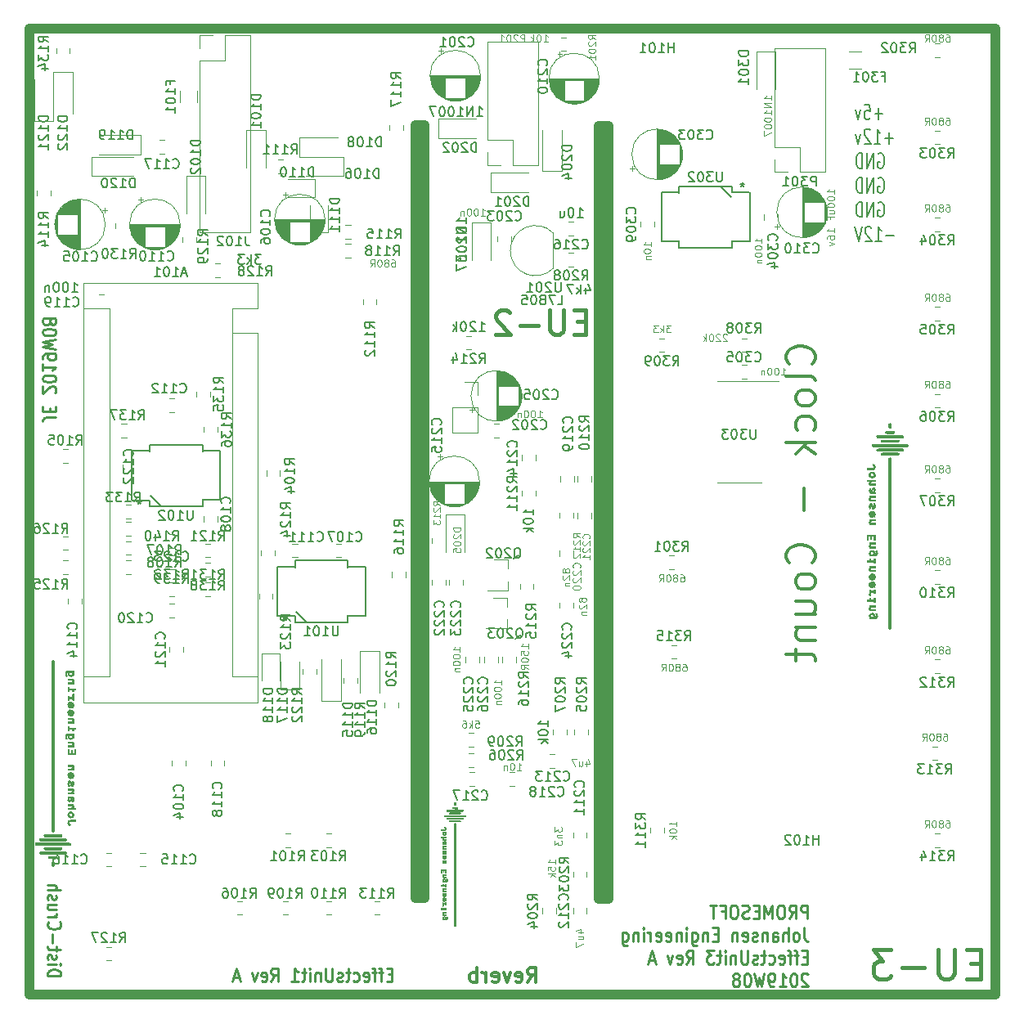
<source format=gbr>
%TF.GenerationSoftware,KiCad,Pcbnew,(5.0.2)-1*%
%TF.CreationDate,2019-02-27T22:14:54+01:00*%
%TF.ProjectId,Kicad-EffectsUnit1,4b696361-642d-4456-9666-65637473556e,Rev A*%
%TF.SameCoordinates,Original*%
%TF.FileFunction,Legend,Bot*%
%TF.FilePolarity,Positive*%
%FSLAX46Y46*%
G04 Gerber Fmt 4.6, Leading zero omitted, Abs format (unit mm)*
G04 Created by KiCad (PCBNEW (5.0.2)-1) date 27/02/2019 22:14:54*
%MOMM*%
%LPD*%
G01*
G04 APERTURE LIST*
%ADD10C,0.400000*%
%ADD11C,0.250000*%
%ADD12C,0.300000*%
%ADD13C,0.350000*%
%ADD14C,0.200000*%
%ADD15C,1.000000*%
%ADD16C,0.010000*%
%ADD17C,0.120000*%
%ADD18C,0.150000*%
%ADD19C,0.100000*%
G04 APERTURE END LIST*
D10*
X157583333Y-80321428D02*
X156750000Y-80321428D01*
X156392857Y-81630952D02*
X157583333Y-81630952D01*
X157583333Y-79130952D01*
X156392857Y-79130952D01*
X155321428Y-79130952D02*
X155321428Y-81154761D01*
X155202380Y-81392857D01*
X155083333Y-81511904D01*
X154845238Y-81630952D01*
X154369047Y-81630952D01*
X154130952Y-81511904D01*
X154011904Y-81392857D01*
X153892857Y-81154761D01*
X153892857Y-79130952D01*
X152702380Y-80678571D02*
X150797619Y-80678571D01*
X149726190Y-79369047D02*
X149607142Y-79250000D01*
X149369047Y-79130952D01*
X148773809Y-79130952D01*
X148535714Y-79250000D01*
X148416666Y-79369047D01*
X148297619Y-79607142D01*
X148297619Y-79845238D01*
X148416666Y-80202380D01*
X149845238Y-81630952D01*
X148297619Y-81630952D01*
D11*
X101866666Y-148051785D02*
X103266666Y-148051785D01*
X103266666Y-147766071D01*
X103200000Y-147594642D01*
X103066666Y-147480357D01*
X102933333Y-147423214D01*
X102666666Y-147366071D01*
X102466666Y-147366071D01*
X102200000Y-147423214D01*
X102066666Y-147480357D01*
X101933333Y-147594642D01*
X101866666Y-147766071D01*
X101866666Y-148051785D01*
X101866666Y-146851785D02*
X102800000Y-146851785D01*
X103266666Y-146851785D02*
X103200000Y-146908928D01*
X103133333Y-146851785D01*
X103200000Y-146794642D01*
X103266666Y-146851785D01*
X103133333Y-146851785D01*
X101933333Y-146337500D02*
X101866666Y-146223214D01*
X101866666Y-145994642D01*
X101933333Y-145880357D01*
X102066666Y-145823214D01*
X102133333Y-145823214D01*
X102266666Y-145880357D01*
X102333333Y-145994642D01*
X102333333Y-146166071D01*
X102400000Y-146280357D01*
X102533333Y-146337500D01*
X102600000Y-146337500D01*
X102733333Y-146280357D01*
X102800000Y-146166071D01*
X102800000Y-145994642D01*
X102733333Y-145880357D01*
X102800000Y-145480357D02*
X102800000Y-145023214D01*
X103266666Y-145308928D02*
X102066666Y-145308928D01*
X101933333Y-145251785D01*
X101866666Y-145137500D01*
X101866666Y-145023214D01*
X102400000Y-144623214D02*
X102400000Y-143708928D01*
X102000000Y-142451785D02*
X101933333Y-142508928D01*
X101866666Y-142680357D01*
X101866666Y-142794642D01*
X101933333Y-142966071D01*
X102066666Y-143080357D01*
X102200000Y-143137500D01*
X102466666Y-143194642D01*
X102666666Y-143194642D01*
X102933333Y-143137500D01*
X103066666Y-143080357D01*
X103200000Y-142966071D01*
X103266666Y-142794642D01*
X103266666Y-142680357D01*
X103200000Y-142508928D01*
X103133333Y-142451785D01*
X101866666Y-141937500D02*
X102800000Y-141937500D01*
X102533333Y-141937500D02*
X102666666Y-141880357D01*
X102733333Y-141823214D01*
X102800000Y-141708928D01*
X102800000Y-141594642D01*
X102800000Y-140680357D02*
X101866666Y-140680357D01*
X102800000Y-141194642D02*
X102066666Y-141194642D01*
X101933333Y-141137500D01*
X101866666Y-141023214D01*
X101866666Y-140851785D01*
X101933333Y-140737500D01*
X102000000Y-140680357D01*
X101933333Y-140166071D02*
X101866666Y-140051785D01*
X101866666Y-139823214D01*
X101933333Y-139708928D01*
X102066666Y-139651785D01*
X102133333Y-139651785D01*
X102266666Y-139708928D01*
X102333333Y-139823214D01*
X102333333Y-139994642D01*
X102400000Y-140108928D01*
X102533333Y-140166071D01*
X102600000Y-140166071D01*
X102733333Y-140108928D01*
X102800000Y-139994642D01*
X102800000Y-139823214D01*
X102733333Y-139708928D01*
X101866666Y-139137500D02*
X103266666Y-139137500D01*
X101866666Y-138623214D02*
X102600000Y-138623214D01*
X102733333Y-138680357D01*
X102800000Y-138794642D01*
X102800000Y-138966071D01*
X102733333Y-139080357D01*
X102666666Y-139137500D01*
D12*
X151590714Y-148678571D02*
X152090714Y-147964285D01*
X152447857Y-148678571D02*
X152447857Y-147178571D01*
X151876428Y-147178571D01*
X151733571Y-147250000D01*
X151662142Y-147321428D01*
X151590714Y-147464285D01*
X151590714Y-147678571D01*
X151662142Y-147821428D01*
X151733571Y-147892857D01*
X151876428Y-147964285D01*
X152447857Y-147964285D01*
X150376428Y-148607142D02*
X150519285Y-148678571D01*
X150805000Y-148678571D01*
X150947857Y-148607142D01*
X151019285Y-148464285D01*
X151019285Y-147892857D01*
X150947857Y-147750000D01*
X150805000Y-147678571D01*
X150519285Y-147678571D01*
X150376428Y-147750000D01*
X150305000Y-147892857D01*
X150305000Y-148035714D01*
X151019285Y-148178571D01*
X149805000Y-147678571D02*
X149447857Y-148678571D01*
X149090714Y-147678571D01*
X147947857Y-148607142D02*
X148090714Y-148678571D01*
X148376428Y-148678571D01*
X148519285Y-148607142D01*
X148590714Y-148464285D01*
X148590714Y-147892857D01*
X148519285Y-147750000D01*
X148376428Y-147678571D01*
X148090714Y-147678571D01*
X147947857Y-147750000D01*
X147876428Y-147892857D01*
X147876428Y-148035714D01*
X148590714Y-148178571D01*
X147233571Y-148678571D02*
X147233571Y-147678571D01*
X147233571Y-147964285D02*
X147162142Y-147821428D01*
X147090714Y-147750000D01*
X146947857Y-147678571D01*
X146805000Y-147678571D01*
X146305000Y-148678571D02*
X146305000Y-147178571D01*
X146305000Y-147750000D02*
X146162142Y-147678571D01*
X145876428Y-147678571D01*
X145733571Y-147750000D01*
X145662142Y-147821428D01*
X145590714Y-147964285D01*
X145590714Y-148392857D01*
X145662142Y-148535714D01*
X145733571Y-148607142D01*
X145876428Y-148678571D01*
X146162142Y-148678571D01*
X146305000Y-148607142D01*
D11*
X180551785Y-142108333D02*
X180551785Y-140708333D01*
X180094642Y-140708333D01*
X179980357Y-140775000D01*
X179923214Y-140841666D01*
X179866071Y-140975000D01*
X179866071Y-141175000D01*
X179923214Y-141308333D01*
X179980357Y-141375000D01*
X180094642Y-141441666D01*
X180551785Y-141441666D01*
X178666071Y-142108333D02*
X179066071Y-141441666D01*
X179351785Y-142108333D02*
X179351785Y-140708333D01*
X178894642Y-140708333D01*
X178780357Y-140775000D01*
X178723214Y-140841666D01*
X178666071Y-140975000D01*
X178666071Y-141175000D01*
X178723214Y-141308333D01*
X178780357Y-141375000D01*
X178894642Y-141441666D01*
X179351785Y-141441666D01*
X177923214Y-140708333D02*
X177694642Y-140708333D01*
X177580357Y-140775000D01*
X177466071Y-140908333D01*
X177408928Y-141175000D01*
X177408928Y-141641666D01*
X177466071Y-141908333D01*
X177580357Y-142041666D01*
X177694642Y-142108333D01*
X177923214Y-142108333D01*
X178037500Y-142041666D01*
X178151785Y-141908333D01*
X178208928Y-141641666D01*
X178208928Y-141175000D01*
X178151785Y-140908333D01*
X178037500Y-140775000D01*
X177923214Y-140708333D01*
X176894642Y-142108333D02*
X176894642Y-140708333D01*
X176494642Y-141708333D01*
X176094642Y-140708333D01*
X176094642Y-142108333D01*
X175523214Y-141375000D02*
X175123214Y-141375000D01*
X174951785Y-142108333D02*
X175523214Y-142108333D01*
X175523214Y-140708333D01*
X174951785Y-140708333D01*
X174494642Y-142041666D02*
X174323214Y-142108333D01*
X174037500Y-142108333D01*
X173923214Y-142041666D01*
X173866071Y-141975000D01*
X173808928Y-141841666D01*
X173808928Y-141708333D01*
X173866071Y-141575000D01*
X173923214Y-141508333D01*
X174037500Y-141441666D01*
X174266071Y-141375000D01*
X174380357Y-141308333D01*
X174437500Y-141241666D01*
X174494642Y-141108333D01*
X174494642Y-140975000D01*
X174437500Y-140841666D01*
X174380357Y-140775000D01*
X174266071Y-140708333D01*
X173980357Y-140708333D01*
X173808928Y-140775000D01*
X173066071Y-140708333D02*
X172837500Y-140708333D01*
X172723214Y-140775000D01*
X172608928Y-140908333D01*
X172551785Y-141175000D01*
X172551785Y-141641666D01*
X172608928Y-141908333D01*
X172723214Y-142041666D01*
X172837500Y-142108333D01*
X173066071Y-142108333D01*
X173180357Y-142041666D01*
X173294642Y-141908333D01*
X173351785Y-141641666D01*
X173351785Y-141175000D01*
X173294642Y-140908333D01*
X173180357Y-140775000D01*
X173066071Y-140708333D01*
X171637500Y-141375000D02*
X172037500Y-141375000D01*
X172037500Y-142108333D02*
X172037500Y-140708333D01*
X171466071Y-140708333D01*
X171180357Y-140708333D02*
X170494642Y-140708333D01*
X170837500Y-142108333D02*
X170837500Y-140708333D01*
X180208928Y-143058333D02*
X180208928Y-144058333D01*
X180266071Y-144258333D01*
X180380357Y-144391666D01*
X180551785Y-144458333D01*
X180666071Y-144458333D01*
X179466071Y-144458333D02*
X179580357Y-144391666D01*
X179637500Y-144325000D01*
X179694642Y-144191666D01*
X179694642Y-143791666D01*
X179637500Y-143658333D01*
X179580357Y-143591666D01*
X179466071Y-143525000D01*
X179294642Y-143525000D01*
X179180357Y-143591666D01*
X179123214Y-143658333D01*
X179066071Y-143791666D01*
X179066071Y-144191666D01*
X179123214Y-144325000D01*
X179180357Y-144391666D01*
X179294642Y-144458333D01*
X179466071Y-144458333D01*
X178551785Y-144458333D02*
X178551785Y-143058333D01*
X178037500Y-144458333D02*
X178037500Y-143725000D01*
X178094642Y-143591666D01*
X178208928Y-143525000D01*
X178380357Y-143525000D01*
X178494642Y-143591666D01*
X178551785Y-143658333D01*
X176951785Y-144458333D02*
X176951785Y-143725000D01*
X177008928Y-143591666D01*
X177123214Y-143525000D01*
X177351785Y-143525000D01*
X177466071Y-143591666D01*
X176951785Y-144391666D02*
X177066071Y-144458333D01*
X177351785Y-144458333D01*
X177466071Y-144391666D01*
X177523214Y-144258333D01*
X177523214Y-144125000D01*
X177466071Y-143991666D01*
X177351785Y-143925000D01*
X177066071Y-143925000D01*
X176951785Y-143858333D01*
X176380357Y-143525000D02*
X176380357Y-144458333D01*
X176380357Y-143658333D02*
X176323214Y-143591666D01*
X176208928Y-143525000D01*
X176037500Y-143525000D01*
X175923214Y-143591666D01*
X175866071Y-143725000D01*
X175866071Y-144458333D01*
X175351785Y-144391666D02*
X175237500Y-144458333D01*
X175008928Y-144458333D01*
X174894642Y-144391666D01*
X174837500Y-144258333D01*
X174837500Y-144191666D01*
X174894642Y-144058333D01*
X175008928Y-143991666D01*
X175180357Y-143991666D01*
X175294642Y-143925000D01*
X175351785Y-143791666D01*
X175351785Y-143725000D01*
X175294642Y-143591666D01*
X175180357Y-143525000D01*
X175008928Y-143525000D01*
X174894642Y-143591666D01*
X173866071Y-144391666D02*
X173980357Y-144458333D01*
X174208928Y-144458333D01*
X174323214Y-144391666D01*
X174380357Y-144258333D01*
X174380357Y-143725000D01*
X174323214Y-143591666D01*
X174208928Y-143525000D01*
X173980357Y-143525000D01*
X173866071Y-143591666D01*
X173808928Y-143725000D01*
X173808928Y-143858333D01*
X174380357Y-143991666D01*
X173294642Y-143525000D02*
X173294642Y-144458333D01*
X173294642Y-143658333D02*
X173237500Y-143591666D01*
X173123214Y-143525000D01*
X172951785Y-143525000D01*
X172837500Y-143591666D01*
X172780357Y-143725000D01*
X172780357Y-144458333D01*
X171294642Y-143725000D02*
X170894642Y-143725000D01*
X170723214Y-144458333D02*
X171294642Y-144458333D01*
X171294642Y-143058333D01*
X170723214Y-143058333D01*
X170208928Y-143525000D02*
X170208928Y-144458333D01*
X170208928Y-143658333D02*
X170151785Y-143591666D01*
X170037500Y-143525000D01*
X169866071Y-143525000D01*
X169751785Y-143591666D01*
X169694642Y-143725000D01*
X169694642Y-144458333D01*
X168608928Y-143525000D02*
X168608928Y-144658333D01*
X168666071Y-144791666D01*
X168723214Y-144858333D01*
X168837500Y-144925000D01*
X169008928Y-144925000D01*
X169123214Y-144858333D01*
X168608928Y-144391666D02*
X168723214Y-144458333D01*
X168951785Y-144458333D01*
X169066071Y-144391666D01*
X169123214Y-144325000D01*
X169180357Y-144191666D01*
X169180357Y-143791666D01*
X169123214Y-143658333D01*
X169066071Y-143591666D01*
X168951785Y-143525000D01*
X168723214Y-143525000D01*
X168608928Y-143591666D01*
X168037500Y-144458333D02*
X168037500Y-143525000D01*
X168037500Y-143058333D02*
X168094642Y-143125000D01*
X168037500Y-143191666D01*
X167980357Y-143125000D01*
X168037500Y-143058333D01*
X168037500Y-143191666D01*
X167466071Y-143525000D02*
X167466071Y-144458333D01*
X167466071Y-143658333D02*
X167408928Y-143591666D01*
X167294642Y-143525000D01*
X167123214Y-143525000D01*
X167008928Y-143591666D01*
X166951785Y-143725000D01*
X166951785Y-144458333D01*
X165923214Y-144391666D02*
X166037500Y-144458333D01*
X166266071Y-144458333D01*
X166380357Y-144391666D01*
X166437500Y-144258333D01*
X166437500Y-143725000D01*
X166380357Y-143591666D01*
X166266071Y-143525000D01*
X166037500Y-143525000D01*
X165923214Y-143591666D01*
X165866071Y-143725000D01*
X165866071Y-143858333D01*
X166437500Y-143991666D01*
X164894642Y-144391666D02*
X165008928Y-144458333D01*
X165237500Y-144458333D01*
X165351785Y-144391666D01*
X165408928Y-144258333D01*
X165408928Y-143725000D01*
X165351785Y-143591666D01*
X165237500Y-143525000D01*
X165008928Y-143525000D01*
X164894642Y-143591666D01*
X164837500Y-143725000D01*
X164837500Y-143858333D01*
X165408928Y-143991666D01*
X164323214Y-144458333D02*
X164323214Y-143525000D01*
X164323214Y-143791666D02*
X164266071Y-143658333D01*
X164208928Y-143591666D01*
X164094642Y-143525000D01*
X163980357Y-143525000D01*
X163580357Y-144458333D02*
X163580357Y-143525000D01*
X163580357Y-143058333D02*
X163637500Y-143125000D01*
X163580357Y-143191666D01*
X163523214Y-143125000D01*
X163580357Y-143058333D01*
X163580357Y-143191666D01*
X163008928Y-143525000D02*
X163008928Y-144458333D01*
X163008928Y-143658333D02*
X162951785Y-143591666D01*
X162837500Y-143525000D01*
X162666071Y-143525000D01*
X162551785Y-143591666D01*
X162494642Y-143725000D01*
X162494642Y-144458333D01*
X161408928Y-143525000D02*
X161408928Y-144658333D01*
X161466071Y-144791666D01*
X161523214Y-144858333D01*
X161637500Y-144925000D01*
X161808928Y-144925000D01*
X161923214Y-144858333D01*
X161408928Y-144391666D02*
X161523214Y-144458333D01*
X161751785Y-144458333D01*
X161866071Y-144391666D01*
X161923214Y-144325000D01*
X161980357Y-144191666D01*
X161980357Y-143791666D01*
X161923214Y-143658333D01*
X161866071Y-143591666D01*
X161751785Y-143525000D01*
X161523214Y-143525000D01*
X161408928Y-143591666D01*
X180551785Y-146075000D02*
X180151785Y-146075000D01*
X179980357Y-146808333D02*
X180551785Y-146808333D01*
X180551785Y-145408333D01*
X179980357Y-145408333D01*
X179637500Y-145875000D02*
X179180357Y-145875000D01*
X179466071Y-146808333D02*
X179466071Y-145608333D01*
X179408928Y-145475000D01*
X179294642Y-145408333D01*
X179180357Y-145408333D01*
X178951785Y-145875000D02*
X178494642Y-145875000D01*
X178780357Y-146808333D02*
X178780357Y-145608333D01*
X178723214Y-145475000D01*
X178608928Y-145408333D01*
X178494642Y-145408333D01*
X177637500Y-146741666D02*
X177751785Y-146808333D01*
X177980357Y-146808333D01*
X178094642Y-146741666D01*
X178151785Y-146608333D01*
X178151785Y-146075000D01*
X178094642Y-145941666D01*
X177980357Y-145875000D01*
X177751785Y-145875000D01*
X177637500Y-145941666D01*
X177580357Y-146075000D01*
X177580357Y-146208333D01*
X178151785Y-146341666D01*
X176551785Y-146741666D02*
X176666071Y-146808333D01*
X176894642Y-146808333D01*
X177008928Y-146741666D01*
X177066071Y-146675000D01*
X177123214Y-146541666D01*
X177123214Y-146141666D01*
X177066071Y-146008333D01*
X177008928Y-145941666D01*
X176894642Y-145875000D01*
X176666071Y-145875000D01*
X176551785Y-145941666D01*
X176208928Y-145875000D02*
X175751785Y-145875000D01*
X176037500Y-145408333D02*
X176037500Y-146608333D01*
X175980357Y-146741666D01*
X175866071Y-146808333D01*
X175751785Y-146808333D01*
X175408928Y-146741666D02*
X175294642Y-146808333D01*
X175066071Y-146808333D01*
X174951785Y-146741666D01*
X174894642Y-146608333D01*
X174894642Y-146541666D01*
X174951785Y-146408333D01*
X175066071Y-146341666D01*
X175237500Y-146341666D01*
X175351785Y-146275000D01*
X175408928Y-146141666D01*
X175408928Y-146075000D01*
X175351785Y-145941666D01*
X175237500Y-145875000D01*
X175066071Y-145875000D01*
X174951785Y-145941666D01*
X174380357Y-145408333D02*
X174380357Y-146541666D01*
X174323214Y-146675000D01*
X174266071Y-146741666D01*
X174151785Y-146808333D01*
X173923214Y-146808333D01*
X173808928Y-146741666D01*
X173751785Y-146675000D01*
X173694642Y-146541666D01*
X173694642Y-145408333D01*
X173123214Y-145875000D02*
X173123214Y-146808333D01*
X173123214Y-146008333D02*
X173066071Y-145941666D01*
X172951785Y-145875000D01*
X172780357Y-145875000D01*
X172666071Y-145941666D01*
X172608928Y-146075000D01*
X172608928Y-146808333D01*
X172037500Y-146808333D02*
X172037500Y-145875000D01*
X172037500Y-145408333D02*
X172094642Y-145475000D01*
X172037500Y-145541666D01*
X171980357Y-145475000D01*
X172037500Y-145408333D01*
X172037500Y-145541666D01*
X171637500Y-145875000D02*
X171180357Y-145875000D01*
X171466071Y-145408333D02*
X171466071Y-146608333D01*
X171408928Y-146741666D01*
X171294642Y-146808333D01*
X171180357Y-146808333D01*
X170894642Y-145408333D02*
X170151785Y-145408333D01*
X170551785Y-145941666D01*
X170380357Y-145941666D01*
X170266071Y-146008333D01*
X170208928Y-146075000D01*
X170151785Y-146208333D01*
X170151785Y-146541666D01*
X170208928Y-146675000D01*
X170266071Y-146741666D01*
X170380357Y-146808333D01*
X170723214Y-146808333D01*
X170837500Y-146741666D01*
X170894642Y-146675000D01*
X168037500Y-146808333D02*
X168437500Y-146141666D01*
X168723214Y-146808333D02*
X168723214Y-145408333D01*
X168266071Y-145408333D01*
X168151785Y-145475000D01*
X168094642Y-145541666D01*
X168037500Y-145675000D01*
X168037500Y-145875000D01*
X168094642Y-146008333D01*
X168151785Y-146075000D01*
X168266071Y-146141666D01*
X168723214Y-146141666D01*
X167066071Y-146741666D02*
X167180357Y-146808333D01*
X167408928Y-146808333D01*
X167523214Y-146741666D01*
X167580357Y-146608333D01*
X167580357Y-146075000D01*
X167523214Y-145941666D01*
X167408928Y-145875000D01*
X167180357Y-145875000D01*
X167066071Y-145941666D01*
X167008928Y-146075000D01*
X167008928Y-146208333D01*
X167580357Y-146341666D01*
X166608928Y-145875000D02*
X166323214Y-146808333D01*
X166037500Y-145875000D01*
X164723214Y-146408333D02*
X164151785Y-146408333D01*
X164837500Y-146808333D02*
X164437500Y-145408333D01*
X164037500Y-146808333D01*
X180608928Y-147891666D02*
X180551785Y-147825000D01*
X180437500Y-147758333D01*
X180151785Y-147758333D01*
X180037500Y-147825000D01*
X179980357Y-147891666D01*
X179923214Y-148025000D01*
X179923214Y-148158333D01*
X179980357Y-148358333D01*
X180666071Y-149158333D01*
X179923214Y-149158333D01*
X179180357Y-147758333D02*
X179066071Y-147758333D01*
X178951785Y-147825000D01*
X178894642Y-147891666D01*
X178837500Y-148025000D01*
X178780357Y-148291666D01*
X178780357Y-148625000D01*
X178837500Y-148891666D01*
X178894642Y-149025000D01*
X178951785Y-149091666D01*
X179066071Y-149158333D01*
X179180357Y-149158333D01*
X179294642Y-149091666D01*
X179351785Y-149025000D01*
X179408928Y-148891666D01*
X179466071Y-148625000D01*
X179466071Y-148291666D01*
X179408928Y-148025000D01*
X179351785Y-147891666D01*
X179294642Y-147825000D01*
X179180357Y-147758333D01*
X177637500Y-149158333D02*
X178323214Y-149158333D01*
X177980357Y-149158333D02*
X177980357Y-147758333D01*
X178094642Y-147958333D01*
X178208928Y-148091666D01*
X178323214Y-148158333D01*
X177066071Y-149158333D02*
X176837500Y-149158333D01*
X176723214Y-149091666D01*
X176666071Y-149025000D01*
X176551785Y-148825000D01*
X176494642Y-148558333D01*
X176494642Y-148025000D01*
X176551785Y-147891666D01*
X176608928Y-147825000D01*
X176723214Y-147758333D01*
X176951785Y-147758333D01*
X177066071Y-147825000D01*
X177123214Y-147891666D01*
X177180357Y-148025000D01*
X177180357Y-148358333D01*
X177123214Y-148491666D01*
X177066071Y-148558333D01*
X176951785Y-148625000D01*
X176723214Y-148625000D01*
X176608928Y-148558333D01*
X176551785Y-148491666D01*
X176494642Y-148358333D01*
X176094642Y-147758333D02*
X175808928Y-149158333D01*
X175580357Y-148158333D01*
X175351785Y-149158333D01*
X175066071Y-147758333D01*
X174380357Y-147758333D02*
X174266071Y-147758333D01*
X174151785Y-147825000D01*
X174094642Y-147891666D01*
X174037500Y-148025000D01*
X173980357Y-148291666D01*
X173980357Y-148625000D01*
X174037500Y-148891666D01*
X174094642Y-149025000D01*
X174151785Y-149091666D01*
X174266071Y-149158333D01*
X174380357Y-149158333D01*
X174494642Y-149091666D01*
X174551785Y-149025000D01*
X174608928Y-148891666D01*
X174666071Y-148625000D01*
X174666071Y-148291666D01*
X174608928Y-148025000D01*
X174551785Y-147891666D01*
X174494642Y-147825000D01*
X174380357Y-147758333D01*
X173294642Y-148358333D02*
X173408928Y-148291666D01*
X173466071Y-148225000D01*
X173523214Y-148091666D01*
X173523214Y-148025000D01*
X173466071Y-147891666D01*
X173408928Y-147825000D01*
X173294642Y-147758333D01*
X173066071Y-147758333D01*
X172951785Y-147825000D01*
X172894642Y-147891666D01*
X172837500Y-148025000D01*
X172837500Y-148091666D01*
X172894642Y-148225000D01*
X172951785Y-148291666D01*
X173066071Y-148358333D01*
X173294642Y-148358333D01*
X173408928Y-148425000D01*
X173466071Y-148491666D01*
X173523214Y-148625000D01*
X173523214Y-148891666D01*
X173466071Y-149025000D01*
X173408928Y-149091666D01*
X173294642Y-149158333D01*
X173066071Y-149158333D01*
X172951785Y-149091666D01*
X172894642Y-149025000D01*
X172837500Y-148891666D01*
X172837500Y-148625000D01*
X172894642Y-148491666D01*
X172951785Y-148425000D01*
X173066071Y-148358333D01*
D10*
X198500000Y-146785714D02*
X197500000Y-146785714D01*
X197071428Y-148357142D02*
X198500000Y-148357142D01*
X198500000Y-145357142D01*
X197071428Y-145357142D01*
X195785714Y-145357142D02*
X195785714Y-147785714D01*
X195642857Y-148071428D01*
X195500000Y-148214285D01*
X195214285Y-148357142D01*
X194642857Y-148357142D01*
X194357142Y-148214285D01*
X194214285Y-148071428D01*
X194071428Y-147785714D01*
X194071428Y-145357142D01*
X192642857Y-147214285D02*
X190357142Y-147214285D01*
X189214285Y-145357142D02*
X187357142Y-145357142D01*
X188357142Y-146500000D01*
X187928571Y-146500000D01*
X187642857Y-146642857D01*
X187500000Y-146785714D01*
X187357142Y-147071428D01*
X187357142Y-147785714D01*
X187500000Y-148071428D01*
X187642857Y-148214285D01*
X187928571Y-148357142D01*
X188785714Y-148357142D01*
X189071428Y-148214285D01*
X189214285Y-148071428D01*
D13*
X181071428Y-84714285D02*
X181214285Y-84571428D01*
X181357142Y-84142857D01*
X181357142Y-83857142D01*
X181214285Y-83428571D01*
X180928571Y-83142857D01*
X180642857Y-83000000D01*
X180071428Y-82857142D01*
X179642857Y-82857142D01*
X179071428Y-83000000D01*
X178785714Y-83142857D01*
X178500000Y-83428571D01*
X178357142Y-83857142D01*
X178357142Y-84142857D01*
X178500000Y-84571428D01*
X178642857Y-84714285D01*
X181357142Y-86428571D02*
X181214285Y-86142857D01*
X180928571Y-86000000D01*
X178357142Y-86000000D01*
X181357142Y-88000000D02*
X181214285Y-87714285D01*
X181071428Y-87571428D01*
X180785714Y-87428571D01*
X179928571Y-87428571D01*
X179642857Y-87571428D01*
X179500000Y-87714285D01*
X179357142Y-88000000D01*
X179357142Y-88428571D01*
X179500000Y-88714285D01*
X179642857Y-88857142D01*
X179928571Y-89000000D01*
X180785714Y-89000000D01*
X181071428Y-88857142D01*
X181214285Y-88714285D01*
X181357142Y-88428571D01*
X181357142Y-88000000D01*
X181214285Y-91571428D02*
X181357142Y-91285714D01*
X181357142Y-90714285D01*
X181214285Y-90428571D01*
X181071428Y-90285714D01*
X180785714Y-90142857D01*
X179928571Y-90142857D01*
X179642857Y-90285714D01*
X179500000Y-90428571D01*
X179357142Y-90714285D01*
X179357142Y-91285714D01*
X179500000Y-91571428D01*
X181357142Y-92857142D02*
X178357142Y-92857142D01*
X180214285Y-93142857D02*
X181357142Y-94000000D01*
X179357142Y-94000000D02*
X180500000Y-92857142D01*
X180214285Y-97571428D02*
X180214285Y-99857142D01*
X181071428Y-105285714D02*
X181214285Y-105142857D01*
X181357142Y-104714285D01*
X181357142Y-104428571D01*
X181214285Y-104000000D01*
X180928571Y-103714285D01*
X180642857Y-103571428D01*
X180071428Y-103428571D01*
X179642857Y-103428571D01*
X179071428Y-103571428D01*
X178785714Y-103714285D01*
X178500000Y-104000000D01*
X178357142Y-104428571D01*
X178357142Y-104714285D01*
X178500000Y-105142857D01*
X178642857Y-105285714D01*
X181357142Y-107000000D02*
X181214285Y-106714285D01*
X181071428Y-106571428D01*
X180785714Y-106428571D01*
X179928571Y-106428571D01*
X179642857Y-106571428D01*
X179500000Y-106714285D01*
X179357142Y-107000000D01*
X179357142Y-107428571D01*
X179500000Y-107714285D01*
X179642857Y-107857142D01*
X179928571Y-108000000D01*
X180785714Y-108000000D01*
X181071428Y-107857142D01*
X181214285Y-107714285D01*
X181357142Y-107428571D01*
X181357142Y-107000000D01*
X179357142Y-110571428D02*
X181357142Y-110571428D01*
X179357142Y-109285714D02*
X180928571Y-109285714D01*
X181214285Y-109428571D01*
X181357142Y-109714285D01*
X181357142Y-110142857D01*
X181214285Y-110428571D01*
X181071428Y-110571428D01*
X179357142Y-112000000D02*
X181357142Y-112000000D01*
X179642857Y-112000000D02*
X179500000Y-112142857D01*
X179357142Y-112428571D01*
X179357142Y-112857142D01*
X179500000Y-113142857D01*
X179785714Y-113285714D01*
X181357142Y-113285714D01*
X179357142Y-114285714D02*
X179357142Y-115428571D01*
X178357142Y-114714285D02*
X180928571Y-114714285D01*
X181214285Y-114857142D01*
X181357142Y-115142857D01*
X181357142Y-115428571D01*
D14*
X188365714Y-58798214D02*
X187527619Y-58798214D01*
X187946666Y-59388690D02*
X187946666Y-58207738D01*
X186480000Y-57838690D02*
X187003809Y-57838690D01*
X187056190Y-58576785D01*
X187003809Y-58502976D01*
X186899047Y-58429166D01*
X186637142Y-58429166D01*
X186532380Y-58502976D01*
X186480000Y-58576785D01*
X186427619Y-58724404D01*
X186427619Y-59093452D01*
X186480000Y-59241071D01*
X186532380Y-59314880D01*
X186637142Y-59388690D01*
X186899047Y-59388690D01*
X187003809Y-59314880D01*
X187056190Y-59241071D01*
X186060952Y-58355357D02*
X185799047Y-59388690D01*
X185537142Y-58355357D01*
X189413333Y-61323214D02*
X188575238Y-61323214D01*
X188994285Y-61913690D02*
X188994285Y-60732738D01*
X187475238Y-61913690D02*
X188103809Y-61913690D01*
X187789523Y-61913690D02*
X187789523Y-60363690D01*
X187894285Y-60585119D01*
X187999047Y-60732738D01*
X188103809Y-60806547D01*
X187056190Y-60511309D02*
X187003809Y-60437500D01*
X186899047Y-60363690D01*
X186637142Y-60363690D01*
X186532380Y-60437500D01*
X186480000Y-60511309D01*
X186427619Y-60658928D01*
X186427619Y-60806547D01*
X186480000Y-61027976D01*
X187108571Y-61913690D01*
X186427619Y-61913690D01*
X186060952Y-60880357D02*
X185799047Y-61913690D01*
X185537142Y-60880357D01*
X187894285Y-62962500D02*
X187999047Y-62888690D01*
X188156190Y-62888690D01*
X188313333Y-62962500D01*
X188418095Y-63110119D01*
X188470476Y-63257738D01*
X188522857Y-63552976D01*
X188522857Y-63774404D01*
X188470476Y-64069642D01*
X188418095Y-64217261D01*
X188313333Y-64364880D01*
X188156190Y-64438690D01*
X188051428Y-64438690D01*
X187894285Y-64364880D01*
X187841904Y-64291071D01*
X187841904Y-63774404D01*
X188051428Y-63774404D01*
X187370476Y-64438690D02*
X187370476Y-62888690D01*
X186741904Y-64438690D01*
X186741904Y-62888690D01*
X186218095Y-64438690D02*
X186218095Y-62888690D01*
X185956190Y-62888690D01*
X185799047Y-62962500D01*
X185694285Y-63110119D01*
X185641904Y-63257738D01*
X185589523Y-63552976D01*
X185589523Y-63774404D01*
X185641904Y-64069642D01*
X185694285Y-64217261D01*
X185799047Y-64364880D01*
X185956190Y-64438690D01*
X186218095Y-64438690D01*
X187894285Y-65487500D02*
X187999047Y-65413690D01*
X188156190Y-65413690D01*
X188313333Y-65487500D01*
X188418095Y-65635119D01*
X188470476Y-65782738D01*
X188522857Y-66077976D01*
X188522857Y-66299404D01*
X188470476Y-66594642D01*
X188418095Y-66742261D01*
X188313333Y-66889880D01*
X188156190Y-66963690D01*
X188051428Y-66963690D01*
X187894285Y-66889880D01*
X187841904Y-66816071D01*
X187841904Y-66299404D01*
X188051428Y-66299404D01*
X187370476Y-66963690D02*
X187370476Y-65413690D01*
X186741904Y-66963690D01*
X186741904Y-65413690D01*
X186218095Y-66963690D02*
X186218095Y-65413690D01*
X185956190Y-65413690D01*
X185799047Y-65487500D01*
X185694285Y-65635119D01*
X185641904Y-65782738D01*
X185589523Y-66077976D01*
X185589523Y-66299404D01*
X185641904Y-66594642D01*
X185694285Y-66742261D01*
X185799047Y-66889880D01*
X185956190Y-66963690D01*
X186218095Y-66963690D01*
X187894285Y-68012500D02*
X187999047Y-67938690D01*
X188156190Y-67938690D01*
X188313333Y-68012500D01*
X188418095Y-68160119D01*
X188470476Y-68307738D01*
X188522857Y-68602976D01*
X188522857Y-68824404D01*
X188470476Y-69119642D01*
X188418095Y-69267261D01*
X188313333Y-69414880D01*
X188156190Y-69488690D01*
X188051428Y-69488690D01*
X187894285Y-69414880D01*
X187841904Y-69341071D01*
X187841904Y-68824404D01*
X188051428Y-68824404D01*
X187370476Y-69488690D02*
X187370476Y-67938690D01*
X186741904Y-69488690D01*
X186741904Y-67938690D01*
X186218095Y-69488690D02*
X186218095Y-67938690D01*
X185956190Y-67938690D01*
X185799047Y-68012500D01*
X185694285Y-68160119D01*
X185641904Y-68307738D01*
X185589523Y-68602976D01*
X185589523Y-68824404D01*
X185641904Y-69119642D01*
X185694285Y-69267261D01*
X185799047Y-69414880D01*
X185956190Y-69488690D01*
X186218095Y-69488690D01*
X189518095Y-71423214D02*
X188680000Y-71423214D01*
X187580000Y-72013690D02*
X188208571Y-72013690D01*
X187894285Y-72013690D02*
X187894285Y-70463690D01*
X187999047Y-70685119D01*
X188103809Y-70832738D01*
X188208571Y-70906547D01*
X187160952Y-70611309D02*
X187108571Y-70537500D01*
X187003809Y-70463690D01*
X186741904Y-70463690D01*
X186637142Y-70537500D01*
X186584761Y-70611309D01*
X186532380Y-70758928D01*
X186532380Y-70906547D01*
X186584761Y-71127976D01*
X187213333Y-72013690D01*
X186532380Y-72013690D01*
X186218095Y-70463690D02*
X185851428Y-72013690D01*
X185484761Y-70463690D01*
D11*
X137551785Y-147900000D02*
X137151785Y-147900000D01*
X136980357Y-148633333D02*
X137551785Y-148633333D01*
X137551785Y-147233333D01*
X136980357Y-147233333D01*
X136637500Y-147700000D02*
X136180357Y-147700000D01*
X136466071Y-148633333D02*
X136466071Y-147433333D01*
X136408928Y-147300000D01*
X136294642Y-147233333D01*
X136180357Y-147233333D01*
X135951785Y-147700000D02*
X135494642Y-147700000D01*
X135780357Y-148633333D02*
X135780357Y-147433333D01*
X135723214Y-147300000D01*
X135608928Y-147233333D01*
X135494642Y-147233333D01*
X134637500Y-148566666D02*
X134751785Y-148633333D01*
X134980357Y-148633333D01*
X135094642Y-148566666D01*
X135151785Y-148433333D01*
X135151785Y-147900000D01*
X135094642Y-147766666D01*
X134980357Y-147700000D01*
X134751785Y-147700000D01*
X134637500Y-147766666D01*
X134580357Y-147900000D01*
X134580357Y-148033333D01*
X135151785Y-148166666D01*
X133551785Y-148566666D02*
X133666071Y-148633333D01*
X133894642Y-148633333D01*
X134008928Y-148566666D01*
X134066071Y-148500000D01*
X134123214Y-148366666D01*
X134123214Y-147966666D01*
X134066071Y-147833333D01*
X134008928Y-147766666D01*
X133894642Y-147700000D01*
X133666071Y-147700000D01*
X133551785Y-147766666D01*
X133208928Y-147700000D02*
X132751785Y-147700000D01*
X133037500Y-147233333D02*
X133037500Y-148433333D01*
X132980357Y-148566666D01*
X132866071Y-148633333D01*
X132751785Y-148633333D01*
X132408928Y-148566666D02*
X132294642Y-148633333D01*
X132066071Y-148633333D01*
X131951785Y-148566666D01*
X131894642Y-148433333D01*
X131894642Y-148366666D01*
X131951785Y-148233333D01*
X132066071Y-148166666D01*
X132237500Y-148166666D01*
X132351785Y-148100000D01*
X132408928Y-147966666D01*
X132408928Y-147900000D01*
X132351785Y-147766666D01*
X132237500Y-147700000D01*
X132066071Y-147700000D01*
X131951785Y-147766666D01*
X131380357Y-147233333D02*
X131380357Y-148366666D01*
X131323214Y-148500000D01*
X131266071Y-148566666D01*
X131151785Y-148633333D01*
X130923214Y-148633333D01*
X130808928Y-148566666D01*
X130751785Y-148500000D01*
X130694642Y-148366666D01*
X130694642Y-147233333D01*
X130123214Y-147700000D02*
X130123214Y-148633333D01*
X130123214Y-147833333D02*
X130066071Y-147766666D01*
X129951785Y-147700000D01*
X129780357Y-147700000D01*
X129666071Y-147766666D01*
X129608928Y-147900000D01*
X129608928Y-148633333D01*
X129037500Y-148633333D02*
X129037500Y-147700000D01*
X129037500Y-147233333D02*
X129094642Y-147300000D01*
X129037500Y-147366666D01*
X128980357Y-147300000D01*
X129037500Y-147233333D01*
X129037500Y-147366666D01*
X128637500Y-147700000D02*
X128180357Y-147700000D01*
X128466071Y-147233333D02*
X128466071Y-148433333D01*
X128408928Y-148566666D01*
X128294642Y-148633333D01*
X128180357Y-148633333D01*
X127151785Y-148633333D02*
X127837500Y-148633333D01*
X127494642Y-148633333D02*
X127494642Y-147233333D01*
X127608928Y-147433333D01*
X127723214Y-147566666D01*
X127837500Y-147633333D01*
X125037500Y-148633333D02*
X125437500Y-147966666D01*
X125723214Y-148633333D02*
X125723214Y-147233333D01*
X125266071Y-147233333D01*
X125151785Y-147300000D01*
X125094642Y-147366666D01*
X125037500Y-147500000D01*
X125037500Y-147700000D01*
X125094642Y-147833333D01*
X125151785Y-147900000D01*
X125266071Y-147966666D01*
X125723214Y-147966666D01*
X124066071Y-148566666D02*
X124180357Y-148633333D01*
X124408928Y-148633333D01*
X124523214Y-148566666D01*
X124580357Y-148433333D01*
X124580357Y-147900000D01*
X124523214Y-147766666D01*
X124408928Y-147700000D01*
X124180357Y-147700000D01*
X124066071Y-147766666D01*
X124008928Y-147900000D01*
X124008928Y-148033333D01*
X124580357Y-148166666D01*
X123608928Y-147700000D02*
X123323214Y-148633333D01*
X123037500Y-147700000D01*
X121723214Y-148233333D02*
X121151785Y-148233333D01*
X121837500Y-148633333D02*
X121437500Y-147233333D01*
X121037500Y-148633333D01*
X102766666Y-90208928D02*
X101766666Y-90208928D01*
X101566666Y-90266071D01*
X101433333Y-90380357D01*
X101366666Y-90551785D01*
X101366666Y-90666071D01*
X102100000Y-89637500D02*
X102100000Y-89237500D01*
X101366666Y-89066071D02*
X101366666Y-89637500D01*
X102766666Y-89637500D01*
X102766666Y-89066071D01*
X102633333Y-87694642D02*
X102700000Y-87637500D01*
X102766666Y-87523214D01*
X102766666Y-87237500D01*
X102700000Y-87123214D01*
X102633333Y-87066071D01*
X102500000Y-87008928D01*
X102366666Y-87008928D01*
X102166666Y-87066071D01*
X101366666Y-87751785D01*
X101366666Y-87008928D01*
X102766666Y-86266071D02*
X102766666Y-86151785D01*
X102700000Y-86037500D01*
X102633333Y-85980357D01*
X102500000Y-85923214D01*
X102233333Y-85866071D01*
X101900000Y-85866071D01*
X101633333Y-85923214D01*
X101500000Y-85980357D01*
X101433333Y-86037500D01*
X101366666Y-86151785D01*
X101366666Y-86266071D01*
X101433333Y-86380357D01*
X101500000Y-86437500D01*
X101633333Y-86494642D01*
X101900000Y-86551785D01*
X102233333Y-86551785D01*
X102500000Y-86494642D01*
X102633333Y-86437500D01*
X102700000Y-86380357D01*
X102766666Y-86266071D01*
X101366666Y-84723214D02*
X101366666Y-85408928D01*
X101366666Y-85066071D02*
X102766666Y-85066071D01*
X102566666Y-85180357D01*
X102433333Y-85294642D01*
X102366666Y-85408928D01*
X101366666Y-84151785D02*
X101366666Y-83923214D01*
X101433333Y-83808928D01*
X101500000Y-83751785D01*
X101700000Y-83637500D01*
X101966666Y-83580357D01*
X102500000Y-83580357D01*
X102633333Y-83637500D01*
X102700000Y-83694642D01*
X102766666Y-83808928D01*
X102766666Y-84037500D01*
X102700000Y-84151785D01*
X102633333Y-84208928D01*
X102500000Y-84266071D01*
X102166666Y-84266071D01*
X102033333Y-84208928D01*
X101966666Y-84151785D01*
X101900000Y-84037500D01*
X101900000Y-83808928D01*
X101966666Y-83694642D01*
X102033333Y-83637500D01*
X102166666Y-83580357D01*
X102766666Y-83180357D02*
X101366666Y-82894642D01*
X102366666Y-82666071D01*
X101366666Y-82437500D01*
X102766666Y-82151785D01*
X102766666Y-81466071D02*
X102766666Y-81351785D01*
X102700000Y-81237500D01*
X102633333Y-81180357D01*
X102500000Y-81123214D01*
X102233333Y-81066071D01*
X101900000Y-81066071D01*
X101633333Y-81123214D01*
X101500000Y-81180357D01*
X101433333Y-81237500D01*
X101366666Y-81351785D01*
X101366666Y-81466071D01*
X101433333Y-81580357D01*
X101500000Y-81637500D01*
X101633333Y-81694642D01*
X101900000Y-81751785D01*
X102233333Y-81751785D01*
X102500000Y-81694642D01*
X102633333Y-81637500D01*
X102700000Y-81580357D01*
X102766666Y-81466071D01*
X102166666Y-80380357D02*
X102233333Y-80494642D01*
X102300000Y-80551785D01*
X102433333Y-80608928D01*
X102500000Y-80608928D01*
X102633333Y-80551785D01*
X102700000Y-80494642D01*
X102766666Y-80380357D01*
X102766666Y-80151785D01*
X102700000Y-80037500D01*
X102633333Y-79980357D01*
X102500000Y-79923214D01*
X102433333Y-79923214D01*
X102300000Y-79980357D01*
X102233333Y-80037500D01*
X102166666Y-80151785D01*
X102166666Y-80380357D01*
X102100000Y-80494642D01*
X102033333Y-80551785D01*
X101900000Y-80608928D01*
X101633333Y-80608928D01*
X101500000Y-80551785D01*
X101433333Y-80494642D01*
X101366666Y-80380357D01*
X101366666Y-80151785D01*
X101433333Y-80037500D01*
X101500000Y-79980357D01*
X101633333Y-79923214D01*
X101900000Y-79923214D01*
X102033333Y-79980357D01*
X102100000Y-80037500D01*
X102166666Y-80151785D01*
D15*
X159950000Y-60100000D02*
X159950000Y-140100000D01*
X158950000Y-140100000D02*
X158950000Y-60100000D01*
X158950000Y-60100000D02*
X159950000Y-60100000D01*
X158950000Y-140100000D02*
X159950000Y-140100000D01*
X139950000Y-140000000D02*
X140950000Y-140000000D01*
X139950000Y-60000000D02*
X140950000Y-60000000D01*
X139950000Y-140000000D02*
X139950000Y-60000000D01*
X140950000Y-60000000D02*
X140950000Y-140000000D01*
X200000000Y-50000000D02*
X100000000Y-50000000D01*
X200000000Y-150000000D02*
X200000000Y-50000000D01*
X100000000Y-150000000D02*
X200000000Y-150000000D01*
X100000000Y-50000000D02*
X100000000Y-150000000D01*
D16*
G36*
X104241621Y-134305558D02*
X104233383Y-134298563D01*
X104225882Y-134292951D01*
X104217179Y-134287971D01*
X104205316Y-134283586D01*
X104188331Y-134279758D01*
X104164267Y-134276450D01*
X104131164Y-134273623D01*
X104087063Y-134271239D01*
X104030004Y-134269261D01*
X103958029Y-134267650D01*
X103869177Y-134266370D01*
X103761490Y-134265382D01*
X103633009Y-134264648D01*
X103481774Y-134264131D01*
X103305826Y-134263792D01*
X103103205Y-134263594D01*
X102871953Y-134263499D01*
X102610110Y-134263470D01*
X102416002Y-134263467D01*
X100643237Y-134263467D01*
X100606419Y-134302659D01*
X100575428Y-134356077D01*
X100574364Y-134412439D01*
X100603212Y-134462668D01*
X100606660Y-134466008D01*
X100613009Y-134471518D01*
X100620832Y-134476409D01*
X100632078Y-134480716D01*
X100648691Y-134484478D01*
X100672620Y-134487731D01*
X100705811Y-134490512D01*
X100750211Y-134492858D01*
X100807767Y-134494806D01*
X100880426Y-134496393D01*
X100970135Y-134497656D01*
X101078840Y-134498632D01*
X101208489Y-134499357D01*
X101361029Y-134499870D01*
X101538405Y-134500207D01*
X101742567Y-134500405D01*
X101975459Y-134500501D01*
X102239030Y-134500531D01*
X102424041Y-134500534D01*
X104204363Y-134500534D01*
X104241182Y-134461342D01*
X104273026Y-134407924D01*
X104273069Y-134353841D01*
X104241621Y-134305558D01*
X104241621Y-134305558D01*
G37*
X104241621Y-134305558D02*
X104233383Y-134298563D01*
X104225882Y-134292951D01*
X104217179Y-134287971D01*
X104205316Y-134283586D01*
X104188331Y-134279758D01*
X104164267Y-134276450D01*
X104131164Y-134273623D01*
X104087063Y-134271239D01*
X104030004Y-134269261D01*
X103958029Y-134267650D01*
X103869177Y-134266370D01*
X103761490Y-134265382D01*
X103633009Y-134264648D01*
X103481774Y-134264131D01*
X103305826Y-134263792D01*
X103103205Y-134263594D01*
X102871953Y-134263499D01*
X102610110Y-134263470D01*
X102416002Y-134263467D01*
X100643237Y-134263467D01*
X100606419Y-134302659D01*
X100575428Y-134356077D01*
X100574364Y-134412439D01*
X100603212Y-134462668D01*
X100606660Y-134466008D01*
X100613009Y-134471518D01*
X100620832Y-134476409D01*
X100632078Y-134480716D01*
X100648691Y-134484478D01*
X100672620Y-134487731D01*
X100705811Y-134490512D01*
X100750211Y-134492858D01*
X100807767Y-134494806D01*
X100880426Y-134496393D01*
X100970135Y-134497656D01*
X101078840Y-134498632D01*
X101208489Y-134499357D01*
X101361029Y-134499870D01*
X101538405Y-134500207D01*
X101742567Y-134500405D01*
X101975459Y-134500501D01*
X102239030Y-134500531D01*
X102424041Y-134500534D01*
X104204363Y-134500534D01*
X104241182Y-134461342D01*
X104273026Y-134407924D01*
X104273069Y-134353841D01*
X104241621Y-134305558D01*
G36*
X103801553Y-135258287D02*
X103775265Y-135213862D01*
X103732578Y-135188717D01*
X103709769Y-135187054D01*
X103655794Y-135185467D01*
X103573353Y-135183977D01*
X103465146Y-135182608D01*
X103333874Y-135181379D01*
X103182236Y-135180313D01*
X103012934Y-135179431D01*
X102828668Y-135178754D01*
X102632137Y-135178305D01*
X102426043Y-135178105D01*
X102401864Y-135178098D01*
X101109927Y-135177867D01*
X101068364Y-135219431D01*
X101033882Y-135268086D01*
X101031799Y-135316419D01*
X101061865Y-135370278D01*
X101061896Y-135370317D01*
X101096992Y-135414934D01*
X102409209Y-135414934D01*
X102688252Y-135414722D01*
X102933874Y-135414084D01*
X103146517Y-135413013D01*
X103326622Y-135411504D01*
X103474633Y-135409550D01*
X103590992Y-135407145D01*
X103676142Y-135404284D01*
X103730524Y-135400961D01*
X103754581Y-135397170D01*
X103754991Y-135396971D01*
X103792561Y-135360475D01*
X103807700Y-135310703D01*
X103801553Y-135258287D01*
X103801553Y-135258287D01*
G37*
X103801553Y-135258287D02*
X103775265Y-135213862D01*
X103732578Y-135188717D01*
X103709769Y-135187054D01*
X103655794Y-135185467D01*
X103573353Y-135183977D01*
X103465146Y-135182608D01*
X103333874Y-135181379D01*
X103182236Y-135180313D01*
X103012934Y-135179431D01*
X102828668Y-135178754D01*
X102632137Y-135178305D01*
X102426043Y-135178105D01*
X102401864Y-135178098D01*
X101109927Y-135177867D01*
X101068364Y-135219431D01*
X101033882Y-135268086D01*
X101031799Y-135316419D01*
X101061865Y-135370278D01*
X101061896Y-135370317D01*
X101096992Y-135414934D01*
X102409209Y-135414934D01*
X102688252Y-135414722D01*
X102933874Y-135414084D01*
X103146517Y-135413013D01*
X103326622Y-135411504D01*
X103474633Y-135409550D01*
X103590992Y-135407145D01*
X103676142Y-135404284D01*
X103730524Y-135400961D01*
X103754581Y-135397170D01*
X103754991Y-135396971D01*
X103792561Y-135360475D01*
X103807700Y-135310703D01*
X103801553Y-135258287D01*
G36*
X103795883Y-133866595D02*
X103770946Y-133837495D01*
X103762570Y-133831731D01*
X103751132Y-133826722D01*
X103734348Y-133822416D01*
X103709934Y-133818758D01*
X103675607Y-133815697D01*
X103629084Y-133813180D01*
X103568080Y-133811153D01*
X103490314Y-133809565D01*
X103393500Y-133808361D01*
X103275355Y-133807491D01*
X103133597Y-133806899D01*
X102965940Y-133806534D01*
X102770103Y-133806343D01*
X102543801Y-133806273D01*
X102421155Y-133806267D01*
X101109927Y-133806267D01*
X101068364Y-133847831D01*
X101033565Y-133898435D01*
X101032522Y-133948089D01*
X101065235Y-133998582D01*
X101068364Y-134001770D01*
X101109927Y-134043334D01*
X102421155Y-134043334D01*
X102663211Y-134043304D01*
X102873684Y-134043179D01*
X103054858Y-134042906D01*
X103209016Y-134042432D01*
X103338441Y-134041704D01*
X103445417Y-134040670D01*
X103532227Y-134039277D01*
X103601156Y-134037472D01*
X103654486Y-134035201D01*
X103694501Y-134032413D01*
X103723485Y-134029055D01*
X103743721Y-134025073D01*
X103757492Y-134020414D01*
X103767083Y-134015027D01*
X103770946Y-134012106D01*
X103803385Y-133966021D01*
X103809511Y-133924800D01*
X103795883Y-133866595D01*
X103795883Y-133866595D01*
G37*
X103795883Y-133866595D02*
X103770946Y-133837495D01*
X103762570Y-133831731D01*
X103751132Y-133826722D01*
X103734348Y-133822416D01*
X103709934Y-133818758D01*
X103675607Y-133815697D01*
X103629084Y-133813180D01*
X103568080Y-133811153D01*
X103490314Y-133809565D01*
X103393500Y-133808361D01*
X103275355Y-133807491D01*
X103133597Y-133806899D01*
X102965940Y-133806534D01*
X102770103Y-133806343D01*
X102543801Y-133806273D01*
X102421155Y-133806267D01*
X101109927Y-133806267D01*
X101068364Y-133847831D01*
X101033565Y-133898435D01*
X101032522Y-133948089D01*
X101065235Y-133998582D01*
X101068364Y-134001770D01*
X101109927Y-134043334D01*
X102421155Y-134043334D01*
X102663211Y-134043304D01*
X102873684Y-134043179D01*
X103054858Y-134042906D01*
X103209016Y-134042432D01*
X103338441Y-134041704D01*
X103445417Y-134040670D01*
X103532227Y-134039277D01*
X103601156Y-134037472D01*
X103654486Y-134035201D01*
X103694501Y-134032413D01*
X103723485Y-134029055D01*
X103743721Y-134025073D01*
X103757492Y-134020414D01*
X103767083Y-134015027D01*
X103770946Y-134012106D01*
X103803385Y-133966021D01*
X103809511Y-133924800D01*
X103795883Y-133866595D01*
G36*
X103335512Y-134781129D02*
X103333708Y-134778235D01*
X103323642Y-134765468D01*
X103310053Y-134754736D01*
X103290122Y-134745863D01*
X103261031Y-134738674D01*
X103219960Y-134732993D01*
X103164092Y-134728644D01*
X103090607Y-134725451D01*
X102996687Y-134723238D01*
X102879514Y-134721830D01*
X102736267Y-134721050D01*
X102564130Y-134720722D01*
X102411173Y-134720667D01*
X102221374Y-134720702D01*
X102062533Y-134720884D01*
X101931742Y-134721327D01*
X101826094Y-134722147D01*
X101742681Y-134723458D01*
X101678593Y-134725376D01*
X101630924Y-134728016D01*
X101596764Y-134731492D01*
X101573206Y-134735920D01*
X101557343Y-134741414D01*
X101546265Y-134748090D01*
X101537993Y-134755193D01*
X101507998Y-134801721D01*
X101500475Y-134856172D01*
X101515384Y-134906129D01*
X101538568Y-134931374D01*
X101550515Y-134937392D01*
X101569568Y-134942437D01*
X101598523Y-134946592D01*
X101640178Y-134949938D01*
X101697331Y-134952560D01*
X101772780Y-134954541D01*
X101869321Y-134955962D01*
X101989752Y-134956907D01*
X102136871Y-134957460D01*
X102313475Y-134957702D01*
X102427568Y-134957734D01*
X102619271Y-134957697D01*
X102779976Y-134957512D01*
X102912551Y-134957070D01*
X103019866Y-134956261D01*
X103104790Y-134954975D01*
X103170190Y-134953103D01*
X103218937Y-134950534D01*
X103253897Y-134947160D01*
X103277941Y-134942870D01*
X103293937Y-134937554D01*
X103304754Y-134931103D01*
X103312800Y-134923867D01*
X103338009Y-134880431D01*
X103346400Y-134827141D01*
X103335512Y-134781129D01*
X103335512Y-134781129D01*
G37*
X103335512Y-134781129D02*
X103333708Y-134778235D01*
X103323642Y-134765468D01*
X103310053Y-134754736D01*
X103290122Y-134745863D01*
X103261031Y-134738674D01*
X103219960Y-134732993D01*
X103164092Y-134728644D01*
X103090607Y-134725451D01*
X102996687Y-134723238D01*
X102879514Y-134721830D01*
X102736267Y-134721050D01*
X102564130Y-134720722D01*
X102411173Y-134720667D01*
X102221374Y-134720702D01*
X102062533Y-134720884D01*
X101931742Y-134721327D01*
X101826094Y-134722147D01*
X101742681Y-134723458D01*
X101678593Y-134725376D01*
X101630924Y-134728016D01*
X101596764Y-134731492D01*
X101573206Y-134735920D01*
X101557343Y-134741414D01*
X101546265Y-134748090D01*
X101537993Y-134755193D01*
X101507998Y-134801721D01*
X101500475Y-134856172D01*
X101515384Y-134906129D01*
X101538568Y-134931374D01*
X101550515Y-134937392D01*
X101569568Y-134942437D01*
X101598523Y-134946592D01*
X101640178Y-134949938D01*
X101697331Y-134952560D01*
X101772780Y-134954541D01*
X101869321Y-134955962D01*
X101989752Y-134956907D01*
X102136871Y-134957460D01*
X102313475Y-134957702D01*
X102427568Y-134957734D01*
X102619271Y-134957697D01*
X102779976Y-134957512D01*
X102912551Y-134957070D01*
X103019866Y-134956261D01*
X103104790Y-134954975D01*
X103170190Y-134953103D01*
X103218937Y-134950534D01*
X103253897Y-134947160D01*
X103277941Y-134942870D01*
X103293937Y-134937554D01*
X103304754Y-134931103D01*
X103312800Y-134923867D01*
X103338009Y-134880431D01*
X103346400Y-134827141D01*
X103335512Y-134781129D01*
G36*
X103321136Y-133426186D02*
X103312800Y-133416800D01*
X103304241Y-133409176D01*
X103293213Y-133402791D01*
X103276846Y-133397535D01*
X103252273Y-133393298D01*
X103216623Y-133389971D01*
X103167029Y-133387444D01*
X103100622Y-133385607D01*
X103014533Y-133384350D01*
X102905894Y-133383565D01*
X102771835Y-133383140D01*
X102609488Y-133382966D01*
X102427568Y-133382934D01*
X102233034Y-133383038D01*
X102069569Y-133383405D01*
X101934376Y-133384117D01*
X101824655Y-133385259D01*
X101737612Y-133386913D01*
X101670446Y-133389161D01*
X101620362Y-133392088D01*
X101584562Y-133395775D01*
X101560248Y-133400305D01*
X101544622Y-133405763D01*
X101538568Y-133409294D01*
X101508291Y-133448984D01*
X101500418Y-133501689D01*
X101514991Y-133554990D01*
X101537993Y-133585474D01*
X101547182Y-133593256D01*
X101558527Y-133599772D01*
X101574910Y-133605133D01*
X101599219Y-133609453D01*
X101634335Y-133612843D01*
X101683145Y-133615417D01*
X101748532Y-133617286D01*
X101833381Y-133618563D01*
X101940577Y-133619361D01*
X102073004Y-133619791D01*
X102233547Y-133619967D01*
X102423800Y-133620000D01*
X102615142Y-133619966D01*
X102775501Y-133619790D01*
X102907763Y-133619357D01*
X103014811Y-133618557D01*
X103099531Y-133617276D01*
X103164806Y-133615403D01*
X103213522Y-133612825D01*
X103248563Y-133609429D01*
X103272813Y-133605103D01*
X103289157Y-133599735D01*
X103300479Y-133593212D01*
X103309607Y-133585474D01*
X103340075Y-133536349D01*
X103343999Y-133478943D01*
X103321136Y-133426186D01*
X103321136Y-133426186D01*
G37*
X103321136Y-133426186D02*
X103312800Y-133416800D01*
X103304241Y-133409176D01*
X103293213Y-133402791D01*
X103276846Y-133397535D01*
X103252273Y-133393298D01*
X103216623Y-133389971D01*
X103167029Y-133387444D01*
X103100622Y-133385607D01*
X103014533Y-133384350D01*
X102905894Y-133383565D01*
X102771835Y-133383140D01*
X102609488Y-133382966D01*
X102427568Y-133382934D01*
X102233034Y-133383038D01*
X102069569Y-133383405D01*
X101934376Y-133384117D01*
X101824655Y-133385259D01*
X101737612Y-133386913D01*
X101670446Y-133389161D01*
X101620362Y-133392088D01*
X101584562Y-133395775D01*
X101560248Y-133400305D01*
X101544622Y-133405763D01*
X101538568Y-133409294D01*
X101508291Y-133448984D01*
X101500418Y-133501689D01*
X101514991Y-133554990D01*
X101537993Y-133585474D01*
X101547182Y-133593256D01*
X101558527Y-133599772D01*
X101574910Y-133605133D01*
X101599219Y-133609453D01*
X101634335Y-133612843D01*
X101683145Y-133615417D01*
X101748532Y-133617286D01*
X101833381Y-133618563D01*
X101940577Y-133619361D01*
X102073004Y-133619791D01*
X102233547Y-133619967D01*
X102423800Y-133620000D01*
X102615142Y-133619966D01*
X102775501Y-133619790D01*
X102907763Y-133619357D01*
X103014811Y-133618557D01*
X103099531Y-133617276D01*
X103164806Y-133615403D01*
X103213522Y-133612825D01*
X103248563Y-133609429D01*
X103272813Y-133605103D01*
X103289157Y-133599735D01*
X103300479Y-133593212D01*
X103309607Y-133585474D01*
X103340075Y-133536349D01*
X103343999Y-133478943D01*
X103321136Y-133426186D01*
G36*
X102882594Y-135727258D02*
X102857124Y-135683510D01*
X102845978Y-135670746D01*
X102832929Y-135660974D01*
X102813565Y-135653724D01*
X102783478Y-135648526D01*
X102738256Y-135644911D01*
X102673490Y-135642408D01*
X102584769Y-135640548D01*
X102467682Y-135638861D01*
X102433905Y-135638416D01*
X102043029Y-135633299D01*
X102000581Y-135675747D01*
X101965302Y-135728754D01*
X101963032Y-135781964D01*
X101993843Y-135831947D01*
X101997325Y-135835315D01*
X102011152Y-135847100D01*
X102027268Y-135856059D01*
X102050172Y-135862580D01*
X102084368Y-135867048D01*
X102134356Y-135869852D01*
X102204639Y-135871376D01*
X102299719Y-135872008D01*
X102424097Y-135872134D01*
X102426173Y-135872134D01*
X102550760Y-135872046D01*
X102645948Y-135871510D01*
X102716204Y-135870115D01*
X102765996Y-135867451D01*
X102799791Y-135863106D01*
X102822056Y-135856670D01*
X102837260Y-135847734D01*
X102849869Y-135835885D01*
X102852648Y-135832942D01*
X102884520Y-135780707D01*
X102882594Y-135727258D01*
X102882594Y-135727258D01*
G37*
X102882594Y-135727258D02*
X102857124Y-135683510D01*
X102845978Y-135670746D01*
X102832929Y-135660974D01*
X102813565Y-135653724D01*
X102783478Y-135648526D01*
X102738256Y-135644911D01*
X102673490Y-135642408D01*
X102584769Y-135640548D01*
X102467682Y-135638861D01*
X102433905Y-135638416D01*
X102043029Y-135633299D01*
X102000581Y-135675747D01*
X101965302Y-135728754D01*
X101963032Y-135781964D01*
X101993843Y-135831947D01*
X101997325Y-135835315D01*
X102011152Y-135847100D01*
X102027268Y-135856059D01*
X102050172Y-135862580D01*
X102084368Y-135867048D01*
X102134356Y-135869852D01*
X102204639Y-135871376D01*
X102299719Y-135872008D01*
X102424097Y-135872134D01*
X102426173Y-135872134D01*
X102550760Y-135872046D01*
X102645948Y-135871510D01*
X102716204Y-135870115D01*
X102765996Y-135867451D01*
X102799791Y-135863106D01*
X102822056Y-135856670D01*
X102837260Y-135847734D01*
X102849869Y-135835885D01*
X102852648Y-135832942D01*
X102884520Y-135780707D01*
X102882594Y-135727258D01*
G36*
X102547477Y-136341276D02*
X102535745Y-136277199D01*
X102512958Y-136237194D01*
X102476472Y-136216611D01*
X102423800Y-136210800D01*
X102371290Y-136216524D01*
X102334959Y-136236801D01*
X102312183Y-136276292D01*
X102300340Y-136339657D01*
X102296806Y-136431558D01*
X102296800Y-136436449D01*
X102297566Y-136512122D01*
X102300947Y-136562010D01*
X102308565Y-136594180D01*
X102322045Y-136616698D01*
X102335992Y-136631182D01*
X102390516Y-136662330D01*
X102450016Y-136664663D01*
X102503999Y-136638320D01*
X102513982Y-136628809D01*
X102531760Y-136605901D01*
X102542750Y-136577841D01*
X102548517Y-136536349D01*
X102550627Y-136473145D01*
X102550800Y-136434076D01*
X102547477Y-136341276D01*
X102547477Y-136341276D01*
G37*
X102547477Y-136341276D02*
X102535745Y-136277199D01*
X102512958Y-136237194D01*
X102476472Y-136216611D01*
X102423800Y-136210800D01*
X102371290Y-136216524D01*
X102334959Y-136236801D01*
X102312183Y-136276292D01*
X102300340Y-136339657D01*
X102296806Y-136431558D01*
X102296800Y-136436449D01*
X102297566Y-136512122D01*
X102300947Y-136562010D01*
X102308565Y-136594180D01*
X102322045Y-136616698D01*
X102335992Y-136631182D01*
X102390516Y-136662330D01*
X102450016Y-136664663D01*
X102503999Y-136638320D01*
X102513982Y-136628809D01*
X102531760Y-136605901D01*
X102542750Y-136577841D01*
X102548517Y-136536349D01*
X102550627Y-136473145D01*
X102550800Y-136434076D01*
X102547477Y-136341276D01*
G36*
X102511609Y-115419619D02*
X102457084Y-115388471D01*
X102397585Y-115386138D01*
X102343601Y-115412481D01*
X102333619Y-115421992D01*
X102296800Y-115461183D01*
X102296800Y-133041809D01*
X102341417Y-133076905D01*
X102383904Y-133101641D01*
X102423636Y-133112000D01*
X102423800Y-133112000D01*
X102463461Y-133101741D01*
X102505990Y-133077057D01*
X102506183Y-133076905D01*
X102550800Y-133041809D01*
X102550800Y-115456437D01*
X102511609Y-115419619D01*
X102511609Y-115419619D01*
G37*
X102511609Y-115419619D02*
X102457084Y-115388471D01*
X102397585Y-115386138D01*
X102343601Y-115412481D01*
X102333619Y-115421992D01*
X102296800Y-115461183D01*
X102296800Y-133041809D01*
X102341417Y-133076905D01*
X102383904Y-133101641D01*
X102423636Y-133112000D01*
X102423800Y-133112000D01*
X102463461Y-133101741D01*
X102505990Y-133077057D01*
X102506183Y-133076905D01*
X102550800Y-133041809D01*
X102550800Y-115456437D01*
X102511609Y-115419619D01*
G36*
X104572728Y-123192435D02*
X104556965Y-123154360D01*
X104543722Y-123120139D01*
X104546983Y-123104591D01*
X104548499Y-123104401D01*
X104559374Y-123089379D01*
X104565424Y-123051854D01*
X104565867Y-123036667D01*
X104565867Y-122968934D01*
X104229704Y-122968934D01*
X104114408Y-122969113D01*
X104027792Y-122969988D01*
X103964670Y-122972065D01*
X103919855Y-122975850D01*
X103888160Y-122981850D01*
X103864401Y-122990571D01*
X103843390Y-123002520D01*
X103836004Y-123007371D01*
X103774407Y-123067913D01*
X103734893Y-123148749D01*
X103719048Y-123243214D01*
X103728458Y-123344645D01*
X103743403Y-123396661D01*
X103770107Y-123457496D01*
X103798031Y-123497664D01*
X103820998Y-123510801D01*
X103842473Y-123501152D01*
X103870627Y-123481127D01*
X103907272Y-123451453D01*
X103870669Y-123368706D01*
X103845833Y-123287055D01*
X103844971Y-123214750D01*
X103866228Y-123156842D01*
X103907751Y-123118376D01*
X103967683Y-123104401D01*
X104024870Y-123104401D01*
X103999035Y-123154360D01*
X103973957Y-123235118D01*
X103978991Y-123314409D01*
X104010534Y-123387545D01*
X104064984Y-123449840D01*
X104138739Y-123496607D01*
X104228196Y-123523162D01*
X104284075Y-123527324D01*
X104284075Y-123391340D01*
X104215996Y-123382617D01*
X104155545Y-123352331D01*
X104114523Y-123305737D01*
X104099987Y-123254873D01*
X104101643Y-123194138D01*
X104118268Y-123141122D01*
X104126854Y-123128290D01*
X104154221Y-123115553D01*
X104204424Y-123107320D01*
X104266861Y-123103685D01*
X104330929Y-123104740D01*
X104386026Y-123110578D01*
X104421548Y-123121291D01*
X104426965Y-123125662D01*
X104452847Y-123179887D01*
X104457865Y-123245504D01*
X104446867Y-123291794D01*
X104408232Y-123345563D01*
X104351061Y-123378866D01*
X104284075Y-123391340D01*
X104284075Y-123527324D01*
X104285821Y-123527455D01*
X104379304Y-123513636D01*
X104459455Y-123476220D01*
X104522574Y-123420299D01*
X104564960Y-123350966D01*
X104582912Y-123273314D01*
X104572728Y-123192435D01*
X104572728Y-123192435D01*
G37*
X104572728Y-123192435D02*
X104556965Y-123154360D01*
X104543722Y-123120139D01*
X104546983Y-123104591D01*
X104548499Y-123104401D01*
X104559374Y-123089379D01*
X104565424Y-123051854D01*
X104565867Y-123036667D01*
X104565867Y-122968934D01*
X104229704Y-122968934D01*
X104114408Y-122969113D01*
X104027792Y-122969988D01*
X103964670Y-122972065D01*
X103919855Y-122975850D01*
X103888160Y-122981850D01*
X103864401Y-122990571D01*
X103843390Y-123002520D01*
X103836004Y-123007371D01*
X103774407Y-123067913D01*
X103734893Y-123148749D01*
X103719048Y-123243214D01*
X103728458Y-123344645D01*
X103743403Y-123396661D01*
X103770107Y-123457496D01*
X103798031Y-123497664D01*
X103820998Y-123510801D01*
X103842473Y-123501152D01*
X103870627Y-123481127D01*
X103907272Y-123451453D01*
X103870669Y-123368706D01*
X103845833Y-123287055D01*
X103844971Y-123214750D01*
X103866228Y-123156842D01*
X103907751Y-123118376D01*
X103967683Y-123104401D01*
X104024870Y-123104401D01*
X103999035Y-123154360D01*
X103973957Y-123235118D01*
X103978991Y-123314409D01*
X104010534Y-123387545D01*
X104064984Y-123449840D01*
X104138739Y-123496607D01*
X104228196Y-123523162D01*
X104284075Y-123527324D01*
X104284075Y-123391340D01*
X104215996Y-123382617D01*
X104155545Y-123352331D01*
X104114523Y-123305737D01*
X104099987Y-123254873D01*
X104101643Y-123194138D01*
X104118268Y-123141122D01*
X104126854Y-123128290D01*
X104154221Y-123115553D01*
X104204424Y-123107320D01*
X104266861Y-123103685D01*
X104330929Y-123104740D01*
X104386026Y-123110578D01*
X104421548Y-123121291D01*
X104426965Y-123125662D01*
X104452847Y-123179887D01*
X104457865Y-123245504D01*
X104446867Y-123291794D01*
X104408232Y-123345563D01*
X104351061Y-123378866D01*
X104284075Y-123391340D01*
X104284075Y-123527324D01*
X104285821Y-123527455D01*
X104379304Y-123513636D01*
X104459455Y-123476220D01*
X104522574Y-123420299D01*
X104564960Y-123350966D01*
X104582912Y-123273314D01*
X104572728Y-123192435D01*
G36*
X104572728Y-116690035D02*
X104556965Y-116651960D01*
X104543722Y-116617739D01*
X104546983Y-116602191D01*
X104548499Y-116602000D01*
X104559374Y-116586979D01*
X104565424Y-116549454D01*
X104565867Y-116534267D01*
X104565867Y-116466534D01*
X104229704Y-116466534D01*
X104114408Y-116466713D01*
X104027792Y-116467588D01*
X103964670Y-116469665D01*
X103919855Y-116473450D01*
X103888160Y-116479450D01*
X103864401Y-116488171D01*
X103843390Y-116500120D01*
X103836004Y-116504971D01*
X103774407Y-116565513D01*
X103734893Y-116646349D01*
X103719048Y-116740814D01*
X103728458Y-116842245D01*
X103743403Y-116894261D01*
X103770107Y-116955096D01*
X103798031Y-116995264D01*
X103820998Y-117008400D01*
X103842473Y-116998752D01*
X103870627Y-116978727D01*
X103907272Y-116949053D01*
X103870669Y-116866306D01*
X103845833Y-116784655D01*
X103844971Y-116712350D01*
X103866228Y-116654442D01*
X103907751Y-116615976D01*
X103967683Y-116602001D01*
X103967793Y-116602000D01*
X104024870Y-116602000D01*
X103999035Y-116651960D01*
X103973957Y-116732718D01*
X103978991Y-116812009D01*
X104010534Y-116885145D01*
X104064984Y-116947440D01*
X104138739Y-116994207D01*
X104228196Y-117020762D01*
X104284075Y-117024924D01*
X104284075Y-116888940D01*
X104215996Y-116880217D01*
X104155545Y-116849931D01*
X104114523Y-116803337D01*
X104099987Y-116752473D01*
X104101643Y-116691738D01*
X104118268Y-116638722D01*
X104126854Y-116625890D01*
X104154221Y-116613153D01*
X104204424Y-116604920D01*
X104266861Y-116601285D01*
X104330929Y-116602340D01*
X104386026Y-116608178D01*
X104421548Y-116618891D01*
X104426965Y-116623262D01*
X104452847Y-116677487D01*
X104457865Y-116743104D01*
X104446867Y-116789394D01*
X104408232Y-116843163D01*
X104351061Y-116876466D01*
X104284075Y-116888940D01*
X104284075Y-117024924D01*
X104285821Y-117025055D01*
X104379304Y-117011236D01*
X104459455Y-116973820D01*
X104522574Y-116917899D01*
X104564960Y-116848566D01*
X104582912Y-116770914D01*
X104572728Y-116690035D01*
X104572728Y-116690035D01*
G37*
X104572728Y-116690035D02*
X104556965Y-116651960D01*
X104543722Y-116617739D01*
X104546983Y-116602191D01*
X104548499Y-116602000D01*
X104559374Y-116586979D01*
X104565424Y-116549454D01*
X104565867Y-116534267D01*
X104565867Y-116466534D01*
X104229704Y-116466534D01*
X104114408Y-116466713D01*
X104027792Y-116467588D01*
X103964670Y-116469665D01*
X103919855Y-116473450D01*
X103888160Y-116479450D01*
X103864401Y-116488171D01*
X103843390Y-116500120D01*
X103836004Y-116504971D01*
X103774407Y-116565513D01*
X103734893Y-116646349D01*
X103719048Y-116740814D01*
X103728458Y-116842245D01*
X103743403Y-116894261D01*
X103770107Y-116955096D01*
X103798031Y-116995264D01*
X103820998Y-117008400D01*
X103842473Y-116998752D01*
X103870627Y-116978727D01*
X103907272Y-116949053D01*
X103870669Y-116866306D01*
X103845833Y-116784655D01*
X103844971Y-116712350D01*
X103866228Y-116654442D01*
X103907751Y-116615976D01*
X103967683Y-116602001D01*
X103967793Y-116602000D01*
X104024870Y-116602000D01*
X103999035Y-116651960D01*
X103973957Y-116732718D01*
X103978991Y-116812009D01*
X104010534Y-116885145D01*
X104064984Y-116947440D01*
X104138739Y-116994207D01*
X104228196Y-117020762D01*
X104284075Y-117024924D01*
X104284075Y-116888940D01*
X104215996Y-116880217D01*
X104155545Y-116849931D01*
X104114523Y-116803337D01*
X104099987Y-116752473D01*
X104101643Y-116691738D01*
X104118268Y-116638722D01*
X104126854Y-116625890D01*
X104154221Y-116613153D01*
X104204424Y-116604920D01*
X104266861Y-116601285D01*
X104330929Y-116602340D01*
X104386026Y-116608178D01*
X104421548Y-116618891D01*
X104426965Y-116623262D01*
X104452847Y-116677487D01*
X104457865Y-116743104D01*
X104446867Y-116789394D01*
X104408232Y-116843163D01*
X104351061Y-116876466D01*
X104284075Y-116888940D01*
X104284075Y-117024924D01*
X104285821Y-117025055D01*
X104379304Y-117011236D01*
X104459455Y-116973820D01*
X104522574Y-116917899D01*
X104564960Y-116848566D01*
X104582912Y-116770914D01*
X104572728Y-116690035D01*
G36*
X104484788Y-131892801D02*
X104372072Y-131893057D01*
X104287529Y-131894195D01*
X104225467Y-131896764D01*
X104180193Y-131901315D01*
X104146015Y-131908400D01*
X104117242Y-131918569D01*
X104091088Y-131930901D01*
X104021137Y-131980337D01*
X103985926Y-132028267D01*
X103964477Y-132098213D01*
X103958163Y-132180980D01*
X103967734Y-132258731D01*
X103975291Y-132282258D01*
X104015713Y-132347850D01*
X104076514Y-132405479D01*
X104112059Y-132427809D01*
X104156478Y-132447417D01*
X104183128Y-132445363D01*
X104202329Y-132418906D01*
X104209843Y-132401823D01*
X104221613Y-132352662D01*
X104209614Y-132323224D01*
X104185373Y-132316134D01*
X104156419Y-132302359D01*
X104122907Y-132268416D01*
X104093350Y-132225383D01*
X104076261Y-132184333D01*
X104074800Y-132172286D01*
X104077971Y-132127498D01*
X104090007Y-132092949D01*
X104114695Y-132067348D01*
X104155821Y-132049405D01*
X104217170Y-132037829D01*
X104302528Y-132031329D01*
X104415682Y-132028615D01*
X104497293Y-132028267D01*
X104802934Y-132028267D01*
X104802934Y-131892801D01*
X104484788Y-131892801D01*
X104484788Y-131892801D01*
G37*
X104484788Y-131892801D02*
X104372072Y-131893057D01*
X104287529Y-131894195D01*
X104225467Y-131896764D01*
X104180193Y-131901315D01*
X104146015Y-131908400D01*
X104117242Y-131918569D01*
X104091088Y-131930901D01*
X104021137Y-131980337D01*
X103985926Y-132028267D01*
X103964477Y-132098213D01*
X103958163Y-132180980D01*
X103967734Y-132258731D01*
X103975291Y-132282258D01*
X104015713Y-132347850D01*
X104076514Y-132405479D01*
X104112059Y-132427809D01*
X104156478Y-132447417D01*
X104183128Y-132445363D01*
X104202329Y-132418906D01*
X104209843Y-132401823D01*
X104221613Y-132352662D01*
X104209614Y-132323224D01*
X104185373Y-132316134D01*
X104156419Y-132302359D01*
X104122907Y-132268416D01*
X104093350Y-132225383D01*
X104076261Y-132184333D01*
X104074800Y-132172286D01*
X104077971Y-132127498D01*
X104090007Y-132092949D01*
X104114695Y-132067348D01*
X104155821Y-132049405D01*
X104217170Y-132037829D01*
X104302528Y-132031329D01*
X104415682Y-132028615D01*
X104497293Y-132028267D01*
X104802934Y-132028267D01*
X104802934Y-131892801D01*
X104484788Y-131892801D01*
G36*
X104567833Y-131237645D02*
X104525298Y-131151368D01*
X104458739Y-131085518D01*
X104371703Y-131043620D01*
X104269533Y-131029201D01*
X104165404Y-131044005D01*
X104078813Y-131086211D01*
X104013025Y-131152508D01*
X103971305Y-131239585D01*
X103956918Y-131344132D01*
X103956930Y-131346157D01*
X103962214Y-131407231D01*
X103974661Y-131463146D01*
X103980171Y-131477934D01*
X104031381Y-131554097D01*
X104104311Y-131610245D01*
X104191700Y-131643885D01*
X104272515Y-131651267D01*
X104272515Y-131515081D01*
X104204889Y-131505484D01*
X104146245Y-131475442D01*
X104102970Y-131427763D01*
X104081449Y-131365253D01*
X104082156Y-131317977D01*
X104100585Y-131264643D01*
X104133174Y-131217137D01*
X104133926Y-131216377D01*
X104167073Y-131189775D01*
X104205789Y-131176794D01*
X104263503Y-131173150D01*
X104269533Y-131173134D01*
X104328590Y-131176006D01*
X104367988Y-131187756D01*
X104401677Y-131213086D01*
X104408849Y-131220085D01*
X104440733Y-131260539D01*
X104454052Y-131306604D01*
X104455800Y-131344318D01*
X104451467Y-131399130D01*
X104434395Y-131436103D01*
X104409167Y-131461712D01*
X104342736Y-131501426D01*
X104272515Y-131515081D01*
X104272515Y-131651267D01*
X104286289Y-131652526D01*
X104380816Y-131633677D01*
X104405000Y-131623729D01*
X104491022Y-131569393D01*
X104548174Y-131498141D01*
X104577748Y-131407919D01*
X104582800Y-131340821D01*
X104567833Y-131237645D01*
X104567833Y-131237645D01*
G37*
X104567833Y-131237645D02*
X104525298Y-131151368D01*
X104458739Y-131085518D01*
X104371703Y-131043620D01*
X104269533Y-131029201D01*
X104165404Y-131044005D01*
X104078813Y-131086211D01*
X104013025Y-131152508D01*
X103971305Y-131239585D01*
X103956918Y-131344132D01*
X103956930Y-131346157D01*
X103962214Y-131407231D01*
X103974661Y-131463146D01*
X103980171Y-131477934D01*
X104031381Y-131554097D01*
X104104311Y-131610245D01*
X104191700Y-131643885D01*
X104272515Y-131651267D01*
X104272515Y-131515081D01*
X104204889Y-131505484D01*
X104146245Y-131475442D01*
X104102970Y-131427763D01*
X104081449Y-131365253D01*
X104082156Y-131317977D01*
X104100585Y-131264643D01*
X104133174Y-131217137D01*
X104133926Y-131216377D01*
X104167073Y-131189775D01*
X104205789Y-131176794D01*
X104263503Y-131173150D01*
X104269533Y-131173134D01*
X104328590Y-131176006D01*
X104367988Y-131187756D01*
X104401677Y-131213086D01*
X104408849Y-131220085D01*
X104440733Y-131260539D01*
X104454052Y-131306604D01*
X104455800Y-131344318D01*
X104451467Y-131399130D01*
X104434395Y-131436103D01*
X104409167Y-131461712D01*
X104342736Y-131501426D01*
X104272515Y-131515081D01*
X104272515Y-131651267D01*
X104286289Y-131652526D01*
X104380816Y-131633677D01*
X104405000Y-131623729D01*
X104491022Y-131569393D01*
X104548174Y-131498141D01*
X104577748Y-131407919D01*
X104582800Y-131340821D01*
X104567833Y-131237645D01*
G36*
X104558056Y-129586320D02*
X104514475Y-129514708D01*
X104489435Y-129491110D01*
X104468057Y-129476353D01*
X104443693Y-129466164D01*
X104409950Y-129459710D01*
X104360433Y-129456154D01*
X104288747Y-129454665D01*
X104207983Y-129454400D01*
X103973200Y-129454400D01*
X103973200Y-129522134D01*
X103975997Y-129566379D01*
X103987412Y-129585950D01*
X104007574Y-129589867D01*
X104028918Y-129591430D01*
X104031093Y-129601502D01*
X104013597Y-129628162D01*
X104004424Y-129640620D01*
X103974634Y-129702341D01*
X103959847Y-129789033D01*
X103959572Y-129792701D01*
X103956704Y-129850543D01*
X103961414Y-129887728D01*
X103977938Y-129917299D01*
X104010513Y-129952300D01*
X104011828Y-129953615D01*
X104057275Y-129992610D01*
X104099258Y-130010054D01*
X104137647Y-130013200D01*
X104160416Y-130008359D01*
X104160416Y-129875109D01*
X104115527Y-129867823D01*
X104087495Y-129833700D01*
X104078799Y-129776568D01*
X104080737Y-129752200D01*
X104095033Y-129696022D01*
X104118680Y-129646579D01*
X104121801Y-129642133D01*
X104158821Y-129609093D01*
X104199241Y-129592976D01*
X104226136Y-129591923D01*
X104239199Y-129602724D01*
X104243195Y-129633643D01*
X104243178Y-129669176D01*
X104235326Y-129759442D01*
X104215082Y-129826156D01*
X104183861Y-129865790D01*
X104160416Y-129875109D01*
X104160416Y-130008359D01*
X104209566Y-129997908D01*
X104266999Y-129952829D01*
X104309135Y-129879159D01*
X104335160Y-129778097D01*
X104342281Y-129711755D01*
X104347220Y-129648161D01*
X104353393Y-129611617D01*
X104363282Y-129595326D01*
X104379366Y-129592495D01*
X104385551Y-129593222D01*
X104418756Y-129610897D01*
X104446255Y-129643830D01*
X104459148Y-129683818D01*
X104459108Y-129738785D01*
X104445622Y-129814125D01*
X104421469Y-129904134D01*
X104422027Y-129934178D01*
X104449535Y-129956338D01*
X104455939Y-129959383D01*
X104491300Y-129971957D01*
X104515294Y-129966912D01*
X104534524Y-129939209D01*
X104555595Y-129883809D01*
X104555815Y-129883164D01*
X104579840Y-129777124D01*
X104580215Y-129675984D01*
X104558056Y-129586320D01*
X104558056Y-129586320D01*
G37*
X104558056Y-129586320D02*
X104514475Y-129514708D01*
X104489435Y-129491110D01*
X104468057Y-129476353D01*
X104443693Y-129466164D01*
X104409950Y-129459710D01*
X104360433Y-129456154D01*
X104288747Y-129454665D01*
X104207983Y-129454400D01*
X103973200Y-129454400D01*
X103973200Y-129522134D01*
X103975997Y-129566379D01*
X103987412Y-129585950D01*
X104007574Y-129589867D01*
X104028918Y-129591430D01*
X104031093Y-129601502D01*
X104013597Y-129628162D01*
X104004424Y-129640620D01*
X103974634Y-129702341D01*
X103959847Y-129789033D01*
X103959572Y-129792701D01*
X103956704Y-129850543D01*
X103961414Y-129887728D01*
X103977938Y-129917299D01*
X104010513Y-129952300D01*
X104011828Y-129953615D01*
X104057275Y-129992610D01*
X104099258Y-130010054D01*
X104137647Y-130013200D01*
X104160416Y-130008359D01*
X104160416Y-129875109D01*
X104115527Y-129867823D01*
X104087495Y-129833700D01*
X104078799Y-129776568D01*
X104080737Y-129752200D01*
X104095033Y-129696022D01*
X104118680Y-129646579D01*
X104121801Y-129642133D01*
X104158821Y-129609093D01*
X104199241Y-129592976D01*
X104226136Y-129591923D01*
X104239199Y-129602724D01*
X104243195Y-129633643D01*
X104243178Y-129669176D01*
X104235326Y-129759442D01*
X104215082Y-129826156D01*
X104183861Y-129865790D01*
X104160416Y-129875109D01*
X104160416Y-130008359D01*
X104209566Y-129997908D01*
X104266999Y-129952829D01*
X104309135Y-129879159D01*
X104335160Y-129778097D01*
X104342281Y-129711755D01*
X104347220Y-129648161D01*
X104353393Y-129611617D01*
X104363282Y-129595326D01*
X104379366Y-129592495D01*
X104385551Y-129593222D01*
X104418756Y-129610897D01*
X104446255Y-129643830D01*
X104459148Y-129683818D01*
X104459108Y-129738785D01*
X104445622Y-129814125D01*
X104421469Y-129904134D01*
X104422027Y-129934178D01*
X104449535Y-129956338D01*
X104455939Y-129959383D01*
X104491300Y-129971957D01*
X104515294Y-129966912D01*
X104534524Y-129939209D01*
X104555595Y-129883809D01*
X104555815Y-129883164D01*
X104579840Y-129777124D01*
X104580215Y-129675984D01*
X104558056Y-129586320D01*
G36*
X104574151Y-127999157D02*
X104555962Y-127925547D01*
X104529190Y-127872104D01*
X104524052Y-127866014D01*
X104495998Y-127854555D01*
X104461357Y-127860975D01*
X104432456Y-127879605D01*
X104421621Y-127904774D01*
X104423516Y-127912250D01*
X104445062Y-127979952D01*
X104456652Y-128053005D01*
X104458384Y-128123021D01*
X104450353Y-128181614D01*
X104432657Y-128220394D01*
X104419861Y-128229872D01*
X104397393Y-128233236D01*
X104379623Y-128220639D01*
X104364289Y-128187484D01*
X104349130Y-128129174D01*
X104334807Y-128057025D01*
X104310734Y-127955285D01*
X104280431Y-127883608D01*
X104241122Y-127838369D01*
X104190028Y-127815940D01*
X104147029Y-127811867D01*
X104079351Y-127827007D01*
X104024783Y-127869295D01*
X103984913Y-127934033D01*
X103961328Y-128016524D01*
X103955614Y-128112071D01*
X103969357Y-128215974D01*
X103988197Y-128282100D01*
X104006957Y-128333107D01*
X104022640Y-128370002D01*
X104029434Y-128381746D01*
X104050499Y-128382998D01*
X104087994Y-128372163D01*
X104092488Y-128370355D01*
X104119294Y-128358443D01*
X104133240Y-128345306D01*
X104134685Y-128323396D01*
X104123990Y-128285161D01*
X104101515Y-128223050D01*
X104099751Y-128218267D01*
X104078860Y-128119117D01*
X104079306Y-128060637D01*
X104092402Y-127990951D01*
X104113250Y-127953202D01*
X104138323Y-127947391D01*
X104164091Y-127973521D01*
X104187026Y-128031596D01*
X104193956Y-128060543D01*
X104214119Y-128154044D01*
X104230754Y-128220598D01*
X104246150Y-128266623D01*
X104262595Y-128298535D01*
X104282376Y-128322752D01*
X104290099Y-128330217D01*
X104348655Y-128364791D01*
X104411719Y-128369518D01*
X104473069Y-128346672D01*
X104526478Y-128298527D01*
X104564790Y-128229865D01*
X104579810Y-128162428D01*
X104582515Y-128081821D01*
X104574151Y-127999157D01*
X104574151Y-127999157D01*
G37*
X104574151Y-127999157D02*
X104555962Y-127925547D01*
X104529190Y-127872104D01*
X104524052Y-127866014D01*
X104495998Y-127854555D01*
X104461357Y-127860975D01*
X104432456Y-127879605D01*
X104421621Y-127904774D01*
X104423516Y-127912250D01*
X104445062Y-127979952D01*
X104456652Y-128053005D01*
X104458384Y-128123021D01*
X104450353Y-128181614D01*
X104432657Y-128220394D01*
X104419861Y-128229872D01*
X104397393Y-128233236D01*
X104379623Y-128220639D01*
X104364289Y-128187484D01*
X104349130Y-128129174D01*
X104334807Y-128057025D01*
X104310734Y-127955285D01*
X104280431Y-127883608D01*
X104241122Y-127838369D01*
X104190028Y-127815940D01*
X104147029Y-127811867D01*
X104079351Y-127827007D01*
X104024783Y-127869295D01*
X103984913Y-127934033D01*
X103961328Y-128016524D01*
X103955614Y-128112071D01*
X103969357Y-128215974D01*
X103988197Y-128282100D01*
X104006957Y-128333107D01*
X104022640Y-128370002D01*
X104029434Y-128381746D01*
X104050499Y-128382998D01*
X104087994Y-128372163D01*
X104092488Y-128370355D01*
X104119294Y-128358443D01*
X104133240Y-128345306D01*
X104134685Y-128323396D01*
X104123990Y-128285161D01*
X104101515Y-128223050D01*
X104099751Y-128218267D01*
X104078860Y-128119117D01*
X104079306Y-128060637D01*
X104092402Y-127990951D01*
X104113250Y-127953202D01*
X104138323Y-127947391D01*
X104164091Y-127973521D01*
X104187026Y-128031596D01*
X104193956Y-128060543D01*
X104214119Y-128154044D01*
X104230754Y-128220598D01*
X104246150Y-128266623D01*
X104262595Y-128298535D01*
X104282376Y-128322752D01*
X104290099Y-128330217D01*
X104348655Y-128364791D01*
X104411719Y-128369518D01*
X104473069Y-128346672D01*
X104526478Y-128298527D01*
X104564790Y-128229865D01*
X104579810Y-128162428D01*
X104582515Y-128081821D01*
X104574151Y-127999157D01*
G36*
X104572283Y-127191050D02*
X104539345Y-127108825D01*
X104495851Y-127054909D01*
X104426607Y-127008452D01*
X104335358Y-126972625D01*
X104273767Y-126958113D01*
X104210267Y-126946733D01*
X104210267Y-127455541D01*
X104168750Y-127436625D01*
X104127628Y-127402246D01*
X104094710Y-127346777D01*
X104076705Y-127282960D01*
X104075172Y-127258975D01*
X104082501Y-127213325D01*
X104100394Y-127157319D01*
X104108020Y-127139194D01*
X104140495Y-127067655D01*
X104097198Y-127033598D01*
X104053902Y-126999541D01*
X104020863Y-127041543D01*
X103979620Y-127118678D01*
X103959132Y-127212312D01*
X103960324Y-127311492D01*
X103984121Y-127405265D01*
X103989176Y-127417047D01*
X104040785Y-127492819D01*
X104113009Y-127547526D01*
X104198805Y-127579646D01*
X104291127Y-127587658D01*
X104355420Y-127575319D01*
X104355420Y-127439638D01*
X104340144Y-127425113D01*
X104331952Y-127382818D01*
X104328965Y-127310190D01*
X104328800Y-127278467D01*
X104329996Y-127199417D01*
X104334024Y-127149435D01*
X104341543Y-127123792D01*
X104351248Y-127117600D01*
X104377140Y-127129067D01*
X104410697Y-127157096D01*
X104414748Y-127161298D01*
X104445176Y-127207531D01*
X104455619Y-127266687D01*
X104455800Y-127278467D01*
X104448065Y-127341159D01*
X104421223Y-127388421D01*
X104414748Y-127395636D01*
X104379661Y-127428958D01*
X104355420Y-127439638D01*
X104355420Y-127575319D01*
X104382933Y-127570038D01*
X104467177Y-127525263D01*
X104472148Y-127521436D01*
X104531116Y-127455317D01*
X104567744Y-127372646D01*
X104581608Y-127281773D01*
X104572283Y-127191050D01*
X104572283Y-127191050D01*
G37*
X104572283Y-127191050D02*
X104539345Y-127108825D01*
X104495851Y-127054909D01*
X104426607Y-127008452D01*
X104335358Y-126972625D01*
X104273767Y-126958113D01*
X104210267Y-126946733D01*
X104210267Y-127455541D01*
X104168750Y-127436625D01*
X104127628Y-127402246D01*
X104094710Y-127346777D01*
X104076705Y-127282960D01*
X104075172Y-127258975D01*
X104082501Y-127213325D01*
X104100394Y-127157319D01*
X104108020Y-127139194D01*
X104140495Y-127067655D01*
X104097198Y-127033598D01*
X104053902Y-126999541D01*
X104020863Y-127041543D01*
X103979620Y-127118678D01*
X103959132Y-127212312D01*
X103960324Y-127311492D01*
X103984121Y-127405265D01*
X103989176Y-127417047D01*
X104040785Y-127492819D01*
X104113009Y-127547526D01*
X104198805Y-127579646D01*
X104291127Y-127587658D01*
X104355420Y-127575319D01*
X104355420Y-127439638D01*
X104340144Y-127425113D01*
X104331952Y-127382818D01*
X104328965Y-127310190D01*
X104328800Y-127278467D01*
X104329996Y-127199417D01*
X104334024Y-127149435D01*
X104341543Y-127123792D01*
X104351248Y-127117600D01*
X104377140Y-127129067D01*
X104410697Y-127157096D01*
X104414748Y-127161298D01*
X104445176Y-127207531D01*
X104455619Y-127266687D01*
X104455800Y-127278467D01*
X104448065Y-127341159D01*
X104421223Y-127388421D01*
X104414748Y-127395636D01*
X104379661Y-127428958D01*
X104355420Y-127439638D01*
X104355420Y-127575319D01*
X104382933Y-127570038D01*
X104467177Y-127525263D01*
X104472148Y-127521436D01*
X104531116Y-127455317D01*
X104567744Y-127372646D01*
X104581608Y-127281773D01*
X104572283Y-127191050D01*
G36*
X104572283Y-120705583D02*
X104539345Y-120623359D01*
X104495851Y-120569442D01*
X104426607Y-120522985D01*
X104335358Y-120487158D01*
X104273767Y-120472646D01*
X104210267Y-120461266D01*
X104210267Y-120970074D01*
X104168750Y-120951158D01*
X104127628Y-120916780D01*
X104094710Y-120861310D01*
X104076705Y-120797493D01*
X104075172Y-120773508D01*
X104082501Y-120727858D01*
X104100394Y-120671852D01*
X104108020Y-120653728D01*
X104140495Y-120582188D01*
X104097198Y-120548131D01*
X104053902Y-120514074D01*
X104020863Y-120556077D01*
X103979620Y-120633211D01*
X103959132Y-120726845D01*
X103960324Y-120826026D01*
X103984121Y-120919799D01*
X103989176Y-120931581D01*
X104040785Y-121007352D01*
X104113009Y-121062059D01*
X104198805Y-121094180D01*
X104291127Y-121102191D01*
X104355420Y-121089852D01*
X104355420Y-120954172D01*
X104340144Y-120939646D01*
X104331952Y-120897351D01*
X104328965Y-120824724D01*
X104328800Y-120793000D01*
X104329996Y-120713950D01*
X104334024Y-120663968D01*
X104341543Y-120638326D01*
X104351248Y-120632134D01*
X104377140Y-120643601D01*
X104410697Y-120671629D01*
X104414748Y-120675831D01*
X104445176Y-120722065D01*
X104455619Y-120781221D01*
X104455800Y-120793000D01*
X104448065Y-120855692D01*
X104421223Y-120902954D01*
X104414748Y-120910170D01*
X104379661Y-120943492D01*
X104355420Y-120954172D01*
X104355420Y-121089852D01*
X104382933Y-121084571D01*
X104467177Y-121039796D01*
X104472148Y-121035969D01*
X104531116Y-120969850D01*
X104567744Y-120887179D01*
X104581608Y-120796307D01*
X104572283Y-120705583D01*
X104572283Y-120705583D01*
G37*
X104572283Y-120705583D02*
X104539345Y-120623359D01*
X104495851Y-120569442D01*
X104426607Y-120522985D01*
X104335358Y-120487158D01*
X104273767Y-120472646D01*
X104210267Y-120461266D01*
X104210267Y-120970074D01*
X104168750Y-120951158D01*
X104127628Y-120916780D01*
X104094710Y-120861310D01*
X104076705Y-120797493D01*
X104075172Y-120773508D01*
X104082501Y-120727858D01*
X104100394Y-120671852D01*
X104108020Y-120653728D01*
X104140495Y-120582188D01*
X104097198Y-120548131D01*
X104053902Y-120514074D01*
X104020863Y-120556077D01*
X103979620Y-120633211D01*
X103959132Y-120726845D01*
X103960324Y-120826026D01*
X103984121Y-120919799D01*
X103989176Y-120931581D01*
X104040785Y-121007352D01*
X104113009Y-121062059D01*
X104198805Y-121094180D01*
X104291127Y-121102191D01*
X104355420Y-121089852D01*
X104355420Y-120954172D01*
X104340144Y-120939646D01*
X104331952Y-120897351D01*
X104328965Y-120824724D01*
X104328800Y-120793000D01*
X104329996Y-120713950D01*
X104334024Y-120663968D01*
X104341543Y-120638326D01*
X104351248Y-120632134D01*
X104377140Y-120643601D01*
X104410697Y-120671629D01*
X104414748Y-120675831D01*
X104445176Y-120722065D01*
X104455619Y-120781221D01*
X104455800Y-120793000D01*
X104448065Y-120855692D01*
X104421223Y-120902954D01*
X104414748Y-120910170D01*
X104379661Y-120943492D01*
X104355420Y-120954172D01*
X104355420Y-121089852D01*
X104382933Y-121084571D01*
X104467177Y-121039796D01*
X104472148Y-121035969D01*
X104531116Y-120969850D01*
X104567744Y-120887179D01*
X104581608Y-120796307D01*
X104572283Y-120705583D01*
G36*
X104572283Y-119892783D02*
X104539345Y-119810559D01*
X104495851Y-119756642D01*
X104426607Y-119710185D01*
X104335358Y-119674358D01*
X104273767Y-119659846D01*
X104210267Y-119648466D01*
X104210267Y-120157274D01*
X104168750Y-120138358D01*
X104127628Y-120103980D01*
X104094710Y-120048510D01*
X104076705Y-119984693D01*
X104075172Y-119960708D01*
X104082501Y-119915058D01*
X104100394Y-119859052D01*
X104108020Y-119840928D01*
X104140495Y-119769388D01*
X104097198Y-119735331D01*
X104053902Y-119701274D01*
X104020863Y-119743277D01*
X103979620Y-119820411D01*
X103959132Y-119914045D01*
X103960324Y-120013226D01*
X103984121Y-120106999D01*
X103989176Y-120118781D01*
X104040785Y-120194552D01*
X104113009Y-120249259D01*
X104198805Y-120281380D01*
X104291127Y-120289391D01*
X104355420Y-120277052D01*
X104355420Y-120141372D01*
X104340144Y-120126846D01*
X104331952Y-120084551D01*
X104328965Y-120011924D01*
X104328800Y-119980200D01*
X104329996Y-119901150D01*
X104334024Y-119851168D01*
X104341543Y-119825526D01*
X104351248Y-119819334D01*
X104377140Y-119830801D01*
X104410697Y-119858829D01*
X104414748Y-119863031D01*
X104445176Y-119909265D01*
X104455619Y-119968421D01*
X104455800Y-119980200D01*
X104448065Y-120042892D01*
X104421223Y-120090154D01*
X104414748Y-120097370D01*
X104379661Y-120130692D01*
X104355420Y-120141372D01*
X104355420Y-120277052D01*
X104382933Y-120271771D01*
X104467177Y-120226996D01*
X104472148Y-120223169D01*
X104531116Y-120157050D01*
X104567744Y-120074379D01*
X104581608Y-119983507D01*
X104572283Y-119892783D01*
X104572283Y-119892783D01*
G37*
X104572283Y-119892783D02*
X104539345Y-119810559D01*
X104495851Y-119756642D01*
X104426607Y-119710185D01*
X104335358Y-119674358D01*
X104273767Y-119659846D01*
X104210267Y-119648466D01*
X104210267Y-120157274D01*
X104168750Y-120138358D01*
X104127628Y-120103980D01*
X104094710Y-120048510D01*
X104076705Y-119984693D01*
X104075172Y-119960708D01*
X104082501Y-119915058D01*
X104100394Y-119859052D01*
X104108020Y-119840928D01*
X104140495Y-119769388D01*
X104097198Y-119735331D01*
X104053902Y-119701274D01*
X104020863Y-119743277D01*
X103979620Y-119820411D01*
X103959132Y-119914045D01*
X103960324Y-120013226D01*
X103984121Y-120106999D01*
X103989176Y-120118781D01*
X104040785Y-120194552D01*
X104113009Y-120249259D01*
X104198805Y-120281380D01*
X104291127Y-120289391D01*
X104355420Y-120277052D01*
X104355420Y-120141372D01*
X104340144Y-120126846D01*
X104331952Y-120084551D01*
X104328965Y-120011924D01*
X104328800Y-119980200D01*
X104329996Y-119901150D01*
X104334024Y-119851168D01*
X104341543Y-119825526D01*
X104351248Y-119819334D01*
X104377140Y-119830801D01*
X104410697Y-119858829D01*
X104414748Y-119863031D01*
X104445176Y-119909265D01*
X104455619Y-119968421D01*
X104455800Y-119980200D01*
X104448065Y-120042892D01*
X104421223Y-120090154D01*
X104414748Y-120097370D01*
X104379661Y-120130692D01*
X104355420Y-120141372D01*
X104355420Y-120277052D01*
X104382933Y-120271771D01*
X104467177Y-120226996D01*
X104472148Y-120223169D01*
X104531116Y-120157050D01*
X104567744Y-120074379D01*
X104581608Y-119983507D01*
X104572283Y-119892783D01*
G36*
X104463733Y-130656667D02*
X104516975Y-130609095D01*
X104552533Y-130569852D01*
X104571126Y-130524697D01*
X104578431Y-130476046D01*
X104581142Y-130421409D01*
X104572905Y-130384255D01*
X104548954Y-130348769D01*
X104535353Y-130333119D01*
X104484062Y-130275667D01*
X103973200Y-130264761D01*
X103973200Y-130402667D01*
X104192124Y-130402667D01*
X104286910Y-130403447D01*
X104353497Y-130406195D01*
X104397527Y-130411523D01*
X104424640Y-130420040D01*
X104437657Y-130429277D01*
X104461367Y-130474151D01*
X104458835Y-130527120D01*
X104433061Y-130579198D01*
X104387048Y-130621398D01*
X104370461Y-130630451D01*
X104321591Y-130645298D01*
X104248494Y-130653859D01*
X104146600Y-130656666D01*
X104144208Y-130656667D01*
X103973200Y-130656667D01*
X103973200Y-130792134D01*
X104802934Y-130792134D01*
X104802934Y-130656667D01*
X104463733Y-130656667D01*
X104463733Y-130656667D01*
G37*
X104463733Y-130656667D02*
X104516975Y-130609095D01*
X104552533Y-130569852D01*
X104571126Y-130524697D01*
X104578431Y-130476046D01*
X104581142Y-130421409D01*
X104572905Y-130384255D01*
X104548954Y-130348769D01*
X104535353Y-130333119D01*
X104484062Y-130275667D01*
X103973200Y-130264761D01*
X103973200Y-130402667D01*
X104192124Y-130402667D01*
X104286910Y-130403447D01*
X104353497Y-130406195D01*
X104397527Y-130411523D01*
X104424640Y-130420040D01*
X104437657Y-130429277D01*
X104461367Y-130474151D01*
X104458835Y-130527120D01*
X104433061Y-130579198D01*
X104387048Y-130621398D01*
X104370461Y-130630451D01*
X104321591Y-130645298D01*
X104248494Y-130653859D01*
X104146600Y-130656666D01*
X104144208Y-130656667D01*
X103973200Y-130656667D01*
X103973200Y-130792134D01*
X104802934Y-130792134D01*
X104802934Y-130656667D01*
X104463733Y-130656667D01*
G36*
X104576909Y-128778114D02*
X104554502Y-128731340D01*
X104533431Y-128705368D01*
X104484062Y-128650067D01*
X103973200Y-128639161D01*
X103973200Y-128777067D01*
X104192124Y-128777067D01*
X104286910Y-128777847D01*
X104353497Y-128780595D01*
X104397527Y-128785923D01*
X104424640Y-128794440D01*
X104437657Y-128803677D01*
X104461367Y-128848551D01*
X104458835Y-128901520D01*
X104433061Y-128953598D01*
X104387048Y-128995798D01*
X104370461Y-129004851D01*
X104321591Y-129019698D01*
X104248494Y-129028259D01*
X104146600Y-129031066D01*
X104144208Y-129031067D01*
X103973200Y-129031067D01*
X103973200Y-129166534D01*
X104565867Y-129166534D01*
X104565867Y-129098800D01*
X104563810Y-129055344D01*
X104552958Y-129036025D01*
X104526291Y-129031160D01*
X104516760Y-129031067D01*
X104467653Y-129031067D01*
X104525227Y-128973494D01*
X104562349Y-128930576D01*
X104579087Y-128889847D01*
X104582800Y-128838294D01*
X104576909Y-128778114D01*
X104576909Y-128778114D01*
G37*
X104576909Y-128778114D02*
X104554502Y-128731340D01*
X104533431Y-128705368D01*
X104484062Y-128650067D01*
X103973200Y-128639161D01*
X103973200Y-128777067D01*
X104192124Y-128777067D01*
X104286910Y-128777847D01*
X104353497Y-128780595D01*
X104397527Y-128785923D01*
X104424640Y-128794440D01*
X104437657Y-128803677D01*
X104461367Y-128848551D01*
X104458835Y-128901520D01*
X104433061Y-128953598D01*
X104387048Y-128995798D01*
X104370461Y-129004851D01*
X104321591Y-129019698D01*
X104248494Y-129028259D01*
X104146600Y-129031066D01*
X104144208Y-129031067D01*
X103973200Y-129031067D01*
X103973200Y-129166534D01*
X104565867Y-129166534D01*
X104565867Y-129098800D01*
X104563810Y-129055344D01*
X104552958Y-129036025D01*
X104526291Y-129031160D01*
X104516760Y-129031067D01*
X104467653Y-129031067D01*
X104525227Y-128973494D01*
X104562349Y-128930576D01*
X104579087Y-128889847D01*
X104582800Y-128838294D01*
X104576909Y-128778114D01*
G36*
X104576909Y-126339714D02*
X104554502Y-126292940D01*
X104533431Y-126266968D01*
X104484062Y-126211667D01*
X103973200Y-126200761D01*
X103973200Y-126338667D01*
X104192124Y-126338667D01*
X104286910Y-126339447D01*
X104353497Y-126342195D01*
X104397527Y-126347523D01*
X104424640Y-126356040D01*
X104437657Y-126365277D01*
X104461367Y-126410151D01*
X104458835Y-126463120D01*
X104433061Y-126515198D01*
X104387048Y-126557398D01*
X104370461Y-126566451D01*
X104321591Y-126581298D01*
X104248494Y-126589859D01*
X104146600Y-126592666D01*
X104144208Y-126592667D01*
X103973200Y-126592667D01*
X103973200Y-126728134D01*
X104565867Y-126728134D01*
X104565867Y-126660400D01*
X104563810Y-126616944D01*
X104552958Y-126597625D01*
X104526291Y-126592760D01*
X104516760Y-126592667D01*
X104467653Y-126592667D01*
X104525227Y-126535094D01*
X104562349Y-126492176D01*
X104579087Y-126451447D01*
X104582800Y-126399894D01*
X104576909Y-126339714D01*
X104576909Y-126339714D01*
G37*
X104576909Y-126339714D02*
X104554502Y-126292940D01*
X104533431Y-126266968D01*
X104484062Y-126211667D01*
X103973200Y-126200761D01*
X103973200Y-126338667D01*
X104192124Y-126338667D01*
X104286910Y-126339447D01*
X104353497Y-126342195D01*
X104397527Y-126347523D01*
X104424640Y-126356040D01*
X104437657Y-126365277D01*
X104461367Y-126410151D01*
X104458835Y-126463120D01*
X104433061Y-126515198D01*
X104387048Y-126557398D01*
X104370461Y-126566451D01*
X104321591Y-126581298D01*
X104248494Y-126589859D01*
X104146600Y-126592666D01*
X104144208Y-126592667D01*
X103973200Y-126592667D01*
X103973200Y-126728134D01*
X104565867Y-126728134D01*
X104565867Y-126660400D01*
X104563810Y-126616944D01*
X104552958Y-126597625D01*
X104526291Y-126592760D01*
X104516760Y-126592667D01*
X104467653Y-126592667D01*
X104525227Y-126535094D01*
X104562349Y-126492176D01*
X104579087Y-126451447D01*
X104582800Y-126399894D01*
X104576909Y-126339714D01*
G36*
X104684400Y-124594534D02*
X104684400Y-124984001D01*
X104447333Y-124984001D01*
X104447333Y-124679201D01*
X104328800Y-124679201D01*
X104328800Y-124984001D01*
X104091733Y-124984001D01*
X104091733Y-124594534D01*
X103973200Y-124594534D01*
X103973200Y-125119467D01*
X104802934Y-125119467D01*
X104802934Y-124594534D01*
X104684400Y-124594534D01*
X104684400Y-124594534D01*
G37*
X104684400Y-124594534D02*
X104684400Y-124984001D01*
X104447333Y-124984001D01*
X104447333Y-124679201D01*
X104328800Y-124679201D01*
X104328800Y-124984001D01*
X104091733Y-124984001D01*
X104091733Y-124594534D01*
X103973200Y-124594534D01*
X103973200Y-125119467D01*
X104802934Y-125119467D01*
X104802934Y-124594534D01*
X104684400Y-124594534D01*
G36*
X104576909Y-123918247D02*
X104554502Y-123871473D01*
X104533431Y-123845501D01*
X104484062Y-123790201D01*
X104228631Y-123784747D01*
X103973200Y-123779294D01*
X103973200Y-123917201D01*
X104192124Y-123917201D01*
X104286910Y-123917981D01*
X104353497Y-123920729D01*
X104397527Y-123926056D01*
X104424640Y-123934574D01*
X104437657Y-123943810D01*
X104461367Y-123988684D01*
X104458835Y-124041653D01*
X104433061Y-124093731D01*
X104387048Y-124135931D01*
X104370461Y-124144984D01*
X104321591Y-124159831D01*
X104248494Y-124168393D01*
X104146600Y-124171199D01*
X104144208Y-124171201D01*
X103973200Y-124171201D01*
X103973200Y-124306667D01*
X104565867Y-124306667D01*
X104565867Y-124238934D01*
X104563810Y-124195478D01*
X104552958Y-124176158D01*
X104526291Y-124171293D01*
X104516760Y-124171201D01*
X104467653Y-124171201D01*
X104525227Y-124113627D01*
X104562349Y-124070709D01*
X104579087Y-124029980D01*
X104582800Y-123978428D01*
X104576909Y-123918247D01*
X104576909Y-123918247D01*
G37*
X104576909Y-123918247D02*
X104554502Y-123871473D01*
X104533431Y-123845501D01*
X104484062Y-123790201D01*
X104228631Y-123784747D01*
X103973200Y-123779294D01*
X103973200Y-123917201D01*
X104192124Y-123917201D01*
X104286910Y-123917981D01*
X104353497Y-123920729D01*
X104397527Y-123926056D01*
X104424640Y-123934574D01*
X104437657Y-123943810D01*
X104461367Y-123988684D01*
X104458835Y-124041653D01*
X104433061Y-124093731D01*
X104387048Y-124135931D01*
X104370461Y-124144984D01*
X104321591Y-124159831D01*
X104248494Y-124168393D01*
X104146600Y-124171199D01*
X104144208Y-124171201D01*
X103973200Y-124171201D01*
X103973200Y-124306667D01*
X104565867Y-124306667D01*
X104565867Y-124238934D01*
X104563810Y-124195478D01*
X104552958Y-124176158D01*
X104526291Y-124171293D01*
X104516760Y-124171201D01*
X104467653Y-124171201D01*
X104525227Y-124113627D01*
X104562349Y-124070709D01*
X104579087Y-124029980D01*
X104582800Y-123978428D01*
X104576909Y-123918247D01*
G36*
X104091733Y-122342401D02*
X104091733Y-122274667D01*
X104089939Y-122231300D01*
X104078861Y-122212027D01*
X104049955Y-122207085D01*
X104032467Y-122206934D01*
X103973200Y-122206934D01*
X103973200Y-122613334D01*
X104032467Y-122613334D01*
X104072189Y-122610713D01*
X104088480Y-122595923D01*
X104091726Y-122558578D01*
X104091733Y-122554067D01*
X104091733Y-122494801D01*
X104447333Y-122494801D01*
X104447333Y-122554067D01*
X104449955Y-122593790D01*
X104464744Y-122610080D01*
X104502089Y-122613326D01*
X104506600Y-122613334D01*
X104565867Y-122613334D01*
X104565867Y-122342401D01*
X104091733Y-122342401D01*
X104091733Y-122342401D01*
G37*
X104091733Y-122342401D02*
X104091733Y-122274667D01*
X104089939Y-122231300D01*
X104078861Y-122212027D01*
X104049955Y-122207085D01*
X104032467Y-122206934D01*
X103973200Y-122206934D01*
X103973200Y-122613334D01*
X104032467Y-122613334D01*
X104072189Y-122610713D01*
X104088480Y-122595923D01*
X104091726Y-122558578D01*
X104091733Y-122554067D01*
X104091733Y-122494801D01*
X104447333Y-122494801D01*
X104447333Y-122554067D01*
X104449955Y-122593790D01*
X104464744Y-122610080D01*
X104502089Y-122613326D01*
X104506600Y-122613334D01*
X104565867Y-122613334D01*
X104565867Y-122342401D01*
X104091733Y-122342401D01*
G36*
X104576909Y-121479847D02*
X104554502Y-121433073D01*
X104533431Y-121407101D01*
X104484062Y-121351800D01*
X103973200Y-121340894D01*
X103973200Y-121478800D01*
X104192124Y-121478800D01*
X104286910Y-121479581D01*
X104353497Y-121482329D01*
X104397527Y-121487656D01*
X104424640Y-121496174D01*
X104437657Y-121505410D01*
X104461367Y-121550284D01*
X104458835Y-121603253D01*
X104433061Y-121655331D01*
X104387048Y-121697531D01*
X104370461Y-121706584D01*
X104321591Y-121721431D01*
X104248494Y-121729993D01*
X104146600Y-121732799D01*
X104144208Y-121732800D01*
X103973200Y-121732800D01*
X103973200Y-121868267D01*
X104565867Y-121868267D01*
X104565867Y-121800534D01*
X104563810Y-121757078D01*
X104552958Y-121737758D01*
X104526291Y-121732893D01*
X104516760Y-121732800D01*
X104467653Y-121732800D01*
X104525227Y-121675227D01*
X104562349Y-121632309D01*
X104579087Y-121591580D01*
X104582800Y-121540028D01*
X104576909Y-121479847D01*
X104576909Y-121479847D01*
G37*
X104576909Y-121479847D02*
X104554502Y-121433073D01*
X104533431Y-121407101D01*
X104484062Y-121351800D01*
X103973200Y-121340894D01*
X103973200Y-121478800D01*
X104192124Y-121478800D01*
X104286910Y-121479581D01*
X104353497Y-121482329D01*
X104397527Y-121487656D01*
X104424640Y-121496174D01*
X104437657Y-121505410D01*
X104461367Y-121550284D01*
X104458835Y-121603253D01*
X104433061Y-121655331D01*
X104387048Y-121697531D01*
X104370461Y-121706584D01*
X104321591Y-121721431D01*
X104248494Y-121729993D01*
X104146600Y-121732799D01*
X104144208Y-121732800D01*
X103973200Y-121732800D01*
X103973200Y-121868267D01*
X104565867Y-121868267D01*
X104565867Y-121800534D01*
X104563810Y-121757078D01*
X104552958Y-121737758D01*
X104526291Y-121732893D01*
X104516760Y-121732800D01*
X104467653Y-121732800D01*
X104525227Y-121675227D01*
X104562349Y-121632309D01*
X104579087Y-121591580D01*
X104582800Y-121540028D01*
X104576909Y-121479847D01*
G36*
X104578783Y-118888401D02*
X104565487Y-118855312D01*
X104538759Y-118846645D01*
X104500492Y-118855849D01*
X104466491Y-118870051D01*
X104452691Y-118888522D01*
X104453279Y-118923209D01*
X104456525Y-118946199D01*
X104455811Y-119027845D01*
X104430945Y-119099696D01*
X104385494Y-119153191D01*
X104364842Y-119166276D01*
X104311230Y-119183092D01*
X104236352Y-119191937D01*
X104202641Y-119192800D01*
X104091733Y-119192800D01*
X104091733Y-119125067D01*
X104089939Y-119081700D01*
X104078861Y-119062427D01*
X104049955Y-119057485D01*
X104032467Y-119057334D01*
X103973200Y-119057334D01*
X103973200Y-119463734D01*
X104032467Y-119463734D01*
X104070413Y-119461683D01*
X104087277Y-119449022D01*
X104091601Y-119415987D01*
X104091733Y-119396000D01*
X104091733Y-119328267D01*
X104464267Y-119328267D01*
X104464267Y-119396000D01*
X104466273Y-119439432D01*
X104477144Y-119458739D01*
X104504159Y-119463627D01*
X104515067Y-119463734D01*
X104565867Y-119463734D01*
X104565867Y-119192800D01*
X104456146Y-119192800D01*
X104503590Y-119148809D01*
X104552308Y-119090049D01*
X104577045Y-119021673D01*
X104582541Y-118950398D01*
X104578783Y-118888401D01*
X104578783Y-118888401D01*
G37*
X104578783Y-118888401D02*
X104565487Y-118855312D01*
X104538759Y-118846645D01*
X104500492Y-118855849D01*
X104466491Y-118870051D01*
X104452691Y-118888522D01*
X104453279Y-118923209D01*
X104456525Y-118946199D01*
X104455811Y-119027845D01*
X104430945Y-119099696D01*
X104385494Y-119153191D01*
X104364842Y-119166276D01*
X104311230Y-119183092D01*
X104236352Y-119191937D01*
X104202641Y-119192800D01*
X104091733Y-119192800D01*
X104091733Y-119125067D01*
X104089939Y-119081700D01*
X104078861Y-119062427D01*
X104049955Y-119057485D01*
X104032467Y-119057334D01*
X103973200Y-119057334D01*
X103973200Y-119463734D01*
X104032467Y-119463734D01*
X104070413Y-119461683D01*
X104087277Y-119449022D01*
X104091601Y-119415987D01*
X104091733Y-119396000D01*
X104091733Y-119328267D01*
X104464267Y-119328267D01*
X104464267Y-119396000D01*
X104466273Y-119439432D01*
X104477144Y-119458739D01*
X104504159Y-119463627D01*
X104515067Y-119463734D01*
X104565867Y-119463734D01*
X104565867Y-119192800D01*
X104456146Y-119192800D01*
X104503590Y-119148809D01*
X104552308Y-119090049D01*
X104577045Y-119021673D01*
X104582541Y-118950398D01*
X104578783Y-118888401D01*
G36*
X104091733Y-118278400D02*
X104091733Y-118210667D01*
X104089939Y-118167300D01*
X104078861Y-118148027D01*
X104049955Y-118143085D01*
X104032467Y-118142934D01*
X103973200Y-118142934D01*
X103973200Y-118549334D01*
X104032467Y-118549334D01*
X104072189Y-118546713D01*
X104088480Y-118531923D01*
X104091726Y-118494578D01*
X104091733Y-118490067D01*
X104091733Y-118430800D01*
X104447333Y-118430800D01*
X104447333Y-118490067D01*
X104449955Y-118529790D01*
X104464744Y-118546080D01*
X104502089Y-118549326D01*
X104506600Y-118549334D01*
X104565867Y-118549334D01*
X104565867Y-118278400D01*
X104091733Y-118278400D01*
X104091733Y-118278400D01*
G37*
X104091733Y-118278400D02*
X104091733Y-118210667D01*
X104089939Y-118167300D01*
X104078861Y-118148027D01*
X104049955Y-118143085D01*
X104032467Y-118142934D01*
X103973200Y-118142934D01*
X103973200Y-118549334D01*
X104032467Y-118549334D01*
X104072189Y-118546713D01*
X104088480Y-118531923D01*
X104091726Y-118494578D01*
X104091733Y-118490067D01*
X104091733Y-118430800D01*
X104447333Y-118430800D01*
X104447333Y-118490067D01*
X104449955Y-118529790D01*
X104464744Y-118546080D01*
X104502089Y-118549326D01*
X104506600Y-118549334D01*
X104565867Y-118549334D01*
X104565867Y-118278400D01*
X104091733Y-118278400D01*
G36*
X104576909Y-117415847D02*
X104554502Y-117369073D01*
X104533431Y-117343101D01*
X104484062Y-117287800D01*
X103973200Y-117276894D01*
X103973200Y-117414800D01*
X104192124Y-117414800D01*
X104286910Y-117415581D01*
X104353497Y-117418329D01*
X104397527Y-117423656D01*
X104424640Y-117432174D01*
X104437657Y-117441410D01*
X104461367Y-117486284D01*
X104458835Y-117539253D01*
X104433061Y-117591331D01*
X104387048Y-117633531D01*
X104370461Y-117642584D01*
X104321591Y-117657431D01*
X104248494Y-117665993D01*
X104146600Y-117668799D01*
X104144208Y-117668800D01*
X103973200Y-117668800D01*
X103973200Y-117804267D01*
X104565867Y-117804267D01*
X104565867Y-117736534D01*
X104563810Y-117693078D01*
X104552958Y-117673758D01*
X104526291Y-117668893D01*
X104516760Y-117668800D01*
X104467653Y-117668800D01*
X104525227Y-117611227D01*
X104562349Y-117568309D01*
X104579087Y-117527580D01*
X104582800Y-117476028D01*
X104576909Y-117415847D01*
X104576909Y-117415847D01*
G37*
X104576909Y-117415847D02*
X104554502Y-117369073D01*
X104533431Y-117343101D01*
X104484062Y-117287800D01*
X103973200Y-117276894D01*
X103973200Y-117414800D01*
X104192124Y-117414800D01*
X104286910Y-117415581D01*
X104353497Y-117418329D01*
X104397527Y-117423656D01*
X104424640Y-117432174D01*
X104437657Y-117441410D01*
X104461367Y-117486284D01*
X104458835Y-117539253D01*
X104433061Y-117591331D01*
X104387048Y-117633531D01*
X104370461Y-117642584D01*
X104321591Y-117657431D01*
X104248494Y-117665993D01*
X104146600Y-117668799D01*
X104144208Y-117668800D01*
X103973200Y-117668800D01*
X103973200Y-117804267D01*
X104565867Y-117804267D01*
X104565867Y-117736534D01*
X104563810Y-117693078D01*
X104552958Y-117673758D01*
X104526291Y-117668893D01*
X104516760Y-117668800D01*
X104467653Y-117668800D01*
X104525227Y-117611227D01*
X104562349Y-117568309D01*
X104579087Y-117527580D01*
X104582800Y-117476028D01*
X104576909Y-117415847D01*
G36*
X104633600Y-122342401D02*
X104633600Y-122494801D01*
X104802934Y-122494801D01*
X104802934Y-122342401D01*
X104633600Y-122342401D01*
X104633600Y-122342401D01*
G37*
X104633600Y-122342401D02*
X104633600Y-122494801D01*
X104802934Y-122494801D01*
X104802934Y-122342401D01*
X104633600Y-122342401D01*
G36*
X104633600Y-118278400D02*
X104633600Y-118430800D01*
X104802934Y-118430800D01*
X104802934Y-118278400D01*
X104633600Y-118278400D01*
X104633600Y-118278400D01*
G37*
X104633600Y-118278400D02*
X104633600Y-118430800D01*
X104802934Y-118430800D01*
X104802934Y-118278400D01*
X104633600Y-118278400D01*
D17*
X120980000Y-81520000D02*
X120980000Y-78980000D01*
X120980000Y-78980000D02*
X123650000Y-78980000D01*
X123650000Y-81520000D02*
X123650000Y-119750000D01*
X123650000Y-76310000D02*
X123650000Y-78980000D01*
X108280000Y-78980000D02*
X105610000Y-78980000D01*
X108280000Y-78980000D02*
X108280000Y-117080000D01*
X108280000Y-117080000D02*
X105610000Y-117080000D01*
X120980000Y-81520000D02*
X123650000Y-81520000D01*
X120980000Y-81520000D02*
X120980000Y-117080000D01*
X120980000Y-117080000D02*
X123650000Y-117080000D01*
X123650000Y-119750000D02*
X105610000Y-119750000D01*
X105610000Y-119750000D02*
X105610000Y-76310000D01*
X105610000Y-76310000D02*
X123650000Y-76310000D01*
X114790000Y-126286252D02*
X114790000Y-125763748D01*
X116210000Y-126286252D02*
X116210000Y-125763748D01*
X107804775Y-68525000D02*
X107804775Y-69025000D01*
X108054775Y-68775000D02*
X107554775Y-68775000D01*
X102649000Y-69966000D02*
X102649000Y-70534000D01*
X102689000Y-69732000D02*
X102689000Y-70768000D01*
X102729000Y-69573000D02*
X102729000Y-70927000D01*
X102769000Y-69445000D02*
X102769000Y-71055000D01*
X102809000Y-69335000D02*
X102809000Y-71165000D01*
X102849000Y-69239000D02*
X102849000Y-71261000D01*
X102889000Y-69152000D02*
X102889000Y-71348000D01*
X102929000Y-69072000D02*
X102929000Y-71428000D01*
X102969000Y-71290000D02*
X102969000Y-71501000D01*
X102969000Y-68999000D02*
X102969000Y-69210000D01*
X103009000Y-71290000D02*
X103009000Y-71569000D01*
X103009000Y-68931000D02*
X103009000Y-69210000D01*
X103049000Y-71290000D02*
X103049000Y-71633000D01*
X103049000Y-68867000D02*
X103049000Y-69210000D01*
X103089000Y-71290000D02*
X103089000Y-71693000D01*
X103089000Y-68807000D02*
X103089000Y-69210000D01*
X103129000Y-71290000D02*
X103129000Y-71750000D01*
X103129000Y-68750000D02*
X103129000Y-69210000D01*
X103169000Y-71290000D02*
X103169000Y-71804000D01*
X103169000Y-68696000D02*
X103169000Y-69210000D01*
X103209000Y-71290000D02*
X103209000Y-71855000D01*
X103209000Y-68645000D02*
X103209000Y-69210000D01*
X103249000Y-71290000D02*
X103249000Y-71903000D01*
X103249000Y-68597000D02*
X103249000Y-69210000D01*
X103289000Y-71290000D02*
X103289000Y-71949000D01*
X103289000Y-68551000D02*
X103289000Y-69210000D01*
X103329000Y-71290000D02*
X103329000Y-71993000D01*
X103329000Y-68507000D02*
X103329000Y-69210000D01*
X103369000Y-71290000D02*
X103369000Y-72035000D01*
X103369000Y-68465000D02*
X103369000Y-69210000D01*
X103409000Y-71290000D02*
X103409000Y-72076000D01*
X103409000Y-68424000D02*
X103409000Y-69210000D01*
X103449000Y-71290000D02*
X103449000Y-72114000D01*
X103449000Y-68386000D02*
X103449000Y-69210000D01*
X103489000Y-71290000D02*
X103489000Y-72151000D01*
X103489000Y-68349000D02*
X103489000Y-69210000D01*
X103529000Y-71290000D02*
X103529000Y-72187000D01*
X103529000Y-68313000D02*
X103529000Y-69210000D01*
X103569000Y-71290000D02*
X103569000Y-72221000D01*
X103569000Y-68279000D02*
X103569000Y-69210000D01*
X103609000Y-71290000D02*
X103609000Y-72254000D01*
X103609000Y-68246000D02*
X103609000Y-69210000D01*
X103649000Y-71290000D02*
X103649000Y-72285000D01*
X103649000Y-68215000D02*
X103649000Y-69210000D01*
X103689000Y-71290000D02*
X103689000Y-72315000D01*
X103689000Y-68185000D02*
X103689000Y-69210000D01*
X103729000Y-71290000D02*
X103729000Y-72345000D01*
X103729000Y-68155000D02*
X103729000Y-69210000D01*
X103769000Y-71290000D02*
X103769000Y-72372000D01*
X103769000Y-68128000D02*
X103769000Y-69210000D01*
X103809000Y-71290000D02*
X103809000Y-72399000D01*
X103809000Y-68101000D02*
X103809000Y-69210000D01*
X103849000Y-71290000D02*
X103849000Y-72425000D01*
X103849000Y-68075000D02*
X103849000Y-69210000D01*
X103889000Y-71290000D02*
X103889000Y-72450000D01*
X103889000Y-68050000D02*
X103889000Y-69210000D01*
X103929000Y-71290000D02*
X103929000Y-72474000D01*
X103929000Y-68026000D02*
X103929000Y-69210000D01*
X103969000Y-71290000D02*
X103969000Y-72497000D01*
X103969000Y-68003000D02*
X103969000Y-69210000D01*
X104009000Y-71290000D02*
X104009000Y-72518000D01*
X104009000Y-67982000D02*
X104009000Y-69210000D01*
X104049000Y-71290000D02*
X104049000Y-72540000D01*
X104049000Y-67960000D02*
X104049000Y-69210000D01*
X104089000Y-71290000D02*
X104089000Y-72560000D01*
X104089000Y-67940000D02*
X104089000Y-69210000D01*
X104129000Y-71290000D02*
X104129000Y-72579000D01*
X104129000Y-67921000D02*
X104129000Y-69210000D01*
X104169000Y-71290000D02*
X104169000Y-72598000D01*
X104169000Y-67902000D02*
X104169000Y-69210000D01*
X104209000Y-71290000D02*
X104209000Y-72615000D01*
X104209000Y-67885000D02*
X104209000Y-69210000D01*
X104249000Y-71290000D02*
X104249000Y-72632000D01*
X104249000Y-67868000D02*
X104249000Y-69210000D01*
X104289000Y-71290000D02*
X104289000Y-72648000D01*
X104289000Y-67852000D02*
X104289000Y-69210000D01*
X104329000Y-71290000D02*
X104329000Y-72664000D01*
X104329000Y-67836000D02*
X104329000Y-69210000D01*
X104369000Y-71290000D02*
X104369000Y-72678000D01*
X104369000Y-67822000D02*
X104369000Y-69210000D01*
X104409000Y-71290000D02*
X104409000Y-72692000D01*
X104409000Y-67808000D02*
X104409000Y-69210000D01*
X104449000Y-71290000D02*
X104449000Y-72705000D01*
X104449000Y-67795000D02*
X104449000Y-69210000D01*
X104489000Y-71290000D02*
X104489000Y-72718000D01*
X104489000Y-67782000D02*
X104489000Y-69210000D01*
X104529000Y-71290000D02*
X104529000Y-72730000D01*
X104529000Y-67770000D02*
X104529000Y-69210000D01*
X104570000Y-71290000D02*
X104570000Y-72741000D01*
X104570000Y-67759000D02*
X104570000Y-69210000D01*
X104610000Y-71290000D02*
X104610000Y-72751000D01*
X104610000Y-67749000D02*
X104610000Y-69210000D01*
X104650000Y-71290000D02*
X104650000Y-72761000D01*
X104650000Y-67739000D02*
X104650000Y-69210000D01*
X104690000Y-71290000D02*
X104690000Y-72770000D01*
X104690000Y-67730000D02*
X104690000Y-69210000D01*
X104730000Y-71290000D02*
X104730000Y-72778000D01*
X104730000Y-67722000D02*
X104730000Y-69210000D01*
X104770000Y-71290000D02*
X104770000Y-72786000D01*
X104770000Y-67714000D02*
X104770000Y-69210000D01*
X104810000Y-71290000D02*
X104810000Y-72793000D01*
X104810000Y-67707000D02*
X104810000Y-69210000D01*
X104850000Y-71290000D02*
X104850000Y-72800000D01*
X104850000Y-67700000D02*
X104850000Y-69210000D01*
X104890000Y-71290000D02*
X104890000Y-72806000D01*
X104890000Y-67694000D02*
X104890000Y-69210000D01*
X104930000Y-71290000D02*
X104930000Y-72811000D01*
X104930000Y-67689000D02*
X104930000Y-69210000D01*
X104970000Y-71290000D02*
X104970000Y-72815000D01*
X104970000Y-67685000D02*
X104970000Y-69210000D01*
X105010000Y-71290000D02*
X105010000Y-72819000D01*
X105010000Y-67681000D02*
X105010000Y-69210000D01*
X105050000Y-67677000D02*
X105050000Y-72823000D01*
X105090000Y-67674000D02*
X105090000Y-72826000D01*
X105130000Y-67672000D02*
X105130000Y-72828000D01*
X105170000Y-67671000D02*
X105170000Y-72829000D01*
X105210000Y-67670000D02*
X105210000Y-72830000D01*
X105250000Y-67670000D02*
X105250000Y-72830000D01*
X107870000Y-70250000D02*
G75*
G03X107870000Y-70250000I-2620000J0D01*
G01*
X126275000Y-67195225D02*
X126775000Y-67195225D01*
X126525000Y-66945225D02*
X126525000Y-67445225D01*
X127716000Y-72351000D02*
X128284000Y-72351000D01*
X127482000Y-72311000D02*
X128518000Y-72311000D01*
X127323000Y-72271000D02*
X128677000Y-72271000D01*
X127195000Y-72231000D02*
X128805000Y-72231000D01*
X127085000Y-72191000D02*
X128915000Y-72191000D01*
X126989000Y-72151000D02*
X129011000Y-72151000D01*
X126902000Y-72111000D02*
X129098000Y-72111000D01*
X126822000Y-72071000D02*
X129178000Y-72071000D01*
X129040000Y-72031000D02*
X129251000Y-72031000D01*
X126749000Y-72031000D02*
X126960000Y-72031000D01*
X129040000Y-71991000D02*
X129319000Y-71991000D01*
X126681000Y-71991000D02*
X126960000Y-71991000D01*
X129040000Y-71951000D02*
X129383000Y-71951000D01*
X126617000Y-71951000D02*
X126960000Y-71951000D01*
X129040000Y-71911000D02*
X129443000Y-71911000D01*
X126557000Y-71911000D02*
X126960000Y-71911000D01*
X129040000Y-71871000D02*
X129500000Y-71871000D01*
X126500000Y-71871000D02*
X126960000Y-71871000D01*
X129040000Y-71831000D02*
X129554000Y-71831000D01*
X126446000Y-71831000D02*
X126960000Y-71831000D01*
X129040000Y-71791000D02*
X129605000Y-71791000D01*
X126395000Y-71791000D02*
X126960000Y-71791000D01*
X129040000Y-71751000D02*
X129653000Y-71751000D01*
X126347000Y-71751000D02*
X126960000Y-71751000D01*
X129040000Y-71711000D02*
X129699000Y-71711000D01*
X126301000Y-71711000D02*
X126960000Y-71711000D01*
X129040000Y-71671000D02*
X129743000Y-71671000D01*
X126257000Y-71671000D02*
X126960000Y-71671000D01*
X129040000Y-71631000D02*
X129785000Y-71631000D01*
X126215000Y-71631000D02*
X126960000Y-71631000D01*
X129040000Y-71591000D02*
X129826000Y-71591000D01*
X126174000Y-71591000D02*
X126960000Y-71591000D01*
X129040000Y-71551000D02*
X129864000Y-71551000D01*
X126136000Y-71551000D02*
X126960000Y-71551000D01*
X129040000Y-71511000D02*
X129901000Y-71511000D01*
X126099000Y-71511000D02*
X126960000Y-71511000D01*
X129040000Y-71471000D02*
X129937000Y-71471000D01*
X126063000Y-71471000D02*
X126960000Y-71471000D01*
X129040000Y-71431000D02*
X129971000Y-71431000D01*
X126029000Y-71431000D02*
X126960000Y-71431000D01*
X129040000Y-71391000D02*
X130004000Y-71391000D01*
X125996000Y-71391000D02*
X126960000Y-71391000D01*
X129040000Y-71351000D02*
X130035000Y-71351000D01*
X125965000Y-71351000D02*
X126960000Y-71351000D01*
X129040000Y-71311000D02*
X130065000Y-71311000D01*
X125935000Y-71311000D02*
X126960000Y-71311000D01*
X129040000Y-71271000D02*
X130095000Y-71271000D01*
X125905000Y-71271000D02*
X126960000Y-71271000D01*
X129040000Y-71231000D02*
X130122000Y-71231000D01*
X125878000Y-71231000D02*
X126960000Y-71231000D01*
X129040000Y-71191000D02*
X130149000Y-71191000D01*
X125851000Y-71191000D02*
X126960000Y-71191000D01*
X129040000Y-71151000D02*
X130175000Y-71151000D01*
X125825000Y-71151000D02*
X126960000Y-71151000D01*
X129040000Y-71111000D02*
X130200000Y-71111000D01*
X125800000Y-71111000D02*
X126960000Y-71111000D01*
X129040000Y-71071000D02*
X130224000Y-71071000D01*
X125776000Y-71071000D02*
X126960000Y-71071000D01*
X129040000Y-71031000D02*
X130247000Y-71031000D01*
X125753000Y-71031000D02*
X126960000Y-71031000D01*
X129040000Y-70991000D02*
X130268000Y-70991000D01*
X125732000Y-70991000D02*
X126960000Y-70991000D01*
X129040000Y-70951000D02*
X130290000Y-70951000D01*
X125710000Y-70951000D02*
X126960000Y-70951000D01*
X129040000Y-70911000D02*
X130310000Y-70911000D01*
X125690000Y-70911000D02*
X126960000Y-70911000D01*
X129040000Y-70871000D02*
X130329000Y-70871000D01*
X125671000Y-70871000D02*
X126960000Y-70871000D01*
X129040000Y-70831000D02*
X130348000Y-70831000D01*
X125652000Y-70831000D02*
X126960000Y-70831000D01*
X129040000Y-70791000D02*
X130365000Y-70791000D01*
X125635000Y-70791000D02*
X126960000Y-70791000D01*
X129040000Y-70751000D02*
X130382000Y-70751000D01*
X125618000Y-70751000D02*
X126960000Y-70751000D01*
X129040000Y-70711000D02*
X130398000Y-70711000D01*
X125602000Y-70711000D02*
X126960000Y-70711000D01*
X129040000Y-70671000D02*
X130414000Y-70671000D01*
X125586000Y-70671000D02*
X126960000Y-70671000D01*
X129040000Y-70631000D02*
X130428000Y-70631000D01*
X125572000Y-70631000D02*
X126960000Y-70631000D01*
X129040000Y-70591000D02*
X130442000Y-70591000D01*
X125558000Y-70591000D02*
X126960000Y-70591000D01*
X129040000Y-70551000D02*
X130455000Y-70551000D01*
X125545000Y-70551000D02*
X126960000Y-70551000D01*
X129040000Y-70511000D02*
X130468000Y-70511000D01*
X125532000Y-70511000D02*
X126960000Y-70511000D01*
X129040000Y-70471000D02*
X130480000Y-70471000D01*
X125520000Y-70471000D02*
X126960000Y-70471000D01*
X129040000Y-70430000D02*
X130491000Y-70430000D01*
X125509000Y-70430000D02*
X126960000Y-70430000D01*
X129040000Y-70390000D02*
X130501000Y-70390000D01*
X125499000Y-70390000D02*
X126960000Y-70390000D01*
X129040000Y-70350000D02*
X130511000Y-70350000D01*
X125489000Y-70350000D02*
X126960000Y-70350000D01*
X129040000Y-70310000D02*
X130520000Y-70310000D01*
X125480000Y-70310000D02*
X126960000Y-70310000D01*
X129040000Y-70270000D02*
X130528000Y-70270000D01*
X125472000Y-70270000D02*
X126960000Y-70270000D01*
X129040000Y-70230000D02*
X130536000Y-70230000D01*
X125464000Y-70230000D02*
X126960000Y-70230000D01*
X129040000Y-70190000D02*
X130543000Y-70190000D01*
X125457000Y-70190000D02*
X126960000Y-70190000D01*
X129040000Y-70150000D02*
X130550000Y-70150000D01*
X125450000Y-70150000D02*
X126960000Y-70150000D01*
X129040000Y-70110000D02*
X130556000Y-70110000D01*
X125444000Y-70110000D02*
X126960000Y-70110000D01*
X129040000Y-70070000D02*
X130561000Y-70070000D01*
X125439000Y-70070000D02*
X126960000Y-70070000D01*
X129040000Y-70030000D02*
X130565000Y-70030000D01*
X125435000Y-70030000D02*
X126960000Y-70030000D01*
X129040000Y-69990000D02*
X130569000Y-69990000D01*
X125431000Y-69990000D02*
X126960000Y-69990000D01*
X125427000Y-69950000D02*
X130573000Y-69950000D01*
X125424000Y-69910000D02*
X130576000Y-69910000D01*
X125422000Y-69870000D02*
X130578000Y-69870000D01*
X125421000Y-69830000D02*
X130579000Y-69830000D01*
X125420000Y-69790000D02*
X130580000Y-69790000D01*
X125420000Y-69750000D02*
X130580000Y-69750000D01*
X130620000Y-69750000D02*
G75*
G03X130620000Y-69750000I-2620000J0D01*
G01*
X132261252Y-103290000D02*
X131738748Y-103290000D01*
X132261252Y-104710000D02*
X131738748Y-104710000D01*
X118040000Y-101011252D02*
X118040000Y-100488748D01*
X119460000Y-101011252D02*
X119460000Y-100488748D01*
X115620000Y-70250000D02*
G75*
G03X115620000Y-70250000I-2620000J0D01*
G01*
X110420000Y-70250000D02*
X115580000Y-70250000D01*
X110420000Y-70290000D02*
X115580000Y-70290000D01*
X110421000Y-70330000D02*
X115579000Y-70330000D01*
X110422000Y-70370000D02*
X115578000Y-70370000D01*
X110424000Y-70410000D02*
X115576000Y-70410000D01*
X110427000Y-70450000D02*
X115573000Y-70450000D01*
X110431000Y-70490000D02*
X111960000Y-70490000D01*
X114040000Y-70490000D02*
X115569000Y-70490000D01*
X110435000Y-70530000D02*
X111960000Y-70530000D01*
X114040000Y-70530000D02*
X115565000Y-70530000D01*
X110439000Y-70570000D02*
X111960000Y-70570000D01*
X114040000Y-70570000D02*
X115561000Y-70570000D01*
X110444000Y-70610000D02*
X111960000Y-70610000D01*
X114040000Y-70610000D02*
X115556000Y-70610000D01*
X110450000Y-70650000D02*
X111960000Y-70650000D01*
X114040000Y-70650000D02*
X115550000Y-70650000D01*
X110457000Y-70690000D02*
X111960000Y-70690000D01*
X114040000Y-70690000D02*
X115543000Y-70690000D01*
X110464000Y-70730000D02*
X111960000Y-70730000D01*
X114040000Y-70730000D02*
X115536000Y-70730000D01*
X110472000Y-70770000D02*
X111960000Y-70770000D01*
X114040000Y-70770000D02*
X115528000Y-70770000D01*
X110480000Y-70810000D02*
X111960000Y-70810000D01*
X114040000Y-70810000D02*
X115520000Y-70810000D01*
X110489000Y-70850000D02*
X111960000Y-70850000D01*
X114040000Y-70850000D02*
X115511000Y-70850000D01*
X110499000Y-70890000D02*
X111960000Y-70890000D01*
X114040000Y-70890000D02*
X115501000Y-70890000D01*
X110509000Y-70930000D02*
X111960000Y-70930000D01*
X114040000Y-70930000D02*
X115491000Y-70930000D01*
X110520000Y-70971000D02*
X111960000Y-70971000D01*
X114040000Y-70971000D02*
X115480000Y-70971000D01*
X110532000Y-71011000D02*
X111960000Y-71011000D01*
X114040000Y-71011000D02*
X115468000Y-71011000D01*
X110545000Y-71051000D02*
X111960000Y-71051000D01*
X114040000Y-71051000D02*
X115455000Y-71051000D01*
X110558000Y-71091000D02*
X111960000Y-71091000D01*
X114040000Y-71091000D02*
X115442000Y-71091000D01*
X110572000Y-71131000D02*
X111960000Y-71131000D01*
X114040000Y-71131000D02*
X115428000Y-71131000D01*
X110586000Y-71171000D02*
X111960000Y-71171000D01*
X114040000Y-71171000D02*
X115414000Y-71171000D01*
X110602000Y-71211000D02*
X111960000Y-71211000D01*
X114040000Y-71211000D02*
X115398000Y-71211000D01*
X110618000Y-71251000D02*
X111960000Y-71251000D01*
X114040000Y-71251000D02*
X115382000Y-71251000D01*
X110635000Y-71291000D02*
X111960000Y-71291000D01*
X114040000Y-71291000D02*
X115365000Y-71291000D01*
X110652000Y-71331000D02*
X111960000Y-71331000D01*
X114040000Y-71331000D02*
X115348000Y-71331000D01*
X110671000Y-71371000D02*
X111960000Y-71371000D01*
X114040000Y-71371000D02*
X115329000Y-71371000D01*
X110690000Y-71411000D02*
X111960000Y-71411000D01*
X114040000Y-71411000D02*
X115310000Y-71411000D01*
X110710000Y-71451000D02*
X111960000Y-71451000D01*
X114040000Y-71451000D02*
X115290000Y-71451000D01*
X110732000Y-71491000D02*
X111960000Y-71491000D01*
X114040000Y-71491000D02*
X115268000Y-71491000D01*
X110753000Y-71531000D02*
X111960000Y-71531000D01*
X114040000Y-71531000D02*
X115247000Y-71531000D01*
X110776000Y-71571000D02*
X111960000Y-71571000D01*
X114040000Y-71571000D02*
X115224000Y-71571000D01*
X110800000Y-71611000D02*
X111960000Y-71611000D01*
X114040000Y-71611000D02*
X115200000Y-71611000D01*
X110825000Y-71651000D02*
X111960000Y-71651000D01*
X114040000Y-71651000D02*
X115175000Y-71651000D01*
X110851000Y-71691000D02*
X111960000Y-71691000D01*
X114040000Y-71691000D02*
X115149000Y-71691000D01*
X110878000Y-71731000D02*
X111960000Y-71731000D01*
X114040000Y-71731000D02*
X115122000Y-71731000D01*
X110905000Y-71771000D02*
X111960000Y-71771000D01*
X114040000Y-71771000D02*
X115095000Y-71771000D01*
X110935000Y-71811000D02*
X111960000Y-71811000D01*
X114040000Y-71811000D02*
X115065000Y-71811000D01*
X110965000Y-71851000D02*
X111960000Y-71851000D01*
X114040000Y-71851000D02*
X115035000Y-71851000D01*
X110996000Y-71891000D02*
X111960000Y-71891000D01*
X114040000Y-71891000D02*
X115004000Y-71891000D01*
X111029000Y-71931000D02*
X111960000Y-71931000D01*
X114040000Y-71931000D02*
X114971000Y-71931000D01*
X111063000Y-71971000D02*
X111960000Y-71971000D01*
X114040000Y-71971000D02*
X114937000Y-71971000D01*
X111099000Y-72011000D02*
X111960000Y-72011000D01*
X114040000Y-72011000D02*
X114901000Y-72011000D01*
X111136000Y-72051000D02*
X111960000Y-72051000D01*
X114040000Y-72051000D02*
X114864000Y-72051000D01*
X111174000Y-72091000D02*
X111960000Y-72091000D01*
X114040000Y-72091000D02*
X114826000Y-72091000D01*
X111215000Y-72131000D02*
X111960000Y-72131000D01*
X114040000Y-72131000D02*
X114785000Y-72131000D01*
X111257000Y-72171000D02*
X111960000Y-72171000D01*
X114040000Y-72171000D02*
X114743000Y-72171000D01*
X111301000Y-72211000D02*
X111960000Y-72211000D01*
X114040000Y-72211000D02*
X114699000Y-72211000D01*
X111347000Y-72251000D02*
X111960000Y-72251000D01*
X114040000Y-72251000D02*
X114653000Y-72251000D01*
X111395000Y-72291000D02*
X111960000Y-72291000D01*
X114040000Y-72291000D02*
X114605000Y-72291000D01*
X111446000Y-72331000D02*
X111960000Y-72331000D01*
X114040000Y-72331000D02*
X114554000Y-72331000D01*
X111500000Y-72371000D02*
X111960000Y-72371000D01*
X114040000Y-72371000D02*
X114500000Y-72371000D01*
X111557000Y-72411000D02*
X111960000Y-72411000D01*
X114040000Y-72411000D02*
X114443000Y-72411000D01*
X111617000Y-72451000D02*
X111960000Y-72451000D01*
X114040000Y-72451000D02*
X114383000Y-72451000D01*
X111681000Y-72491000D02*
X111960000Y-72491000D01*
X114040000Y-72491000D02*
X114319000Y-72491000D01*
X111749000Y-72531000D02*
X111960000Y-72531000D01*
X114040000Y-72531000D02*
X114251000Y-72531000D01*
X111822000Y-72571000D02*
X114178000Y-72571000D01*
X111902000Y-72611000D02*
X114098000Y-72611000D01*
X111989000Y-72651000D02*
X114011000Y-72651000D01*
X112085000Y-72691000D02*
X113915000Y-72691000D01*
X112195000Y-72731000D02*
X113805000Y-72731000D01*
X112323000Y-72771000D02*
X113677000Y-72771000D01*
X112482000Y-72811000D02*
X113518000Y-72811000D01*
X112716000Y-72851000D02*
X113284000Y-72851000D01*
X111525000Y-67445225D02*
X111525000Y-67945225D01*
X111275000Y-67695225D02*
X111775000Y-67695225D01*
X127761252Y-103290000D02*
X127238748Y-103290000D01*
X127761252Y-104710000D02*
X127238748Y-104710000D01*
X114488748Y-89710000D02*
X115011252Y-89710000D01*
X114488748Y-88290000D02*
X115011252Y-88290000D01*
X104040000Y-108988748D02*
X104040000Y-109511252D01*
X105460000Y-108988748D02*
X105460000Y-109511252D01*
X112011252Y-136710000D02*
X111488748Y-136710000D01*
X112011252Y-135290000D02*
X111488748Y-135290000D01*
X107988748Y-136710000D02*
X108511252Y-136710000D01*
X107988748Y-135290000D02*
X108511252Y-135290000D01*
X114011252Y-62960000D02*
X113488748Y-62960000D01*
X114011252Y-61540000D02*
X113488748Y-61540000D01*
X107238748Y-78960000D02*
X107761252Y-78960000D01*
X107238748Y-77540000D02*
X107761252Y-77540000D01*
X114488748Y-109540000D02*
X115011252Y-109540000D01*
X114488748Y-110960000D02*
X115011252Y-110960000D01*
X109710000Y-95138748D02*
X109710000Y-95661252D01*
X108290000Y-95138748D02*
X108290000Y-95661252D01*
X114488748Y-103710000D02*
X115011252Y-103710000D01*
X114488748Y-102290000D02*
X115011252Y-102290000D01*
X122500000Y-60500000D02*
X122500000Y-64400000D01*
X124500000Y-60500000D02*
X124500000Y-64400000D01*
X122500000Y-60500000D02*
X124500000Y-60500000D01*
X116250000Y-65250000D02*
X118250000Y-65250000D01*
X118250000Y-65250000D02*
X118250000Y-69150000D01*
X116250000Y-65250000D02*
X116250000Y-69150000D01*
X128000000Y-63250000D02*
X131900000Y-63250000D01*
X128000000Y-61250000D02*
X131900000Y-61250000D01*
X128000000Y-63250000D02*
X128000000Y-61250000D01*
X132500000Y-63250000D02*
X132500000Y-65250000D01*
X132500000Y-65250000D02*
X128600000Y-65250000D01*
X132500000Y-63250000D02*
X128600000Y-63250000D01*
X130250000Y-119550000D02*
X130250000Y-115250000D01*
X132250000Y-119550000D02*
X130250000Y-119550000D01*
X132250000Y-115250000D02*
X132250000Y-119550000D01*
X134250000Y-118750000D02*
X134250000Y-114450000D01*
X134250000Y-114450000D02*
X136250000Y-114450000D01*
X136250000Y-114450000D02*
X136250000Y-118750000D01*
X127960000Y-115500000D02*
X127960000Y-118360000D01*
X127960000Y-118360000D02*
X126040000Y-118360000D01*
X126040000Y-118360000D02*
X126040000Y-115500000D01*
X107250000Y-61000000D02*
X111550000Y-61000000D01*
X111550000Y-61000000D02*
X111550000Y-63000000D01*
X111550000Y-63000000D02*
X107250000Y-63000000D01*
X106450000Y-63250000D02*
X110750000Y-63250000D01*
X106450000Y-65250000D02*
X106450000Y-63250000D01*
X110750000Y-65250000D02*
X106450000Y-65250000D01*
X102500000Y-58750000D02*
X102500000Y-54450000D01*
X102500000Y-54450000D02*
X104500000Y-54450000D01*
X104500000Y-54450000D02*
X104500000Y-58750000D01*
X100500000Y-59550000D02*
X100500000Y-55250000D01*
X102500000Y-59550000D02*
X100500000Y-59550000D01*
X102500000Y-55250000D02*
X102500000Y-59550000D01*
X117410000Y-56410436D02*
X117410000Y-57614564D01*
X115590000Y-56410436D02*
X115590000Y-57614564D01*
X122870000Y-50670000D02*
X120270000Y-50670000D01*
X122870000Y-50670000D02*
X122870000Y-71110000D01*
X122870000Y-71110000D02*
X117670000Y-71110000D01*
X117670000Y-53270000D02*
X117670000Y-71110000D01*
X120270000Y-53270000D02*
X117670000Y-53270000D01*
X120270000Y-50670000D02*
X120270000Y-53270000D01*
X117670000Y-50670000D02*
X117670000Y-52000000D01*
X119000000Y-50670000D02*
X117670000Y-50670000D01*
X126488748Y-133290000D02*
X127011252Y-133290000D01*
X126488748Y-134710000D02*
X127011252Y-134710000D01*
X130738748Y-134710000D02*
X131261252Y-134710000D01*
X130738748Y-133290000D02*
X131261252Y-133290000D01*
X125960000Y-96261252D02*
X125960000Y-95738748D01*
X124540000Y-96261252D02*
X124540000Y-95738748D01*
X104011252Y-94960000D02*
X103488748Y-94960000D01*
X104011252Y-93540000D02*
X103488748Y-93540000D01*
X121488748Y-141710000D02*
X122011252Y-141710000D01*
X121488748Y-140290000D02*
X122011252Y-140290000D01*
X110511252Y-103040000D02*
X109988748Y-103040000D01*
X110511252Y-104460000D02*
X109988748Y-104460000D01*
X109988748Y-105040000D02*
X110511252Y-105040000D01*
X109988748Y-106460000D02*
X110511252Y-106460000D01*
X126238748Y-140290000D02*
X126761252Y-140290000D01*
X126238748Y-141710000D02*
X126761252Y-141710000D01*
X130738748Y-140290000D02*
X131261252Y-140290000D01*
X130738748Y-141710000D02*
X131261252Y-141710000D01*
X126261252Y-64960000D02*
X125738748Y-64960000D01*
X126261252Y-63540000D02*
X125738748Y-63540000D01*
X135960000Y-77988748D02*
X135960000Y-78511252D01*
X134540000Y-77988748D02*
X134540000Y-78511252D01*
X135738748Y-141710000D02*
X136261252Y-141710000D01*
X135738748Y-140290000D02*
X136261252Y-140290000D01*
X102210000Y-67261252D02*
X102210000Y-66738748D01*
X100790000Y-67261252D02*
X100790000Y-66738748D01*
X132738748Y-70290000D02*
X133261252Y-70290000D01*
X132738748Y-71710000D02*
X133261252Y-71710000D01*
X138960000Y-106238748D02*
X138960000Y-106761252D01*
X137540000Y-106238748D02*
X137540000Y-106761252D01*
X137290000Y-60511252D02*
X137290000Y-59988748D01*
X138710000Y-60511252D02*
X138710000Y-59988748D01*
X132738748Y-72290000D02*
X133261252Y-72290000D01*
X132738748Y-73710000D02*
X133261252Y-73710000D01*
X133960000Y-117238748D02*
X133960000Y-117761252D01*
X132540000Y-117238748D02*
X132540000Y-117761252D01*
X138210000Y-120261252D02*
X138210000Y-119738748D01*
X136790000Y-120261252D02*
X136790000Y-119738748D01*
X118761252Y-103290000D02*
X118238748Y-103290000D01*
X118761252Y-104710000D02*
X118238748Y-104710000D01*
X128290000Y-116238748D02*
X128290000Y-116761252D01*
X129710000Y-116238748D02*
X129710000Y-116761252D01*
X125210000Y-108488748D02*
X125210000Y-109011252D01*
X123790000Y-108488748D02*
X123790000Y-109011252D01*
X124015000Y-104511252D02*
X124015000Y-103988748D01*
X125435000Y-104511252D02*
X125435000Y-103988748D01*
X103488748Y-105040000D02*
X104011252Y-105040000D01*
X103488748Y-106460000D02*
X104011252Y-106460000D01*
X104011252Y-102540000D02*
X103488748Y-102540000D01*
X104011252Y-103960000D02*
X103488748Y-103960000D01*
X108511252Y-146460000D02*
X107988748Y-146460000D01*
X108511252Y-145040000D02*
X107988748Y-145040000D01*
X119238748Y-75710000D02*
X119761252Y-75710000D01*
X119238748Y-74290000D02*
X119761252Y-74290000D01*
X115890000Y-71538748D02*
X115890000Y-72061252D01*
X117310000Y-71538748D02*
X117310000Y-72061252D01*
X110310000Y-70138748D02*
X110310000Y-70661252D01*
X108890000Y-70138748D02*
X108890000Y-70661252D01*
X118238748Y-107290000D02*
X118761252Y-107290000D01*
X118238748Y-108710000D02*
X118761252Y-108710000D01*
X114488748Y-108710000D02*
X115011252Y-108710000D01*
X114488748Y-107290000D02*
X115011252Y-107290000D01*
X110511252Y-99290000D02*
X109988748Y-99290000D01*
X110511252Y-100710000D02*
X109988748Y-100710000D01*
X104210000Y-52511252D02*
X104210000Y-51988748D01*
X102790000Y-52511252D02*
X102790000Y-51988748D01*
X117290000Y-88061252D02*
X117290000Y-87538748D01*
X118710000Y-88061252D02*
X118710000Y-87538748D01*
X119510000Y-91761252D02*
X119510000Y-91238748D01*
X118090000Y-91761252D02*
X118090000Y-91238748D01*
X109538748Y-92310000D02*
X110061252Y-92310000D01*
X109538748Y-90890000D02*
X110061252Y-90890000D01*
X118238748Y-106710000D02*
X118761252Y-106710000D01*
X118238748Y-105290000D02*
X118761252Y-105290000D01*
X114488748Y-104540000D02*
X115011252Y-104540000D01*
X114488748Y-105960000D02*
X115011252Y-105960000D01*
X110511252Y-101040000D02*
X109988748Y-101040000D01*
X110511252Y-102460000D02*
X109988748Y-102460000D01*
D18*
X127600000Y-110350000D02*
X128600000Y-111350000D01*
X127500000Y-111455000D02*
X127500000Y-110800000D01*
X133000000Y-111455000D02*
X133000000Y-110705000D01*
X133000000Y-105045000D02*
X133000000Y-105795000D01*
X127500000Y-105045000D02*
X127500000Y-105795000D01*
X127500000Y-111455000D02*
X133000000Y-111455000D01*
X127500000Y-105045000D02*
X133000000Y-105045000D01*
X127500000Y-110800000D02*
X125750000Y-110800000D01*
X133044000Y-110790000D02*
X134822000Y-110790000D01*
X134822000Y-110790000D02*
X134822000Y-105710000D01*
X134822000Y-105710000D02*
X133044000Y-105710000D01*
X127456000Y-105710000D02*
X125678000Y-105710000D01*
X125678000Y-105710000D02*
X125678000Y-110790000D01*
X110628000Y-93710000D02*
X110628000Y-98790000D01*
X112406000Y-93710000D02*
X110628000Y-93710000D01*
X119772000Y-93710000D02*
X117994000Y-93710000D01*
X119772000Y-98790000D02*
X119772000Y-93710000D01*
X117994000Y-98790000D02*
X119772000Y-98790000D01*
X112450000Y-98800000D02*
X110700000Y-98800000D01*
X112450000Y-93045000D02*
X117950000Y-93045000D01*
X112450000Y-99455000D02*
X117950000Y-99455000D01*
X112450000Y-93045000D02*
X112450000Y-93795000D01*
X117950000Y-93045000D02*
X117950000Y-93795000D01*
X117950000Y-99455000D02*
X117950000Y-98705000D01*
X112450000Y-99455000D02*
X112450000Y-98800000D01*
X112550000Y-98350000D02*
X113550000Y-99350000D01*
D17*
X142375000Y-52295225D02*
X142875000Y-52295225D01*
X142625000Y-52045225D02*
X142625000Y-52545225D01*
X143816000Y-57451000D02*
X144384000Y-57451000D01*
X143582000Y-57411000D02*
X144618000Y-57411000D01*
X143423000Y-57371000D02*
X144777000Y-57371000D01*
X143295000Y-57331000D02*
X144905000Y-57331000D01*
X143185000Y-57291000D02*
X145015000Y-57291000D01*
X143089000Y-57251000D02*
X145111000Y-57251000D01*
X143002000Y-57211000D02*
X145198000Y-57211000D01*
X142922000Y-57171000D02*
X145278000Y-57171000D01*
X145140000Y-57131000D02*
X145351000Y-57131000D01*
X142849000Y-57131000D02*
X143060000Y-57131000D01*
X145140000Y-57091000D02*
X145419000Y-57091000D01*
X142781000Y-57091000D02*
X143060000Y-57091000D01*
X145140000Y-57051000D02*
X145483000Y-57051000D01*
X142717000Y-57051000D02*
X143060000Y-57051000D01*
X145140000Y-57011000D02*
X145543000Y-57011000D01*
X142657000Y-57011000D02*
X143060000Y-57011000D01*
X145140000Y-56971000D02*
X145600000Y-56971000D01*
X142600000Y-56971000D02*
X143060000Y-56971000D01*
X145140000Y-56931000D02*
X145654000Y-56931000D01*
X142546000Y-56931000D02*
X143060000Y-56931000D01*
X145140000Y-56891000D02*
X145705000Y-56891000D01*
X142495000Y-56891000D02*
X143060000Y-56891000D01*
X145140000Y-56851000D02*
X145753000Y-56851000D01*
X142447000Y-56851000D02*
X143060000Y-56851000D01*
X145140000Y-56811000D02*
X145799000Y-56811000D01*
X142401000Y-56811000D02*
X143060000Y-56811000D01*
X145140000Y-56771000D02*
X145843000Y-56771000D01*
X142357000Y-56771000D02*
X143060000Y-56771000D01*
X145140000Y-56731000D02*
X145885000Y-56731000D01*
X142315000Y-56731000D02*
X143060000Y-56731000D01*
X145140000Y-56691000D02*
X145926000Y-56691000D01*
X142274000Y-56691000D02*
X143060000Y-56691000D01*
X145140000Y-56651000D02*
X145964000Y-56651000D01*
X142236000Y-56651000D02*
X143060000Y-56651000D01*
X145140000Y-56611000D02*
X146001000Y-56611000D01*
X142199000Y-56611000D02*
X143060000Y-56611000D01*
X145140000Y-56571000D02*
X146037000Y-56571000D01*
X142163000Y-56571000D02*
X143060000Y-56571000D01*
X145140000Y-56531000D02*
X146071000Y-56531000D01*
X142129000Y-56531000D02*
X143060000Y-56531000D01*
X145140000Y-56491000D02*
X146104000Y-56491000D01*
X142096000Y-56491000D02*
X143060000Y-56491000D01*
X145140000Y-56451000D02*
X146135000Y-56451000D01*
X142065000Y-56451000D02*
X143060000Y-56451000D01*
X145140000Y-56411000D02*
X146165000Y-56411000D01*
X142035000Y-56411000D02*
X143060000Y-56411000D01*
X145140000Y-56371000D02*
X146195000Y-56371000D01*
X142005000Y-56371000D02*
X143060000Y-56371000D01*
X145140000Y-56331000D02*
X146222000Y-56331000D01*
X141978000Y-56331000D02*
X143060000Y-56331000D01*
X145140000Y-56291000D02*
X146249000Y-56291000D01*
X141951000Y-56291000D02*
X143060000Y-56291000D01*
X145140000Y-56251000D02*
X146275000Y-56251000D01*
X141925000Y-56251000D02*
X143060000Y-56251000D01*
X145140000Y-56211000D02*
X146300000Y-56211000D01*
X141900000Y-56211000D02*
X143060000Y-56211000D01*
X145140000Y-56171000D02*
X146324000Y-56171000D01*
X141876000Y-56171000D02*
X143060000Y-56171000D01*
X145140000Y-56131000D02*
X146347000Y-56131000D01*
X141853000Y-56131000D02*
X143060000Y-56131000D01*
X145140000Y-56091000D02*
X146368000Y-56091000D01*
X141832000Y-56091000D02*
X143060000Y-56091000D01*
X145140000Y-56051000D02*
X146390000Y-56051000D01*
X141810000Y-56051000D02*
X143060000Y-56051000D01*
X145140000Y-56011000D02*
X146410000Y-56011000D01*
X141790000Y-56011000D02*
X143060000Y-56011000D01*
X145140000Y-55971000D02*
X146429000Y-55971000D01*
X141771000Y-55971000D02*
X143060000Y-55971000D01*
X145140000Y-55931000D02*
X146448000Y-55931000D01*
X141752000Y-55931000D02*
X143060000Y-55931000D01*
X145140000Y-55891000D02*
X146465000Y-55891000D01*
X141735000Y-55891000D02*
X143060000Y-55891000D01*
X145140000Y-55851000D02*
X146482000Y-55851000D01*
X141718000Y-55851000D02*
X143060000Y-55851000D01*
X145140000Y-55811000D02*
X146498000Y-55811000D01*
X141702000Y-55811000D02*
X143060000Y-55811000D01*
X145140000Y-55771000D02*
X146514000Y-55771000D01*
X141686000Y-55771000D02*
X143060000Y-55771000D01*
X145140000Y-55731000D02*
X146528000Y-55731000D01*
X141672000Y-55731000D02*
X143060000Y-55731000D01*
X145140000Y-55691000D02*
X146542000Y-55691000D01*
X141658000Y-55691000D02*
X143060000Y-55691000D01*
X145140000Y-55651000D02*
X146555000Y-55651000D01*
X141645000Y-55651000D02*
X143060000Y-55651000D01*
X145140000Y-55611000D02*
X146568000Y-55611000D01*
X141632000Y-55611000D02*
X143060000Y-55611000D01*
X145140000Y-55571000D02*
X146580000Y-55571000D01*
X141620000Y-55571000D02*
X143060000Y-55571000D01*
X145140000Y-55530000D02*
X146591000Y-55530000D01*
X141609000Y-55530000D02*
X143060000Y-55530000D01*
X145140000Y-55490000D02*
X146601000Y-55490000D01*
X141599000Y-55490000D02*
X143060000Y-55490000D01*
X145140000Y-55450000D02*
X146611000Y-55450000D01*
X141589000Y-55450000D02*
X143060000Y-55450000D01*
X145140000Y-55410000D02*
X146620000Y-55410000D01*
X141580000Y-55410000D02*
X143060000Y-55410000D01*
X145140000Y-55370000D02*
X146628000Y-55370000D01*
X141572000Y-55370000D02*
X143060000Y-55370000D01*
X145140000Y-55330000D02*
X146636000Y-55330000D01*
X141564000Y-55330000D02*
X143060000Y-55330000D01*
X145140000Y-55290000D02*
X146643000Y-55290000D01*
X141557000Y-55290000D02*
X143060000Y-55290000D01*
X145140000Y-55250000D02*
X146650000Y-55250000D01*
X141550000Y-55250000D02*
X143060000Y-55250000D01*
X145140000Y-55210000D02*
X146656000Y-55210000D01*
X141544000Y-55210000D02*
X143060000Y-55210000D01*
X145140000Y-55170000D02*
X146661000Y-55170000D01*
X141539000Y-55170000D02*
X143060000Y-55170000D01*
X145140000Y-55130000D02*
X146665000Y-55130000D01*
X141535000Y-55130000D02*
X143060000Y-55130000D01*
X145140000Y-55090000D02*
X146669000Y-55090000D01*
X141531000Y-55090000D02*
X143060000Y-55090000D01*
X141527000Y-55050000D02*
X146673000Y-55050000D01*
X141524000Y-55010000D02*
X146676000Y-55010000D01*
X141522000Y-54970000D02*
X146678000Y-54970000D01*
X141521000Y-54930000D02*
X146679000Y-54930000D01*
X141520000Y-54890000D02*
X146680000Y-54890000D01*
X141520000Y-54850000D02*
X146680000Y-54850000D01*
X146720000Y-54850000D02*
G75*
G03X146720000Y-54850000I-2620000J0D01*
G01*
X148661252Y-92310000D02*
X148138748Y-92310000D01*
X148661252Y-90890000D02*
X148138748Y-90890000D01*
X150970000Y-88000000D02*
G75*
G03X150970000Y-88000000I-2620000J0D01*
G01*
X148350000Y-90580000D02*
X148350000Y-85420000D01*
X148390000Y-90580000D02*
X148390000Y-85420000D01*
X148430000Y-90579000D02*
X148430000Y-85421000D01*
X148470000Y-90578000D02*
X148470000Y-85422000D01*
X148510000Y-90576000D02*
X148510000Y-85424000D01*
X148550000Y-90573000D02*
X148550000Y-85427000D01*
X148590000Y-90569000D02*
X148590000Y-89040000D01*
X148590000Y-86960000D02*
X148590000Y-85431000D01*
X148630000Y-90565000D02*
X148630000Y-89040000D01*
X148630000Y-86960000D02*
X148630000Y-85435000D01*
X148670000Y-90561000D02*
X148670000Y-89040000D01*
X148670000Y-86960000D02*
X148670000Y-85439000D01*
X148710000Y-90556000D02*
X148710000Y-89040000D01*
X148710000Y-86960000D02*
X148710000Y-85444000D01*
X148750000Y-90550000D02*
X148750000Y-89040000D01*
X148750000Y-86960000D02*
X148750000Y-85450000D01*
X148790000Y-90543000D02*
X148790000Y-89040000D01*
X148790000Y-86960000D02*
X148790000Y-85457000D01*
X148830000Y-90536000D02*
X148830000Y-89040000D01*
X148830000Y-86960000D02*
X148830000Y-85464000D01*
X148870000Y-90528000D02*
X148870000Y-89040000D01*
X148870000Y-86960000D02*
X148870000Y-85472000D01*
X148910000Y-90520000D02*
X148910000Y-89040000D01*
X148910000Y-86960000D02*
X148910000Y-85480000D01*
X148950000Y-90511000D02*
X148950000Y-89040000D01*
X148950000Y-86960000D02*
X148950000Y-85489000D01*
X148990000Y-90501000D02*
X148990000Y-89040000D01*
X148990000Y-86960000D02*
X148990000Y-85499000D01*
X149030000Y-90491000D02*
X149030000Y-89040000D01*
X149030000Y-86960000D02*
X149030000Y-85509000D01*
X149071000Y-90480000D02*
X149071000Y-89040000D01*
X149071000Y-86960000D02*
X149071000Y-85520000D01*
X149111000Y-90468000D02*
X149111000Y-89040000D01*
X149111000Y-86960000D02*
X149111000Y-85532000D01*
X149151000Y-90455000D02*
X149151000Y-89040000D01*
X149151000Y-86960000D02*
X149151000Y-85545000D01*
X149191000Y-90442000D02*
X149191000Y-89040000D01*
X149191000Y-86960000D02*
X149191000Y-85558000D01*
X149231000Y-90428000D02*
X149231000Y-89040000D01*
X149231000Y-86960000D02*
X149231000Y-85572000D01*
X149271000Y-90414000D02*
X149271000Y-89040000D01*
X149271000Y-86960000D02*
X149271000Y-85586000D01*
X149311000Y-90398000D02*
X149311000Y-89040000D01*
X149311000Y-86960000D02*
X149311000Y-85602000D01*
X149351000Y-90382000D02*
X149351000Y-89040000D01*
X149351000Y-86960000D02*
X149351000Y-85618000D01*
X149391000Y-90365000D02*
X149391000Y-89040000D01*
X149391000Y-86960000D02*
X149391000Y-85635000D01*
X149431000Y-90348000D02*
X149431000Y-89040000D01*
X149431000Y-86960000D02*
X149431000Y-85652000D01*
X149471000Y-90329000D02*
X149471000Y-89040000D01*
X149471000Y-86960000D02*
X149471000Y-85671000D01*
X149511000Y-90310000D02*
X149511000Y-89040000D01*
X149511000Y-86960000D02*
X149511000Y-85690000D01*
X149551000Y-90290000D02*
X149551000Y-89040000D01*
X149551000Y-86960000D02*
X149551000Y-85710000D01*
X149591000Y-90268000D02*
X149591000Y-89040000D01*
X149591000Y-86960000D02*
X149591000Y-85732000D01*
X149631000Y-90247000D02*
X149631000Y-89040000D01*
X149631000Y-86960000D02*
X149631000Y-85753000D01*
X149671000Y-90224000D02*
X149671000Y-89040000D01*
X149671000Y-86960000D02*
X149671000Y-85776000D01*
X149711000Y-90200000D02*
X149711000Y-89040000D01*
X149711000Y-86960000D02*
X149711000Y-85800000D01*
X149751000Y-90175000D02*
X149751000Y-89040000D01*
X149751000Y-86960000D02*
X149751000Y-85825000D01*
X149791000Y-90149000D02*
X149791000Y-89040000D01*
X149791000Y-86960000D02*
X149791000Y-85851000D01*
X149831000Y-90122000D02*
X149831000Y-89040000D01*
X149831000Y-86960000D02*
X149831000Y-85878000D01*
X149871000Y-90095000D02*
X149871000Y-89040000D01*
X149871000Y-86960000D02*
X149871000Y-85905000D01*
X149911000Y-90065000D02*
X149911000Y-89040000D01*
X149911000Y-86960000D02*
X149911000Y-85935000D01*
X149951000Y-90035000D02*
X149951000Y-89040000D01*
X149951000Y-86960000D02*
X149951000Y-85965000D01*
X149991000Y-90004000D02*
X149991000Y-89040000D01*
X149991000Y-86960000D02*
X149991000Y-85996000D01*
X150031000Y-89971000D02*
X150031000Y-89040000D01*
X150031000Y-86960000D02*
X150031000Y-86029000D01*
X150071000Y-89937000D02*
X150071000Y-89040000D01*
X150071000Y-86960000D02*
X150071000Y-86063000D01*
X150111000Y-89901000D02*
X150111000Y-89040000D01*
X150111000Y-86960000D02*
X150111000Y-86099000D01*
X150151000Y-89864000D02*
X150151000Y-89040000D01*
X150151000Y-86960000D02*
X150151000Y-86136000D01*
X150191000Y-89826000D02*
X150191000Y-89040000D01*
X150191000Y-86960000D02*
X150191000Y-86174000D01*
X150231000Y-89785000D02*
X150231000Y-89040000D01*
X150231000Y-86960000D02*
X150231000Y-86215000D01*
X150271000Y-89743000D02*
X150271000Y-89040000D01*
X150271000Y-86960000D02*
X150271000Y-86257000D01*
X150311000Y-89699000D02*
X150311000Y-89040000D01*
X150311000Y-86960000D02*
X150311000Y-86301000D01*
X150351000Y-89653000D02*
X150351000Y-89040000D01*
X150351000Y-86960000D02*
X150351000Y-86347000D01*
X150391000Y-89605000D02*
X150391000Y-89040000D01*
X150391000Y-86960000D02*
X150391000Y-86395000D01*
X150431000Y-89554000D02*
X150431000Y-89040000D01*
X150431000Y-86960000D02*
X150431000Y-86446000D01*
X150471000Y-89500000D02*
X150471000Y-89040000D01*
X150471000Y-86960000D02*
X150471000Y-86500000D01*
X150511000Y-89443000D02*
X150511000Y-89040000D01*
X150511000Y-86960000D02*
X150511000Y-86557000D01*
X150551000Y-89383000D02*
X150551000Y-89040000D01*
X150551000Y-86960000D02*
X150551000Y-86617000D01*
X150591000Y-89319000D02*
X150591000Y-89040000D01*
X150591000Y-86960000D02*
X150591000Y-86681000D01*
X150631000Y-89251000D02*
X150631000Y-89040000D01*
X150631000Y-86960000D02*
X150631000Y-86749000D01*
X150671000Y-89178000D02*
X150671000Y-86822000D01*
X150711000Y-89098000D02*
X150711000Y-86902000D01*
X150751000Y-89011000D02*
X150751000Y-86989000D01*
X150791000Y-88915000D02*
X150791000Y-87085000D01*
X150831000Y-88805000D02*
X150831000Y-87195000D01*
X150871000Y-88677000D02*
X150871000Y-87323000D01*
X150911000Y-88518000D02*
X150911000Y-87482000D01*
X150951000Y-88284000D02*
X150951000Y-87716000D01*
X145545225Y-89475000D02*
X146045225Y-89475000D01*
X145795225Y-89725000D02*
X145795225Y-89225000D01*
X154675000Y-52595225D02*
X155175000Y-52595225D01*
X154925000Y-52345225D02*
X154925000Y-52845225D01*
X156116000Y-57751000D02*
X156684000Y-57751000D01*
X155882000Y-57711000D02*
X156918000Y-57711000D01*
X155723000Y-57671000D02*
X157077000Y-57671000D01*
X155595000Y-57631000D02*
X157205000Y-57631000D01*
X155485000Y-57591000D02*
X157315000Y-57591000D01*
X155389000Y-57551000D02*
X157411000Y-57551000D01*
X155302000Y-57511000D02*
X157498000Y-57511000D01*
X155222000Y-57471000D02*
X157578000Y-57471000D01*
X157440000Y-57431000D02*
X157651000Y-57431000D01*
X155149000Y-57431000D02*
X155360000Y-57431000D01*
X157440000Y-57391000D02*
X157719000Y-57391000D01*
X155081000Y-57391000D02*
X155360000Y-57391000D01*
X157440000Y-57351000D02*
X157783000Y-57351000D01*
X155017000Y-57351000D02*
X155360000Y-57351000D01*
X157440000Y-57311000D02*
X157843000Y-57311000D01*
X154957000Y-57311000D02*
X155360000Y-57311000D01*
X157440000Y-57271000D02*
X157900000Y-57271000D01*
X154900000Y-57271000D02*
X155360000Y-57271000D01*
X157440000Y-57231000D02*
X157954000Y-57231000D01*
X154846000Y-57231000D02*
X155360000Y-57231000D01*
X157440000Y-57191000D02*
X158005000Y-57191000D01*
X154795000Y-57191000D02*
X155360000Y-57191000D01*
X157440000Y-57151000D02*
X158053000Y-57151000D01*
X154747000Y-57151000D02*
X155360000Y-57151000D01*
X157440000Y-57111000D02*
X158099000Y-57111000D01*
X154701000Y-57111000D02*
X155360000Y-57111000D01*
X157440000Y-57071000D02*
X158143000Y-57071000D01*
X154657000Y-57071000D02*
X155360000Y-57071000D01*
X157440000Y-57031000D02*
X158185000Y-57031000D01*
X154615000Y-57031000D02*
X155360000Y-57031000D01*
X157440000Y-56991000D02*
X158226000Y-56991000D01*
X154574000Y-56991000D02*
X155360000Y-56991000D01*
X157440000Y-56951000D02*
X158264000Y-56951000D01*
X154536000Y-56951000D02*
X155360000Y-56951000D01*
X157440000Y-56911000D02*
X158301000Y-56911000D01*
X154499000Y-56911000D02*
X155360000Y-56911000D01*
X157440000Y-56871000D02*
X158337000Y-56871000D01*
X154463000Y-56871000D02*
X155360000Y-56871000D01*
X157440000Y-56831000D02*
X158371000Y-56831000D01*
X154429000Y-56831000D02*
X155360000Y-56831000D01*
X157440000Y-56791000D02*
X158404000Y-56791000D01*
X154396000Y-56791000D02*
X155360000Y-56791000D01*
X157440000Y-56751000D02*
X158435000Y-56751000D01*
X154365000Y-56751000D02*
X155360000Y-56751000D01*
X157440000Y-56711000D02*
X158465000Y-56711000D01*
X154335000Y-56711000D02*
X155360000Y-56711000D01*
X157440000Y-56671000D02*
X158495000Y-56671000D01*
X154305000Y-56671000D02*
X155360000Y-56671000D01*
X157440000Y-56631000D02*
X158522000Y-56631000D01*
X154278000Y-56631000D02*
X155360000Y-56631000D01*
X157440000Y-56591000D02*
X158549000Y-56591000D01*
X154251000Y-56591000D02*
X155360000Y-56591000D01*
X157440000Y-56551000D02*
X158575000Y-56551000D01*
X154225000Y-56551000D02*
X155360000Y-56551000D01*
X157440000Y-56511000D02*
X158600000Y-56511000D01*
X154200000Y-56511000D02*
X155360000Y-56511000D01*
X157440000Y-56471000D02*
X158624000Y-56471000D01*
X154176000Y-56471000D02*
X155360000Y-56471000D01*
X157440000Y-56431000D02*
X158647000Y-56431000D01*
X154153000Y-56431000D02*
X155360000Y-56431000D01*
X157440000Y-56391000D02*
X158668000Y-56391000D01*
X154132000Y-56391000D02*
X155360000Y-56391000D01*
X157440000Y-56351000D02*
X158690000Y-56351000D01*
X154110000Y-56351000D02*
X155360000Y-56351000D01*
X157440000Y-56311000D02*
X158710000Y-56311000D01*
X154090000Y-56311000D02*
X155360000Y-56311000D01*
X157440000Y-56271000D02*
X158729000Y-56271000D01*
X154071000Y-56271000D02*
X155360000Y-56271000D01*
X157440000Y-56231000D02*
X158748000Y-56231000D01*
X154052000Y-56231000D02*
X155360000Y-56231000D01*
X157440000Y-56191000D02*
X158765000Y-56191000D01*
X154035000Y-56191000D02*
X155360000Y-56191000D01*
X157440000Y-56151000D02*
X158782000Y-56151000D01*
X154018000Y-56151000D02*
X155360000Y-56151000D01*
X157440000Y-56111000D02*
X158798000Y-56111000D01*
X154002000Y-56111000D02*
X155360000Y-56111000D01*
X157440000Y-56071000D02*
X158814000Y-56071000D01*
X153986000Y-56071000D02*
X155360000Y-56071000D01*
X157440000Y-56031000D02*
X158828000Y-56031000D01*
X153972000Y-56031000D02*
X155360000Y-56031000D01*
X157440000Y-55991000D02*
X158842000Y-55991000D01*
X153958000Y-55991000D02*
X155360000Y-55991000D01*
X157440000Y-55951000D02*
X158855000Y-55951000D01*
X153945000Y-55951000D02*
X155360000Y-55951000D01*
X157440000Y-55911000D02*
X158868000Y-55911000D01*
X153932000Y-55911000D02*
X155360000Y-55911000D01*
X157440000Y-55871000D02*
X158880000Y-55871000D01*
X153920000Y-55871000D02*
X155360000Y-55871000D01*
X157440000Y-55830000D02*
X158891000Y-55830000D01*
X153909000Y-55830000D02*
X155360000Y-55830000D01*
X157440000Y-55790000D02*
X158901000Y-55790000D01*
X153899000Y-55790000D02*
X155360000Y-55790000D01*
X157440000Y-55750000D02*
X158911000Y-55750000D01*
X153889000Y-55750000D02*
X155360000Y-55750000D01*
X157440000Y-55710000D02*
X158920000Y-55710000D01*
X153880000Y-55710000D02*
X155360000Y-55710000D01*
X157440000Y-55670000D02*
X158928000Y-55670000D01*
X153872000Y-55670000D02*
X155360000Y-55670000D01*
X157440000Y-55630000D02*
X158936000Y-55630000D01*
X153864000Y-55630000D02*
X155360000Y-55630000D01*
X157440000Y-55590000D02*
X158943000Y-55590000D01*
X153857000Y-55590000D02*
X155360000Y-55590000D01*
X157440000Y-55550000D02*
X158950000Y-55550000D01*
X153850000Y-55550000D02*
X155360000Y-55550000D01*
X157440000Y-55510000D02*
X158956000Y-55510000D01*
X153844000Y-55510000D02*
X155360000Y-55510000D01*
X157440000Y-55470000D02*
X158961000Y-55470000D01*
X153839000Y-55470000D02*
X155360000Y-55470000D01*
X157440000Y-55430000D02*
X158965000Y-55430000D01*
X153835000Y-55430000D02*
X155360000Y-55430000D01*
X157440000Y-55390000D02*
X158969000Y-55390000D01*
X153831000Y-55390000D02*
X155360000Y-55390000D01*
X153827000Y-55350000D02*
X158973000Y-55350000D01*
X153824000Y-55310000D02*
X158976000Y-55310000D01*
X153822000Y-55270000D02*
X158978000Y-55270000D01*
X153821000Y-55230000D02*
X158979000Y-55230000D01*
X153820000Y-55190000D02*
X158980000Y-55190000D01*
X153820000Y-55150000D02*
X158980000Y-55150000D01*
X159020000Y-55150000D02*
G75*
G03X159020000Y-55150000I-2620000J0D01*
G01*
X157710000Y-133761252D02*
X157710000Y-133238748D01*
X156290000Y-133761252D02*
X156290000Y-133238748D01*
X157710000Y-141038748D02*
X157710000Y-141561252D01*
X156290000Y-141038748D02*
X156290000Y-141561252D01*
X154361252Y-126510000D02*
X153838748Y-126510000D01*
X154361252Y-125090000D02*
X153838748Y-125090000D01*
X150990000Y-94138748D02*
X150990000Y-94661252D01*
X152410000Y-94138748D02*
X152410000Y-94661252D01*
X146620000Y-96850000D02*
G75*
G03X146620000Y-96850000I-2620000J0D01*
G01*
X141420000Y-96850000D02*
X146580000Y-96850000D01*
X141420000Y-96890000D02*
X146580000Y-96890000D01*
X141421000Y-96930000D02*
X146579000Y-96930000D01*
X141422000Y-96970000D02*
X146578000Y-96970000D01*
X141424000Y-97010000D02*
X146576000Y-97010000D01*
X141427000Y-97050000D02*
X146573000Y-97050000D01*
X141431000Y-97090000D02*
X142960000Y-97090000D01*
X145040000Y-97090000D02*
X146569000Y-97090000D01*
X141435000Y-97130000D02*
X142960000Y-97130000D01*
X145040000Y-97130000D02*
X146565000Y-97130000D01*
X141439000Y-97170000D02*
X142960000Y-97170000D01*
X145040000Y-97170000D02*
X146561000Y-97170000D01*
X141444000Y-97210000D02*
X142960000Y-97210000D01*
X145040000Y-97210000D02*
X146556000Y-97210000D01*
X141450000Y-97250000D02*
X142960000Y-97250000D01*
X145040000Y-97250000D02*
X146550000Y-97250000D01*
X141457000Y-97290000D02*
X142960000Y-97290000D01*
X145040000Y-97290000D02*
X146543000Y-97290000D01*
X141464000Y-97330000D02*
X142960000Y-97330000D01*
X145040000Y-97330000D02*
X146536000Y-97330000D01*
X141472000Y-97370000D02*
X142960000Y-97370000D01*
X145040000Y-97370000D02*
X146528000Y-97370000D01*
X141480000Y-97410000D02*
X142960000Y-97410000D01*
X145040000Y-97410000D02*
X146520000Y-97410000D01*
X141489000Y-97450000D02*
X142960000Y-97450000D01*
X145040000Y-97450000D02*
X146511000Y-97450000D01*
X141499000Y-97490000D02*
X142960000Y-97490000D01*
X145040000Y-97490000D02*
X146501000Y-97490000D01*
X141509000Y-97530000D02*
X142960000Y-97530000D01*
X145040000Y-97530000D02*
X146491000Y-97530000D01*
X141520000Y-97571000D02*
X142960000Y-97571000D01*
X145040000Y-97571000D02*
X146480000Y-97571000D01*
X141532000Y-97611000D02*
X142960000Y-97611000D01*
X145040000Y-97611000D02*
X146468000Y-97611000D01*
X141545000Y-97651000D02*
X142960000Y-97651000D01*
X145040000Y-97651000D02*
X146455000Y-97651000D01*
X141558000Y-97691000D02*
X142960000Y-97691000D01*
X145040000Y-97691000D02*
X146442000Y-97691000D01*
X141572000Y-97731000D02*
X142960000Y-97731000D01*
X145040000Y-97731000D02*
X146428000Y-97731000D01*
X141586000Y-97771000D02*
X142960000Y-97771000D01*
X145040000Y-97771000D02*
X146414000Y-97771000D01*
X141602000Y-97811000D02*
X142960000Y-97811000D01*
X145040000Y-97811000D02*
X146398000Y-97811000D01*
X141618000Y-97851000D02*
X142960000Y-97851000D01*
X145040000Y-97851000D02*
X146382000Y-97851000D01*
X141635000Y-97891000D02*
X142960000Y-97891000D01*
X145040000Y-97891000D02*
X146365000Y-97891000D01*
X141652000Y-97931000D02*
X142960000Y-97931000D01*
X145040000Y-97931000D02*
X146348000Y-97931000D01*
X141671000Y-97971000D02*
X142960000Y-97971000D01*
X145040000Y-97971000D02*
X146329000Y-97971000D01*
X141690000Y-98011000D02*
X142960000Y-98011000D01*
X145040000Y-98011000D02*
X146310000Y-98011000D01*
X141710000Y-98051000D02*
X142960000Y-98051000D01*
X145040000Y-98051000D02*
X146290000Y-98051000D01*
X141732000Y-98091000D02*
X142960000Y-98091000D01*
X145040000Y-98091000D02*
X146268000Y-98091000D01*
X141753000Y-98131000D02*
X142960000Y-98131000D01*
X145040000Y-98131000D02*
X146247000Y-98131000D01*
X141776000Y-98171000D02*
X142960000Y-98171000D01*
X145040000Y-98171000D02*
X146224000Y-98171000D01*
X141800000Y-98211000D02*
X142960000Y-98211000D01*
X145040000Y-98211000D02*
X146200000Y-98211000D01*
X141825000Y-98251000D02*
X142960000Y-98251000D01*
X145040000Y-98251000D02*
X146175000Y-98251000D01*
X141851000Y-98291000D02*
X142960000Y-98291000D01*
X145040000Y-98291000D02*
X146149000Y-98291000D01*
X141878000Y-98331000D02*
X142960000Y-98331000D01*
X145040000Y-98331000D02*
X146122000Y-98331000D01*
X141905000Y-98371000D02*
X142960000Y-98371000D01*
X145040000Y-98371000D02*
X146095000Y-98371000D01*
X141935000Y-98411000D02*
X142960000Y-98411000D01*
X145040000Y-98411000D02*
X146065000Y-98411000D01*
X141965000Y-98451000D02*
X142960000Y-98451000D01*
X145040000Y-98451000D02*
X146035000Y-98451000D01*
X141996000Y-98491000D02*
X142960000Y-98491000D01*
X145040000Y-98491000D02*
X146004000Y-98491000D01*
X142029000Y-98531000D02*
X142960000Y-98531000D01*
X145040000Y-98531000D02*
X145971000Y-98531000D01*
X142063000Y-98571000D02*
X142960000Y-98571000D01*
X145040000Y-98571000D02*
X145937000Y-98571000D01*
X142099000Y-98611000D02*
X142960000Y-98611000D01*
X145040000Y-98611000D02*
X145901000Y-98611000D01*
X142136000Y-98651000D02*
X142960000Y-98651000D01*
X145040000Y-98651000D02*
X145864000Y-98651000D01*
X142174000Y-98691000D02*
X142960000Y-98691000D01*
X145040000Y-98691000D02*
X145826000Y-98691000D01*
X142215000Y-98731000D02*
X142960000Y-98731000D01*
X145040000Y-98731000D02*
X145785000Y-98731000D01*
X142257000Y-98771000D02*
X142960000Y-98771000D01*
X145040000Y-98771000D02*
X145743000Y-98771000D01*
X142301000Y-98811000D02*
X142960000Y-98811000D01*
X145040000Y-98811000D02*
X145699000Y-98811000D01*
X142347000Y-98851000D02*
X142960000Y-98851000D01*
X145040000Y-98851000D02*
X145653000Y-98851000D01*
X142395000Y-98891000D02*
X142960000Y-98891000D01*
X145040000Y-98891000D02*
X145605000Y-98891000D01*
X142446000Y-98931000D02*
X142960000Y-98931000D01*
X145040000Y-98931000D02*
X145554000Y-98931000D01*
X142500000Y-98971000D02*
X142960000Y-98971000D01*
X145040000Y-98971000D02*
X145500000Y-98971000D01*
X142557000Y-99011000D02*
X142960000Y-99011000D01*
X145040000Y-99011000D02*
X145443000Y-99011000D01*
X142617000Y-99051000D02*
X142960000Y-99051000D01*
X145040000Y-99051000D02*
X145383000Y-99051000D01*
X142681000Y-99091000D02*
X142960000Y-99091000D01*
X145040000Y-99091000D02*
X145319000Y-99091000D01*
X142749000Y-99131000D02*
X142960000Y-99131000D01*
X145040000Y-99131000D02*
X145251000Y-99131000D01*
X142822000Y-99171000D02*
X145178000Y-99171000D01*
X142902000Y-99211000D02*
X145098000Y-99211000D01*
X142989000Y-99251000D02*
X145011000Y-99251000D01*
X143085000Y-99291000D02*
X144915000Y-99291000D01*
X143195000Y-99331000D02*
X144805000Y-99331000D01*
X143323000Y-99371000D02*
X144677000Y-99371000D01*
X143482000Y-99411000D02*
X144518000Y-99411000D01*
X143716000Y-99451000D02*
X144284000Y-99451000D01*
X142525000Y-94045225D02*
X142525000Y-94545225D01*
X142275000Y-94295225D02*
X142775000Y-94295225D01*
X155838748Y-69990000D02*
X156361252Y-69990000D01*
X155838748Y-71410000D02*
X156361252Y-71410000D01*
X146061252Y-126990000D02*
X145538748Y-126990000D01*
X146061252Y-128410000D02*
X145538748Y-128410000D01*
X149738748Y-126990000D02*
X150261252Y-126990000D01*
X149738748Y-128410000D02*
X150261252Y-128410000D01*
X154990000Y-96338748D02*
X154990000Y-96861252D01*
X156410000Y-96338748D02*
X156410000Y-96861252D01*
X154890000Y-104561252D02*
X154890000Y-104038748D01*
X156310000Y-104561252D02*
X156310000Y-104038748D01*
X156790000Y-100138748D02*
X156790000Y-100661252D01*
X158210000Y-100138748D02*
X158210000Y-100661252D01*
X143110000Y-107561252D02*
X143110000Y-107038748D01*
X141690000Y-107561252D02*
X141690000Y-107038748D01*
X143490000Y-107038748D02*
X143490000Y-107561252D01*
X144910000Y-107038748D02*
X144910000Y-107561252D01*
X156310000Y-109961252D02*
X156310000Y-109438748D01*
X154890000Y-109961252D02*
X154890000Y-109438748D01*
X145190000Y-115561252D02*
X145190000Y-115038748D01*
X146610000Y-115561252D02*
X146610000Y-115038748D01*
X147090000Y-115561252D02*
X147090000Y-115038748D01*
X148510000Y-115561252D02*
X148510000Y-115038748D01*
X147750000Y-66900000D02*
X147750000Y-64900000D01*
X147750000Y-64900000D02*
X151650000Y-64900000D01*
X147750000Y-66900000D02*
X151650000Y-66900000D01*
X142350000Y-61300000D02*
X146250000Y-61300000D01*
X142350000Y-59300000D02*
X146250000Y-59300000D01*
X142350000Y-61300000D02*
X142350000Y-59300000D01*
X143100000Y-100250000D02*
X143100000Y-104150000D01*
X145100000Y-100250000D02*
X145100000Y-104150000D01*
X143100000Y-100250000D02*
X145100000Y-100250000D01*
X147470000Y-51310000D02*
X152670000Y-51310000D01*
X147470000Y-61530000D02*
X147470000Y-51310000D01*
X152670000Y-64130000D02*
X152670000Y-51310000D01*
X147470000Y-61530000D02*
X150070000Y-61530000D01*
X150070000Y-61530000D02*
X150070000Y-64130000D01*
X150070000Y-64130000D02*
X152670000Y-64130000D01*
X147470000Y-62800000D02*
X147470000Y-64130000D01*
X147470000Y-64130000D02*
X148800000Y-64130000D01*
X149560000Y-104970000D02*
X149560000Y-105900000D01*
X149560000Y-108130000D02*
X149560000Y-107200000D01*
X149560000Y-108130000D02*
X147400000Y-108130000D01*
X149560000Y-104970000D02*
X148100000Y-104970000D01*
X149460000Y-108920000D02*
X148000000Y-108920000D01*
X149460000Y-112080000D02*
X147300000Y-112080000D01*
X149460000Y-112080000D02*
X149460000Y-111150000D01*
X149460000Y-108920000D02*
X149460000Y-109850000D01*
X155561252Y-50890000D02*
X155038748Y-50890000D01*
X155561252Y-52310000D02*
X155038748Y-52310000D01*
X157710000Y-137761252D02*
X157710000Y-137238748D01*
X156290000Y-137761252D02*
X156290000Y-137238748D01*
X154510000Y-141038748D02*
X154510000Y-141561252D01*
X153090000Y-141038748D02*
X153090000Y-141561252D01*
X156390000Y-123061252D02*
X156390000Y-122538748D01*
X157810000Y-123061252D02*
X157810000Y-122538748D01*
X146011252Y-126460000D02*
X145488748Y-126460000D01*
X146011252Y-125040000D02*
X145488748Y-125040000D01*
X155610000Y-123061252D02*
X155610000Y-122538748D01*
X154190000Y-123061252D02*
X154190000Y-122538748D01*
X155838748Y-74610000D02*
X156361252Y-74610000D01*
X155838748Y-73190000D02*
X156361252Y-73190000D01*
X146011252Y-124310000D02*
X145488748Y-124310000D01*
X146011252Y-122890000D02*
X145488748Y-122890000D01*
X158210000Y-96861252D02*
X158210000Y-96338748D01*
X156790000Y-96861252D02*
X156790000Y-96338748D01*
X152410000Y-97838748D02*
X152410000Y-98361252D01*
X150990000Y-97838748D02*
X150990000Y-98361252D01*
X154890000Y-100113748D02*
X154890000Y-100636252D01*
X156310000Y-100113748D02*
X156310000Y-100636252D01*
X141690000Y-103261252D02*
X141690000Y-102738748D01*
X143110000Y-103261252D02*
X143110000Y-102738748D01*
X145238748Y-83210000D02*
X145761252Y-83210000D01*
X145238748Y-81790000D02*
X145761252Y-81790000D01*
X152210000Y-107961252D02*
X152210000Y-107438748D01*
X150790000Y-107961252D02*
X150790000Y-107438748D01*
X148990000Y-115561252D02*
X148990000Y-115038748D01*
X150410000Y-115561252D02*
X150410000Y-115038748D01*
X120210000Y-125738748D02*
X120210000Y-126261252D01*
X118790000Y-125738748D02*
X118790000Y-126261252D01*
X114540000Y-113988748D02*
X114540000Y-114511252D01*
X115960000Y-113988748D02*
X115960000Y-114511252D01*
X129610000Y-67460000D02*
X126750000Y-67460000D01*
X129610000Y-65540000D02*
X129610000Y-67460000D01*
X126750000Y-65540000D02*
X129610000Y-65540000D01*
X130960000Y-68250000D02*
X130960000Y-71110000D01*
X130960000Y-71110000D02*
X129040000Y-71110000D01*
X129040000Y-71110000D02*
X129040000Y-68250000D01*
X124040000Y-117500000D02*
X124040000Y-114640000D01*
X124040000Y-114640000D02*
X125960000Y-114640000D01*
X125960000Y-114640000D02*
X125960000Y-117500000D01*
X176040000Y-69238748D02*
X176040000Y-69761252D01*
X177460000Y-69238748D02*
X177460000Y-69761252D01*
X164710000Y-69988748D02*
X164710000Y-70511252D01*
X163290000Y-69988748D02*
X163290000Y-70511252D01*
X177445225Y-70725000D02*
X177445225Y-70225000D01*
X177195225Y-70475000D02*
X177695225Y-70475000D01*
X182601000Y-69284000D02*
X182601000Y-68716000D01*
X182561000Y-69518000D02*
X182561000Y-68482000D01*
X182521000Y-69677000D02*
X182521000Y-68323000D01*
X182481000Y-69805000D02*
X182481000Y-68195000D01*
X182441000Y-69915000D02*
X182441000Y-68085000D01*
X182401000Y-70011000D02*
X182401000Y-67989000D01*
X182361000Y-70098000D02*
X182361000Y-67902000D01*
X182321000Y-70178000D02*
X182321000Y-67822000D01*
X182281000Y-67960000D02*
X182281000Y-67749000D01*
X182281000Y-70251000D02*
X182281000Y-70040000D01*
X182241000Y-67960000D02*
X182241000Y-67681000D01*
X182241000Y-70319000D02*
X182241000Y-70040000D01*
X182201000Y-67960000D02*
X182201000Y-67617000D01*
X182201000Y-70383000D02*
X182201000Y-70040000D01*
X182161000Y-67960000D02*
X182161000Y-67557000D01*
X182161000Y-70443000D02*
X182161000Y-70040000D01*
X182121000Y-67960000D02*
X182121000Y-67500000D01*
X182121000Y-70500000D02*
X182121000Y-70040000D01*
X182081000Y-67960000D02*
X182081000Y-67446000D01*
X182081000Y-70554000D02*
X182081000Y-70040000D01*
X182041000Y-67960000D02*
X182041000Y-67395000D01*
X182041000Y-70605000D02*
X182041000Y-70040000D01*
X182001000Y-67960000D02*
X182001000Y-67347000D01*
X182001000Y-70653000D02*
X182001000Y-70040000D01*
X181961000Y-67960000D02*
X181961000Y-67301000D01*
X181961000Y-70699000D02*
X181961000Y-70040000D01*
X181921000Y-67960000D02*
X181921000Y-67257000D01*
X181921000Y-70743000D02*
X181921000Y-70040000D01*
X181881000Y-67960000D02*
X181881000Y-67215000D01*
X181881000Y-70785000D02*
X181881000Y-70040000D01*
X181841000Y-67960000D02*
X181841000Y-67174000D01*
X181841000Y-70826000D02*
X181841000Y-70040000D01*
X181801000Y-67960000D02*
X181801000Y-67136000D01*
X181801000Y-70864000D02*
X181801000Y-70040000D01*
X181761000Y-67960000D02*
X181761000Y-67099000D01*
X181761000Y-70901000D02*
X181761000Y-70040000D01*
X181721000Y-67960000D02*
X181721000Y-67063000D01*
X181721000Y-70937000D02*
X181721000Y-70040000D01*
X181681000Y-67960000D02*
X181681000Y-67029000D01*
X181681000Y-70971000D02*
X181681000Y-70040000D01*
X181641000Y-67960000D02*
X181641000Y-66996000D01*
X181641000Y-71004000D02*
X181641000Y-70040000D01*
X181601000Y-67960000D02*
X181601000Y-66965000D01*
X181601000Y-71035000D02*
X181601000Y-70040000D01*
X181561000Y-67960000D02*
X181561000Y-66935000D01*
X181561000Y-71065000D02*
X181561000Y-70040000D01*
X181521000Y-67960000D02*
X181521000Y-66905000D01*
X181521000Y-71095000D02*
X181521000Y-70040000D01*
X181481000Y-67960000D02*
X181481000Y-66878000D01*
X181481000Y-71122000D02*
X181481000Y-70040000D01*
X181441000Y-67960000D02*
X181441000Y-66851000D01*
X181441000Y-71149000D02*
X181441000Y-70040000D01*
X181401000Y-67960000D02*
X181401000Y-66825000D01*
X181401000Y-71175000D02*
X181401000Y-70040000D01*
X181361000Y-67960000D02*
X181361000Y-66800000D01*
X181361000Y-71200000D02*
X181361000Y-70040000D01*
X181321000Y-67960000D02*
X181321000Y-66776000D01*
X181321000Y-71224000D02*
X181321000Y-70040000D01*
X181281000Y-67960000D02*
X181281000Y-66753000D01*
X181281000Y-71247000D02*
X181281000Y-70040000D01*
X181241000Y-67960000D02*
X181241000Y-66732000D01*
X181241000Y-71268000D02*
X181241000Y-70040000D01*
X181201000Y-67960000D02*
X181201000Y-66710000D01*
X181201000Y-71290000D02*
X181201000Y-70040000D01*
X181161000Y-67960000D02*
X181161000Y-66690000D01*
X181161000Y-71310000D02*
X181161000Y-70040000D01*
X181121000Y-67960000D02*
X181121000Y-66671000D01*
X181121000Y-71329000D02*
X181121000Y-70040000D01*
X181081000Y-67960000D02*
X181081000Y-66652000D01*
X181081000Y-71348000D02*
X181081000Y-70040000D01*
X181041000Y-67960000D02*
X181041000Y-66635000D01*
X181041000Y-71365000D02*
X181041000Y-70040000D01*
X181001000Y-67960000D02*
X181001000Y-66618000D01*
X181001000Y-71382000D02*
X181001000Y-70040000D01*
X180961000Y-67960000D02*
X180961000Y-66602000D01*
X180961000Y-71398000D02*
X180961000Y-70040000D01*
X180921000Y-67960000D02*
X180921000Y-66586000D01*
X180921000Y-71414000D02*
X180921000Y-70040000D01*
X180881000Y-67960000D02*
X180881000Y-66572000D01*
X180881000Y-71428000D02*
X180881000Y-70040000D01*
X180841000Y-67960000D02*
X180841000Y-66558000D01*
X180841000Y-71442000D02*
X180841000Y-70040000D01*
X180801000Y-67960000D02*
X180801000Y-66545000D01*
X180801000Y-71455000D02*
X180801000Y-70040000D01*
X180761000Y-67960000D02*
X180761000Y-66532000D01*
X180761000Y-71468000D02*
X180761000Y-70040000D01*
X180721000Y-67960000D02*
X180721000Y-66520000D01*
X180721000Y-71480000D02*
X180721000Y-70040000D01*
X180680000Y-67960000D02*
X180680000Y-66509000D01*
X180680000Y-71491000D02*
X180680000Y-70040000D01*
X180640000Y-67960000D02*
X180640000Y-66499000D01*
X180640000Y-71501000D02*
X180640000Y-70040000D01*
X180600000Y-67960000D02*
X180600000Y-66489000D01*
X180600000Y-71511000D02*
X180600000Y-70040000D01*
X180560000Y-67960000D02*
X180560000Y-66480000D01*
X180560000Y-71520000D02*
X180560000Y-70040000D01*
X180520000Y-67960000D02*
X180520000Y-66472000D01*
X180520000Y-71528000D02*
X180520000Y-70040000D01*
X180480000Y-67960000D02*
X180480000Y-66464000D01*
X180480000Y-71536000D02*
X180480000Y-70040000D01*
X180440000Y-67960000D02*
X180440000Y-66457000D01*
X180440000Y-71543000D02*
X180440000Y-70040000D01*
X180400000Y-67960000D02*
X180400000Y-66450000D01*
X180400000Y-71550000D02*
X180400000Y-70040000D01*
X180360000Y-67960000D02*
X180360000Y-66444000D01*
X180360000Y-71556000D02*
X180360000Y-70040000D01*
X180320000Y-67960000D02*
X180320000Y-66439000D01*
X180320000Y-71561000D02*
X180320000Y-70040000D01*
X180280000Y-67960000D02*
X180280000Y-66435000D01*
X180280000Y-71565000D02*
X180280000Y-70040000D01*
X180240000Y-67960000D02*
X180240000Y-66431000D01*
X180240000Y-71569000D02*
X180240000Y-70040000D01*
X180200000Y-71573000D02*
X180200000Y-66427000D01*
X180160000Y-71576000D02*
X180160000Y-66424000D01*
X180120000Y-71578000D02*
X180120000Y-66422000D01*
X180080000Y-71579000D02*
X180080000Y-66421000D01*
X180040000Y-71580000D02*
X180040000Y-66420000D01*
X180000000Y-71580000D02*
X180000000Y-66420000D01*
X182620000Y-69000000D02*
G75*
G03X182620000Y-69000000I-2620000J0D01*
G01*
X175250000Y-52350000D02*
X177250000Y-52350000D01*
X177250000Y-52350000D02*
X177250000Y-56250000D01*
X175250000Y-52350000D02*
X175250000Y-56250000D01*
X166761252Y-105960000D02*
X166238748Y-105960000D01*
X166761252Y-104540000D02*
X166238748Y-104540000D01*
X193738748Y-52960000D02*
X194261252Y-52960000D01*
X193738748Y-51540000D02*
X194261252Y-51540000D01*
X155100000Y-60450000D02*
X155100000Y-64750000D01*
X155100000Y-64750000D02*
X153100000Y-64750000D01*
X153100000Y-64750000D02*
X153100000Y-60450000D01*
X149910000Y-72036252D02*
X149910000Y-71513748D01*
X148490000Y-72036252D02*
X148490000Y-71513748D01*
X145800000Y-70050000D02*
X147800000Y-70050000D01*
X147800000Y-70050000D02*
X147800000Y-73950000D01*
X145800000Y-70050000D02*
X145800000Y-73950000D01*
X146430000Y-91770000D02*
X143770000Y-91770000D01*
X146430000Y-89170000D02*
X146430000Y-91770000D01*
X143770000Y-89170000D02*
X143770000Y-91770000D01*
X146430000Y-89170000D02*
X143770000Y-89170000D01*
X146430000Y-87900000D02*
X146430000Y-86570000D01*
X146430000Y-86570000D02*
X145100000Y-86570000D01*
X154250000Y-71170000D02*
X154250000Y-74770000D01*
X154238478Y-71131522D02*
G75*
G03X149800000Y-72970000I-1838478J-1838478D01*
G01*
X154238478Y-74808478D02*
G75*
G02X149800000Y-72970000I-1838478J1838478D01*
G01*
X167620000Y-63000000D02*
G75*
G03X167620000Y-63000000I-2620000J0D01*
G01*
X165000000Y-65580000D02*
X165000000Y-60420000D01*
X165040000Y-65580000D02*
X165040000Y-60420000D01*
X165080000Y-65579000D02*
X165080000Y-60421000D01*
X165120000Y-65578000D02*
X165120000Y-60422000D01*
X165160000Y-65576000D02*
X165160000Y-60424000D01*
X165200000Y-65573000D02*
X165200000Y-60427000D01*
X165240000Y-65569000D02*
X165240000Y-64040000D01*
X165240000Y-61960000D02*
X165240000Y-60431000D01*
X165280000Y-65565000D02*
X165280000Y-64040000D01*
X165280000Y-61960000D02*
X165280000Y-60435000D01*
X165320000Y-65561000D02*
X165320000Y-64040000D01*
X165320000Y-61960000D02*
X165320000Y-60439000D01*
X165360000Y-65556000D02*
X165360000Y-64040000D01*
X165360000Y-61960000D02*
X165360000Y-60444000D01*
X165400000Y-65550000D02*
X165400000Y-64040000D01*
X165400000Y-61960000D02*
X165400000Y-60450000D01*
X165440000Y-65543000D02*
X165440000Y-64040000D01*
X165440000Y-61960000D02*
X165440000Y-60457000D01*
X165480000Y-65536000D02*
X165480000Y-64040000D01*
X165480000Y-61960000D02*
X165480000Y-60464000D01*
X165520000Y-65528000D02*
X165520000Y-64040000D01*
X165520000Y-61960000D02*
X165520000Y-60472000D01*
X165560000Y-65520000D02*
X165560000Y-64040000D01*
X165560000Y-61960000D02*
X165560000Y-60480000D01*
X165600000Y-65511000D02*
X165600000Y-64040000D01*
X165600000Y-61960000D02*
X165600000Y-60489000D01*
X165640000Y-65501000D02*
X165640000Y-64040000D01*
X165640000Y-61960000D02*
X165640000Y-60499000D01*
X165680000Y-65491000D02*
X165680000Y-64040000D01*
X165680000Y-61960000D02*
X165680000Y-60509000D01*
X165721000Y-65480000D02*
X165721000Y-64040000D01*
X165721000Y-61960000D02*
X165721000Y-60520000D01*
X165761000Y-65468000D02*
X165761000Y-64040000D01*
X165761000Y-61960000D02*
X165761000Y-60532000D01*
X165801000Y-65455000D02*
X165801000Y-64040000D01*
X165801000Y-61960000D02*
X165801000Y-60545000D01*
X165841000Y-65442000D02*
X165841000Y-64040000D01*
X165841000Y-61960000D02*
X165841000Y-60558000D01*
X165881000Y-65428000D02*
X165881000Y-64040000D01*
X165881000Y-61960000D02*
X165881000Y-60572000D01*
X165921000Y-65414000D02*
X165921000Y-64040000D01*
X165921000Y-61960000D02*
X165921000Y-60586000D01*
X165961000Y-65398000D02*
X165961000Y-64040000D01*
X165961000Y-61960000D02*
X165961000Y-60602000D01*
X166001000Y-65382000D02*
X166001000Y-64040000D01*
X166001000Y-61960000D02*
X166001000Y-60618000D01*
X166041000Y-65365000D02*
X166041000Y-64040000D01*
X166041000Y-61960000D02*
X166041000Y-60635000D01*
X166081000Y-65348000D02*
X166081000Y-64040000D01*
X166081000Y-61960000D02*
X166081000Y-60652000D01*
X166121000Y-65329000D02*
X166121000Y-64040000D01*
X166121000Y-61960000D02*
X166121000Y-60671000D01*
X166161000Y-65310000D02*
X166161000Y-64040000D01*
X166161000Y-61960000D02*
X166161000Y-60690000D01*
X166201000Y-65290000D02*
X166201000Y-64040000D01*
X166201000Y-61960000D02*
X166201000Y-60710000D01*
X166241000Y-65268000D02*
X166241000Y-64040000D01*
X166241000Y-61960000D02*
X166241000Y-60732000D01*
X166281000Y-65247000D02*
X166281000Y-64040000D01*
X166281000Y-61960000D02*
X166281000Y-60753000D01*
X166321000Y-65224000D02*
X166321000Y-64040000D01*
X166321000Y-61960000D02*
X166321000Y-60776000D01*
X166361000Y-65200000D02*
X166361000Y-64040000D01*
X166361000Y-61960000D02*
X166361000Y-60800000D01*
X166401000Y-65175000D02*
X166401000Y-64040000D01*
X166401000Y-61960000D02*
X166401000Y-60825000D01*
X166441000Y-65149000D02*
X166441000Y-64040000D01*
X166441000Y-61960000D02*
X166441000Y-60851000D01*
X166481000Y-65122000D02*
X166481000Y-64040000D01*
X166481000Y-61960000D02*
X166481000Y-60878000D01*
X166521000Y-65095000D02*
X166521000Y-64040000D01*
X166521000Y-61960000D02*
X166521000Y-60905000D01*
X166561000Y-65065000D02*
X166561000Y-64040000D01*
X166561000Y-61960000D02*
X166561000Y-60935000D01*
X166601000Y-65035000D02*
X166601000Y-64040000D01*
X166601000Y-61960000D02*
X166601000Y-60965000D01*
X166641000Y-65004000D02*
X166641000Y-64040000D01*
X166641000Y-61960000D02*
X166641000Y-60996000D01*
X166681000Y-64971000D02*
X166681000Y-64040000D01*
X166681000Y-61960000D02*
X166681000Y-61029000D01*
X166721000Y-64937000D02*
X166721000Y-64040000D01*
X166721000Y-61960000D02*
X166721000Y-61063000D01*
X166761000Y-64901000D02*
X166761000Y-64040000D01*
X166761000Y-61960000D02*
X166761000Y-61099000D01*
X166801000Y-64864000D02*
X166801000Y-64040000D01*
X166801000Y-61960000D02*
X166801000Y-61136000D01*
X166841000Y-64826000D02*
X166841000Y-64040000D01*
X166841000Y-61960000D02*
X166841000Y-61174000D01*
X166881000Y-64785000D02*
X166881000Y-64040000D01*
X166881000Y-61960000D02*
X166881000Y-61215000D01*
X166921000Y-64743000D02*
X166921000Y-64040000D01*
X166921000Y-61960000D02*
X166921000Y-61257000D01*
X166961000Y-64699000D02*
X166961000Y-64040000D01*
X166961000Y-61960000D02*
X166961000Y-61301000D01*
X167001000Y-64653000D02*
X167001000Y-64040000D01*
X167001000Y-61960000D02*
X167001000Y-61347000D01*
X167041000Y-64605000D02*
X167041000Y-64040000D01*
X167041000Y-61960000D02*
X167041000Y-61395000D01*
X167081000Y-64554000D02*
X167081000Y-64040000D01*
X167081000Y-61960000D02*
X167081000Y-61446000D01*
X167121000Y-64500000D02*
X167121000Y-64040000D01*
X167121000Y-61960000D02*
X167121000Y-61500000D01*
X167161000Y-64443000D02*
X167161000Y-64040000D01*
X167161000Y-61960000D02*
X167161000Y-61557000D01*
X167201000Y-64383000D02*
X167201000Y-64040000D01*
X167201000Y-61960000D02*
X167201000Y-61617000D01*
X167241000Y-64319000D02*
X167241000Y-64040000D01*
X167241000Y-61960000D02*
X167241000Y-61681000D01*
X167281000Y-64251000D02*
X167281000Y-64040000D01*
X167281000Y-61960000D02*
X167281000Y-61749000D01*
X167321000Y-64178000D02*
X167321000Y-61822000D01*
X167361000Y-64098000D02*
X167361000Y-61902000D01*
X167401000Y-64011000D02*
X167401000Y-61989000D01*
X167441000Y-63915000D02*
X167441000Y-62085000D01*
X167481000Y-63805000D02*
X167481000Y-62195000D01*
X167521000Y-63677000D02*
X167521000Y-62323000D01*
X167561000Y-63518000D02*
X167561000Y-62482000D01*
X167601000Y-63284000D02*
X167601000Y-62716000D01*
X162195225Y-64475000D02*
X162695225Y-64475000D01*
X162445225Y-64725000D02*
X162445225Y-64225000D01*
X174261252Y-86210000D02*
X173738748Y-86210000D01*
X174261252Y-84790000D02*
X173738748Y-84790000D01*
X184897936Y-54160000D02*
X186102064Y-54160000D01*
X184897936Y-52340000D02*
X186102064Y-52340000D01*
X193738748Y-60540000D02*
X194261252Y-60540000D01*
X193738748Y-61960000D02*
X194261252Y-61960000D01*
X193738748Y-70960000D02*
X194261252Y-70960000D01*
X193738748Y-69540000D02*
X194261252Y-69540000D01*
X193738748Y-78790000D02*
X194261252Y-78790000D01*
X193738748Y-80210000D02*
X194261252Y-80210000D01*
X193738748Y-89210000D02*
X194261252Y-89210000D01*
X193738748Y-87790000D02*
X194261252Y-87790000D01*
X193738748Y-96540000D02*
X194261252Y-96540000D01*
X193738748Y-97960000D02*
X194261252Y-97960000D01*
X174261252Y-83460000D02*
X173738748Y-83460000D01*
X174261252Y-82040000D02*
X173738748Y-82040000D01*
X165238748Y-83460000D02*
X165761252Y-83460000D01*
X165238748Y-82040000D02*
X165761252Y-82040000D01*
X193738748Y-107460000D02*
X194261252Y-107460000D01*
X193738748Y-106040000D02*
X194261252Y-106040000D01*
X164290000Y-132713748D02*
X164290000Y-133236252D01*
X165710000Y-132713748D02*
X165710000Y-133236252D01*
X193738748Y-116710000D02*
X194261252Y-116710000D01*
X193738748Y-115290000D02*
X194261252Y-115290000D01*
X193488748Y-124290000D02*
X194011252Y-124290000D01*
X193488748Y-125710000D02*
X194011252Y-125710000D01*
X193738748Y-134710000D02*
X194261252Y-134710000D01*
X193738748Y-133290000D02*
X194261252Y-133290000D01*
X167011252Y-115210000D02*
X166488748Y-115210000D01*
X167011252Y-113790000D02*
X166488748Y-113790000D01*
D18*
X172650000Y-67400000D02*
X171650000Y-66400000D01*
X172750000Y-66295000D02*
X172750000Y-66950000D01*
X167250000Y-66295000D02*
X167250000Y-67045000D01*
X167250000Y-72705000D02*
X167250000Y-71955000D01*
X172750000Y-72705000D02*
X172750000Y-71955000D01*
X172750000Y-66295000D02*
X167250000Y-66295000D01*
X172750000Y-72705000D02*
X167250000Y-72705000D01*
X172750000Y-66950000D02*
X174500000Y-66950000D01*
X167206000Y-66960000D02*
X165428000Y-66960000D01*
X165428000Y-66960000D02*
X165428000Y-72040000D01*
X165428000Y-72040000D02*
X167206000Y-72040000D01*
X172794000Y-72040000D02*
X174572000Y-72040000D01*
X174572000Y-72040000D02*
X174572000Y-66960000D01*
D17*
X173500000Y-97010000D02*
X171225000Y-97010000D01*
X173500000Y-97010000D02*
X175775000Y-97010000D01*
X173500000Y-86490000D02*
X171225000Y-86490000D01*
X173500000Y-86490000D02*
X177550000Y-86490000D01*
X177170000Y-52010000D02*
X182370000Y-52010000D01*
X177170000Y-62230000D02*
X177170000Y-52010000D01*
X182370000Y-64830000D02*
X182370000Y-52010000D01*
X177170000Y-62230000D02*
X179770000Y-62230000D01*
X179770000Y-62230000D02*
X179770000Y-64830000D01*
X179770000Y-64830000D02*
X182370000Y-64830000D01*
X177170000Y-63500000D02*
X177170000Y-64830000D01*
X177170000Y-64830000D02*
X178500000Y-64830000D01*
D16*
G36*
X186866400Y-109221600D02*
X186866400Y-109069200D01*
X186697066Y-109069200D01*
X186697066Y-109221600D01*
X186866400Y-109221600D01*
X186866400Y-109221600D01*
G37*
X186866400Y-109221600D02*
X186866400Y-109069200D01*
X186697066Y-109069200D01*
X186697066Y-109221600D01*
X186866400Y-109221600D01*
G36*
X186866400Y-105157599D02*
X186866400Y-105005199D01*
X186697066Y-105005199D01*
X186697066Y-105157599D01*
X186866400Y-105157599D01*
X186866400Y-105157599D01*
G37*
X186866400Y-105157599D02*
X186866400Y-105005199D01*
X186697066Y-105005199D01*
X186697066Y-105157599D01*
X186866400Y-105157599D01*
G36*
X186923091Y-110084153D02*
X186945498Y-110130927D01*
X186966569Y-110156899D01*
X187015938Y-110212200D01*
X187526800Y-110223106D01*
X187526800Y-110085200D01*
X187307876Y-110085200D01*
X187213090Y-110084419D01*
X187146503Y-110081671D01*
X187102473Y-110076344D01*
X187075360Y-110067826D01*
X187062343Y-110058590D01*
X187038633Y-110013716D01*
X187041165Y-109960747D01*
X187066939Y-109908669D01*
X187112952Y-109866469D01*
X187129539Y-109857416D01*
X187178409Y-109842569D01*
X187251506Y-109834007D01*
X187353400Y-109831201D01*
X187355792Y-109831200D01*
X187526800Y-109831200D01*
X187526800Y-109695733D01*
X186934133Y-109695733D01*
X186934133Y-109763466D01*
X186936190Y-109806922D01*
X186947042Y-109826242D01*
X186973709Y-109831107D01*
X186983240Y-109831200D01*
X187032347Y-109831200D01*
X186974773Y-109888773D01*
X186937651Y-109931691D01*
X186920913Y-109972420D01*
X186917200Y-110023972D01*
X186923091Y-110084153D01*
X186923091Y-110084153D01*
G37*
X186923091Y-110084153D02*
X186945498Y-110130927D01*
X186966569Y-110156899D01*
X187015938Y-110212200D01*
X187526800Y-110223106D01*
X187526800Y-110085200D01*
X187307876Y-110085200D01*
X187213090Y-110084419D01*
X187146503Y-110081671D01*
X187102473Y-110076344D01*
X187075360Y-110067826D01*
X187062343Y-110058590D01*
X187038633Y-110013716D01*
X187041165Y-109960747D01*
X187066939Y-109908669D01*
X187112952Y-109866469D01*
X187129539Y-109857416D01*
X187178409Y-109842569D01*
X187251506Y-109834007D01*
X187353400Y-109831201D01*
X187355792Y-109831200D01*
X187526800Y-109831200D01*
X187526800Y-109695733D01*
X186934133Y-109695733D01*
X186934133Y-109763466D01*
X186936190Y-109806922D01*
X186947042Y-109826242D01*
X186973709Y-109831107D01*
X186983240Y-109831200D01*
X187032347Y-109831200D01*
X186974773Y-109888773D01*
X186937651Y-109931691D01*
X186920913Y-109972420D01*
X186917200Y-110023972D01*
X186923091Y-110084153D01*
G36*
X187408267Y-109221600D02*
X187408267Y-109289333D01*
X187410061Y-109332700D01*
X187421139Y-109351973D01*
X187450045Y-109356915D01*
X187467533Y-109357066D01*
X187526800Y-109357066D01*
X187526800Y-108950666D01*
X187467533Y-108950666D01*
X187427811Y-108953287D01*
X187411520Y-108968077D01*
X187408274Y-109005422D01*
X187408267Y-109009933D01*
X187408267Y-109069200D01*
X187052667Y-109069200D01*
X187052667Y-109009933D01*
X187050045Y-108970210D01*
X187035256Y-108953920D01*
X186997911Y-108950674D01*
X186993400Y-108950666D01*
X186934133Y-108950666D01*
X186934133Y-109221600D01*
X187408267Y-109221600D01*
X187408267Y-109221600D01*
G37*
X187408267Y-109221600D02*
X187408267Y-109289333D01*
X187410061Y-109332700D01*
X187421139Y-109351973D01*
X187450045Y-109356915D01*
X187467533Y-109357066D01*
X187526800Y-109357066D01*
X187526800Y-108950666D01*
X187467533Y-108950666D01*
X187427811Y-108953287D01*
X187411520Y-108968077D01*
X187408274Y-109005422D01*
X187408267Y-109009933D01*
X187408267Y-109069200D01*
X187052667Y-109069200D01*
X187052667Y-109009933D01*
X187050045Y-108970210D01*
X187035256Y-108953920D01*
X186997911Y-108950674D01*
X186993400Y-108950666D01*
X186934133Y-108950666D01*
X186934133Y-109221600D01*
X187408267Y-109221600D01*
G36*
X186921217Y-108611599D02*
X186934513Y-108644688D01*
X186961241Y-108653355D01*
X186999508Y-108644151D01*
X187033509Y-108629949D01*
X187047309Y-108611478D01*
X187046721Y-108576791D01*
X187043475Y-108553801D01*
X187044189Y-108472155D01*
X187069055Y-108400304D01*
X187114506Y-108346809D01*
X187135158Y-108333724D01*
X187188770Y-108316908D01*
X187263648Y-108308063D01*
X187297359Y-108307200D01*
X187408267Y-108307200D01*
X187408267Y-108374933D01*
X187410061Y-108418300D01*
X187421139Y-108437573D01*
X187450045Y-108442515D01*
X187467533Y-108442666D01*
X187526800Y-108442666D01*
X187526800Y-108036266D01*
X187467533Y-108036266D01*
X187429587Y-108038317D01*
X187412723Y-108050978D01*
X187408399Y-108084013D01*
X187408267Y-108104000D01*
X187408267Y-108171733D01*
X187035733Y-108171733D01*
X187035733Y-108104000D01*
X187033727Y-108060568D01*
X187022856Y-108041261D01*
X186995841Y-108036373D01*
X186984933Y-108036266D01*
X186934133Y-108036266D01*
X186934133Y-108307200D01*
X187043854Y-108307200D01*
X186996410Y-108351191D01*
X186947692Y-108409951D01*
X186922955Y-108478327D01*
X186917459Y-108549602D01*
X186921217Y-108611599D01*
X186921217Y-108611599D01*
G37*
X186921217Y-108611599D02*
X186934513Y-108644688D01*
X186961241Y-108653355D01*
X186999508Y-108644151D01*
X187033509Y-108629949D01*
X187047309Y-108611478D01*
X187046721Y-108576791D01*
X187043475Y-108553801D01*
X187044189Y-108472155D01*
X187069055Y-108400304D01*
X187114506Y-108346809D01*
X187135158Y-108333724D01*
X187188770Y-108316908D01*
X187263648Y-108308063D01*
X187297359Y-108307200D01*
X187408267Y-108307200D01*
X187408267Y-108374933D01*
X187410061Y-108418300D01*
X187421139Y-108437573D01*
X187450045Y-108442515D01*
X187467533Y-108442666D01*
X187526800Y-108442666D01*
X187526800Y-108036266D01*
X187467533Y-108036266D01*
X187429587Y-108038317D01*
X187412723Y-108050978D01*
X187408399Y-108084013D01*
X187408267Y-108104000D01*
X187408267Y-108171733D01*
X187035733Y-108171733D01*
X187035733Y-108104000D01*
X187033727Y-108060568D01*
X187022856Y-108041261D01*
X186995841Y-108036373D01*
X186984933Y-108036266D01*
X186934133Y-108036266D01*
X186934133Y-108307200D01*
X187043854Y-108307200D01*
X186996410Y-108351191D01*
X186947692Y-108409951D01*
X186922955Y-108478327D01*
X186917459Y-108549602D01*
X186921217Y-108611599D01*
G36*
X186923091Y-106020153D02*
X186945498Y-106066927D01*
X186966569Y-106092899D01*
X187015938Y-106148200D01*
X187526800Y-106159106D01*
X187526800Y-106021200D01*
X187307876Y-106021200D01*
X187213090Y-106020419D01*
X187146503Y-106017671D01*
X187102473Y-106012344D01*
X187075360Y-106003826D01*
X187062343Y-105994590D01*
X187038633Y-105949716D01*
X187041165Y-105896747D01*
X187066939Y-105844669D01*
X187112952Y-105802469D01*
X187129539Y-105793416D01*
X187178409Y-105778569D01*
X187251506Y-105770007D01*
X187353400Y-105767201D01*
X187355792Y-105767200D01*
X187526800Y-105767200D01*
X187526800Y-105631733D01*
X186934133Y-105631733D01*
X186934133Y-105699466D01*
X186936190Y-105742922D01*
X186947042Y-105762242D01*
X186973709Y-105767107D01*
X186983240Y-105767200D01*
X187032347Y-105767200D01*
X186974773Y-105824773D01*
X186937651Y-105867691D01*
X186920913Y-105908420D01*
X186917200Y-105959972D01*
X186923091Y-106020153D01*
X186923091Y-106020153D01*
G37*
X186923091Y-106020153D02*
X186945498Y-106066927D01*
X186966569Y-106092899D01*
X187015938Y-106148200D01*
X187526800Y-106159106D01*
X187526800Y-106021200D01*
X187307876Y-106021200D01*
X187213090Y-106020419D01*
X187146503Y-106017671D01*
X187102473Y-106012344D01*
X187075360Y-106003826D01*
X187062343Y-105994590D01*
X187038633Y-105949716D01*
X187041165Y-105896747D01*
X187066939Y-105844669D01*
X187112952Y-105802469D01*
X187129539Y-105793416D01*
X187178409Y-105778569D01*
X187251506Y-105770007D01*
X187353400Y-105767201D01*
X187355792Y-105767200D01*
X187526800Y-105767200D01*
X187526800Y-105631733D01*
X186934133Y-105631733D01*
X186934133Y-105699466D01*
X186936190Y-105742922D01*
X186947042Y-105762242D01*
X186973709Y-105767107D01*
X186983240Y-105767200D01*
X187032347Y-105767200D01*
X186974773Y-105824773D01*
X186937651Y-105867691D01*
X186920913Y-105908420D01*
X186917200Y-105959972D01*
X186923091Y-106020153D01*
G36*
X187408267Y-105157599D02*
X187408267Y-105225333D01*
X187410061Y-105268700D01*
X187421139Y-105287973D01*
X187450045Y-105292915D01*
X187467533Y-105293066D01*
X187526800Y-105293066D01*
X187526800Y-104886666D01*
X187467533Y-104886666D01*
X187427811Y-104889287D01*
X187411520Y-104904077D01*
X187408274Y-104941422D01*
X187408267Y-104945933D01*
X187408267Y-105005199D01*
X187052667Y-105005199D01*
X187052667Y-104945933D01*
X187050045Y-104906210D01*
X187035256Y-104889920D01*
X186997911Y-104886674D01*
X186993400Y-104886666D01*
X186934133Y-104886666D01*
X186934133Y-105157599D01*
X187408267Y-105157599D01*
X187408267Y-105157599D01*
G37*
X187408267Y-105157599D02*
X187408267Y-105225333D01*
X187410061Y-105268700D01*
X187421139Y-105287973D01*
X187450045Y-105292915D01*
X187467533Y-105293066D01*
X187526800Y-105293066D01*
X187526800Y-104886666D01*
X187467533Y-104886666D01*
X187427811Y-104889287D01*
X187411520Y-104904077D01*
X187408274Y-104941422D01*
X187408267Y-104945933D01*
X187408267Y-105005199D01*
X187052667Y-105005199D01*
X187052667Y-104945933D01*
X187050045Y-104906210D01*
X187035256Y-104889920D01*
X186997911Y-104886674D01*
X186993400Y-104886666D01*
X186934133Y-104886666D01*
X186934133Y-105157599D01*
X187408267Y-105157599D01*
G36*
X186923091Y-103581753D02*
X186945498Y-103628527D01*
X186966569Y-103654499D01*
X187015938Y-103709799D01*
X187271369Y-103715253D01*
X187526800Y-103720706D01*
X187526800Y-103582799D01*
X187307876Y-103582799D01*
X187213090Y-103582019D01*
X187146503Y-103579271D01*
X187102473Y-103573944D01*
X187075360Y-103565426D01*
X187062343Y-103556190D01*
X187038633Y-103511316D01*
X187041165Y-103458347D01*
X187066939Y-103406269D01*
X187112952Y-103364069D01*
X187129539Y-103355016D01*
X187178409Y-103340169D01*
X187251506Y-103331607D01*
X187353400Y-103328801D01*
X187355792Y-103328799D01*
X187526800Y-103328799D01*
X187526800Y-103193333D01*
X186934133Y-103193333D01*
X186934133Y-103261066D01*
X186936190Y-103304522D01*
X186947042Y-103323842D01*
X186973709Y-103328707D01*
X186983240Y-103328799D01*
X187032347Y-103328799D01*
X186974773Y-103386373D01*
X186937651Y-103429291D01*
X186920913Y-103470020D01*
X186917200Y-103521572D01*
X186923091Y-103581753D01*
X186923091Y-103581753D01*
G37*
X186923091Y-103581753D02*
X186945498Y-103628527D01*
X186966569Y-103654499D01*
X187015938Y-103709799D01*
X187271369Y-103715253D01*
X187526800Y-103720706D01*
X187526800Y-103582799D01*
X187307876Y-103582799D01*
X187213090Y-103582019D01*
X187146503Y-103579271D01*
X187102473Y-103573944D01*
X187075360Y-103565426D01*
X187062343Y-103556190D01*
X187038633Y-103511316D01*
X187041165Y-103458347D01*
X187066939Y-103406269D01*
X187112952Y-103364069D01*
X187129539Y-103355016D01*
X187178409Y-103340169D01*
X187251506Y-103331607D01*
X187353400Y-103328801D01*
X187355792Y-103328799D01*
X187526800Y-103328799D01*
X187526800Y-103193333D01*
X186934133Y-103193333D01*
X186934133Y-103261066D01*
X186936190Y-103304522D01*
X186947042Y-103323842D01*
X186973709Y-103328707D01*
X186983240Y-103328799D01*
X187032347Y-103328799D01*
X186974773Y-103386373D01*
X186937651Y-103429291D01*
X186920913Y-103470020D01*
X186917200Y-103521572D01*
X186923091Y-103581753D01*
G36*
X186815600Y-102905466D02*
X186815600Y-102515999D01*
X187052667Y-102515999D01*
X187052667Y-102820799D01*
X187171200Y-102820799D01*
X187171200Y-102515999D01*
X187408267Y-102515999D01*
X187408267Y-102905466D01*
X187526800Y-102905466D01*
X187526800Y-102380533D01*
X186697066Y-102380533D01*
X186697066Y-102905466D01*
X186815600Y-102905466D01*
X186815600Y-102905466D01*
G37*
X186815600Y-102905466D02*
X186815600Y-102515999D01*
X187052667Y-102515999D01*
X187052667Y-102820799D01*
X187171200Y-102820799D01*
X187171200Y-102515999D01*
X187408267Y-102515999D01*
X187408267Y-102905466D01*
X187526800Y-102905466D01*
X187526800Y-102380533D01*
X186697066Y-102380533D01*
X186697066Y-102905466D01*
X186815600Y-102905466D01*
G36*
X186923091Y-101160286D02*
X186945498Y-101207060D01*
X186966569Y-101233032D01*
X187015938Y-101288333D01*
X187526800Y-101299239D01*
X187526800Y-101161333D01*
X187307876Y-101161333D01*
X187213090Y-101160553D01*
X187146503Y-101157805D01*
X187102473Y-101152477D01*
X187075360Y-101143960D01*
X187062343Y-101134723D01*
X187038633Y-101089849D01*
X187041165Y-101036880D01*
X187066939Y-100984802D01*
X187112952Y-100942602D01*
X187129539Y-100933549D01*
X187178409Y-100918702D01*
X187251506Y-100910141D01*
X187353400Y-100907334D01*
X187355792Y-100907333D01*
X187526800Y-100907333D01*
X187526800Y-100771866D01*
X186934133Y-100771866D01*
X186934133Y-100839600D01*
X186936190Y-100883056D01*
X186947042Y-100902375D01*
X186973709Y-100907240D01*
X186983240Y-100907333D01*
X187032347Y-100907333D01*
X186974773Y-100964906D01*
X186937651Y-101007824D01*
X186920913Y-101048553D01*
X186917200Y-101100106D01*
X186923091Y-101160286D01*
X186923091Y-101160286D01*
G37*
X186923091Y-101160286D02*
X186945498Y-101207060D01*
X186966569Y-101233032D01*
X187015938Y-101288333D01*
X187526800Y-101299239D01*
X187526800Y-101161333D01*
X187307876Y-101161333D01*
X187213090Y-101160553D01*
X187146503Y-101157805D01*
X187102473Y-101152477D01*
X187075360Y-101143960D01*
X187062343Y-101134723D01*
X187038633Y-101089849D01*
X187041165Y-101036880D01*
X187066939Y-100984802D01*
X187112952Y-100942602D01*
X187129539Y-100933549D01*
X187178409Y-100918702D01*
X187251506Y-100910141D01*
X187353400Y-100907334D01*
X187355792Y-100907333D01*
X187526800Y-100907333D01*
X187526800Y-100771866D01*
X186934133Y-100771866D01*
X186934133Y-100839600D01*
X186936190Y-100883056D01*
X186947042Y-100902375D01*
X186973709Y-100907240D01*
X186983240Y-100907333D01*
X187032347Y-100907333D01*
X186974773Y-100964906D01*
X186937651Y-101007824D01*
X186920913Y-101048553D01*
X186917200Y-101100106D01*
X186923091Y-101160286D01*
G36*
X186923091Y-98721886D02*
X186945498Y-98768660D01*
X186966569Y-98794632D01*
X187015938Y-98849933D01*
X187526800Y-98860839D01*
X187526800Y-98722933D01*
X187307876Y-98722933D01*
X187213090Y-98722153D01*
X187146503Y-98719405D01*
X187102473Y-98714077D01*
X187075360Y-98705560D01*
X187062343Y-98696323D01*
X187038633Y-98651449D01*
X187041165Y-98598480D01*
X187066939Y-98546402D01*
X187112952Y-98504202D01*
X187129539Y-98495149D01*
X187178409Y-98480302D01*
X187251506Y-98471741D01*
X187353400Y-98468934D01*
X187355792Y-98468933D01*
X187526800Y-98468933D01*
X187526800Y-98333466D01*
X186934133Y-98333466D01*
X186934133Y-98401200D01*
X186936190Y-98444656D01*
X186947042Y-98463975D01*
X186973709Y-98468840D01*
X186983240Y-98468933D01*
X187032347Y-98468933D01*
X186974773Y-98526506D01*
X186937651Y-98569424D01*
X186920913Y-98610153D01*
X186917200Y-98661706D01*
X186923091Y-98721886D01*
X186923091Y-98721886D01*
G37*
X186923091Y-98721886D02*
X186945498Y-98768660D01*
X186966569Y-98794632D01*
X187015938Y-98849933D01*
X187526800Y-98860839D01*
X187526800Y-98722933D01*
X187307876Y-98722933D01*
X187213090Y-98722153D01*
X187146503Y-98719405D01*
X187102473Y-98714077D01*
X187075360Y-98705560D01*
X187062343Y-98696323D01*
X187038633Y-98651449D01*
X187041165Y-98598480D01*
X187066939Y-98546402D01*
X187112952Y-98504202D01*
X187129539Y-98495149D01*
X187178409Y-98480302D01*
X187251506Y-98471741D01*
X187353400Y-98468934D01*
X187355792Y-98468933D01*
X187526800Y-98468933D01*
X187526800Y-98333466D01*
X186934133Y-98333466D01*
X186934133Y-98401200D01*
X186936190Y-98444656D01*
X186947042Y-98463975D01*
X186973709Y-98468840D01*
X186983240Y-98468933D01*
X187032347Y-98468933D01*
X186974773Y-98526506D01*
X186937651Y-98569424D01*
X186920913Y-98610153D01*
X186917200Y-98661706D01*
X186923091Y-98721886D01*
G36*
X187036267Y-96843333D02*
X186983025Y-96890905D01*
X186947467Y-96930148D01*
X186928874Y-96975303D01*
X186921569Y-97023954D01*
X186918858Y-97078591D01*
X186927095Y-97115745D01*
X186951046Y-97151231D01*
X186964647Y-97166881D01*
X187015938Y-97224333D01*
X187526800Y-97235239D01*
X187526800Y-97097333D01*
X187307876Y-97097333D01*
X187213090Y-97096553D01*
X187146503Y-97093805D01*
X187102473Y-97088477D01*
X187075360Y-97079960D01*
X187062343Y-97070723D01*
X187038633Y-97025849D01*
X187041165Y-96972880D01*
X187066939Y-96920802D01*
X187112952Y-96878602D01*
X187129539Y-96869549D01*
X187178409Y-96854702D01*
X187251506Y-96846141D01*
X187353400Y-96843334D01*
X187355792Y-96843333D01*
X187526800Y-96843333D01*
X187526800Y-96707866D01*
X186697066Y-96707866D01*
X186697066Y-96843333D01*
X187036267Y-96843333D01*
X187036267Y-96843333D01*
G37*
X187036267Y-96843333D02*
X186983025Y-96890905D01*
X186947467Y-96930148D01*
X186928874Y-96975303D01*
X186921569Y-97023954D01*
X186918858Y-97078591D01*
X186927095Y-97115745D01*
X186951046Y-97151231D01*
X186964647Y-97166881D01*
X187015938Y-97224333D01*
X187526800Y-97235239D01*
X187526800Y-97097333D01*
X187307876Y-97097333D01*
X187213090Y-97096553D01*
X187146503Y-97093805D01*
X187102473Y-97088477D01*
X187075360Y-97079960D01*
X187062343Y-97070723D01*
X187038633Y-97025849D01*
X187041165Y-96972880D01*
X187066939Y-96920802D01*
X187112952Y-96878602D01*
X187129539Y-96869549D01*
X187178409Y-96854702D01*
X187251506Y-96846141D01*
X187353400Y-96843334D01*
X187355792Y-96843333D01*
X187526800Y-96843333D01*
X187526800Y-96707866D01*
X186697066Y-96707866D01*
X186697066Y-96843333D01*
X187036267Y-96843333D01*
G36*
X186927717Y-107607217D02*
X186960655Y-107689441D01*
X187004149Y-107743358D01*
X187073393Y-107789815D01*
X187164642Y-107825642D01*
X187226233Y-107840154D01*
X187289733Y-107851534D01*
X187289733Y-107342726D01*
X187331250Y-107361642D01*
X187372372Y-107396020D01*
X187405290Y-107451490D01*
X187423295Y-107515307D01*
X187424828Y-107539292D01*
X187417499Y-107584942D01*
X187399606Y-107640948D01*
X187391980Y-107659072D01*
X187359505Y-107730612D01*
X187402802Y-107764669D01*
X187446098Y-107798726D01*
X187479137Y-107756723D01*
X187520380Y-107679589D01*
X187540868Y-107585955D01*
X187539676Y-107486774D01*
X187515879Y-107393001D01*
X187510824Y-107381219D01*
X187459215Y-107305448D01*
X187386991Y-107250741D01*
X187301195Y-107218620D01*
X187208873Y-107210609D01*
X187144580Y-107222948D01*
X187144580Y-107358628D01*
X187159856Y-107373154D01*
X187168048Y-107415449D01*
X187171035Y-107488076D01*
X187171200Y-107519800D01*
X187170004Y-107598850D01*
X187165976Y-107648832D01*
X187158457Y-107674474D01*
X187148752Y-107680666D01*
X187122860Y-107669199D01*
X187089303Y-107641171D01*
X187085252Y-107636969D01*
X187054824Y-107590735D01*
X187044381Y-107531579D01*
X187044200Y-107519800D01*
X187051935Y-107457108D01*
X187078777Y-107409846D01*
X187085252Y-107402630D01*
X187120339Y-107369308D01*
X187144580Y-107358628D01*
X187144580Y-107222948D01*
X187117067Y-107228229D01*
X187032823Y-107273004D01*
X187027852Y-107276831D01*
X186968884Y-107342950D01*
X186932256Y-107425621D01*
X186918392Y-107516493D01*
X186927717Y-107607217D01*
X186927717Y-107607217D01*
G37*
X186927717Y-107607217D02*
X186960655Y-107689441D01*
X187004149Y-107743358D01*
X187073393Y-107789815D01*
X187164642Y-107825642D01*
X187226233Y-107840154D01*
X187289733Y-107851534D01*
X187289733Y-107342726D01*
X187331250Y-107361642D01*
X187372372Y-107396020D01*
X187405290Y-107451490D01*
X187423295Y-107515307D01*
X187424828Y-107539292D01*
X187417499Y-107584942D01*
X187399606Y-107640948D01*
X187391980Y-107659072D01*
X187359505Y-107730612D01*
X187402802Y-107764669D01*
X187446098Y-107798726D01*
X187479137Y-107756723D01*
X187520380Y-107679589D01*
X187540868Y-107585955D01*
X187539676Y-107486774D01*
X187515879Y-107393001D01*
X187510824Y-107381219D01*
X187459215Y-107305448D01*
X187386991Y-107250741D01*
X187301195Y-107218620D01*
X187208873Y-107210609D01*
X187144580Y-107222948D01*
X187144580Y-107358628D01*
X187159856Y-107373154D01*
X187168048Y-107415449D01*
X187171035Y-107488076D01*
X187171200Y-107519800D01*
X187170004Y-107598850D01*
X187165976Y-107648832D01*
X187158457Y-107674474D01*
X187148752Y-107680666D01*
X187122860Y-107669199D01*
X187089303Y-107641171D01*
X187085252Y-107636969D01*
X187054824Y-107590735D01*
X187044381Y-107531579D01*
X187044200Y-107519800D01*
X187051935Y-107457108D01*
X187078777Y-107409846D01*
X187085252Y-107402630D01*
X187120339Y-107369308D01*
X187144580Y-107358628D01*
X187144580Y-107222948D01*
X187117067Y-107228229D01*
X187032823Y-107273004D01*
X187027852Y-107276831D01*
X186968884Y-107342950D01*
X186932256Y-107425621D01*
X186918392Y-107516493D01*
X186927717Y-107607217D01*
G36*
X186927717Y-106794417D02*
X186960655Y-106876641D01*
X187004149Y-106930558D01*
X187073393Y-106977015D01*
X187164642Y-107012842D01*
X187226233Y-107027354D01*
X187289733Y-107038734D01*
X187289733Y-106529926D01*
X187331250Y-106548842D01*
X187372372Y-106583220D01*
X187405290Y-106638690D01*
X187423295Y-106702507D01*
X187424828Y-106726492D01*
X187417499Y-106772142D01*
X187399606Y-106828148D01*
X187391980Y-106846272D01*
X187359505Y-106917812D01*
X187402802Y-106951869D01*
X187446098Y-106985926D01*
X187479137Y-106943923D01*
X187520380Y-106866789D01*
X187540868Y-106773155D01*
X187539676Y-106673974D01*
X187515879Y-106580201D01*
X187510824Y-106568419D01*
X187459215Y-106492648D01*
X187386991Y-106437941D01*
X187301195Y-106405820D01*
X187208873Y-106397809D01*
X187144580Y-106410148D01*
X187144580Y-106545828D01*
X187159856Y-106560354D01*
X187168048Y-106602649D01*
X187171035Y-106675276D01*
X187171200Y-106707000D01*
X187170004Y-106786050D01*
X187165976Y-106836032D01*
X187158457Y-106861674D01*
X187148752Y-106867866D01*
X187122860Y-106856399D01*
X187089303Y-106828371D01*
X187085252Y-106824169D01*
X187054824Y-106777935D01*
X187044381Y-106718779D01*
X187044200Y-106707000D01*
X187051935Y-106644308D01*
X187078777Y-106597046D01*
X187085252Y-106589830D01*
X187120339Y-106556508D01*
X187144580Y-106545828D01*
X187144580Y-106410148D01*
X187117067Y-106415429D01*
X187032823Y-106460204D01*
X187027852Y-106464031D01*
X186968884Y-106530150D01*
X186932256Y-106612821D01*
X186918392Y-106703693D01*
X186927717Y-106794417D01*
X186927717Y-106794417D01*
G37*
X186927717Y-106794417D02*
X186960655Y-106876641D01*
X187004149Y-106930558D01*
X187073393Y-106977015D01*
X187164642Y-107012842D01*
X187226233Y-107027354D01*
X187289733Y-107038734D01*
X187289733Y-106529926D01*
X187331250Y-106548842D01*
X187372372Y-106583220D01*
X187405290Y-106638690D01*
X187423295Y-106702507D01*
X187424828Y-106726492D01*
X187417499Y-106772142D01*
X187399606Y-106828148D01*
X187391980Y-106846272D01*
X187359505Y-106917812D01*
X187402802Y-106951869D01*
X187446098Y-106985926D01*
X187479137Y-106943923D01*
X187520380Y-106866789D01*
X187540868Y-106773155D01*
X187539676Y-106673974D01*
X187515879Y-106580201D01*
X187510824Y-106568419D01*
X187459215Y-106492648D01*
X187386991Y-106437941D01*
X187301195Y-106405820D01*
X187208873Y-106397809D01*
X187144580Y-106410148D01*
X187144580Y-106545828D01*
X187159856Y-106560354D01*
X187168048Y-106602649D01*
X187171035Y-106675276D01*
X187171200Y-106707000D01*
X187170004Y-106786050D01*
X187165976Y-106836032D01*
X187158457Y-106861674D01*
X187148752Y-106867866D01*
X187122860Y-106856399D01*
X187089303Y-106828371D01*
X187085252Y-106824169D01*
X187054824Y-106777935D01*
X187044381Y-106718779D01*
X187044200Y-106707000D01*
X187051935Y-106644308D01*
X187078777Y-106597046D01*
X187085252Y-106589830D01*
X187120339Y-106556508D01*
X187144580Y-106545828D01*
X187144580Y-106410148D01*
X187117067Y-106415429D01*
X187032823Y-106460204D01*
X187027852Y-106464031D01*
X186968884Y-106530150D01*
X186932256Y-106612821D01*
X186918392Y-106703693D01*
X186927717Y-106794417D01*
G36*
X186927717Y-100308950D02*
X186960655Y-100391175D01*
X187004149Y-100445091D01*
X187073393Y-100491548D01*
X187164642Y-100527375D01*
X187226233Y-100541887D01*
X187289733Y-100553267D01*
X187289733Y-100044459D01*
X187331250Y-100063375D01*
X187372372Y-100097754D01*
X187405290Y-100153223D01*
X187423295Y-100217040D01*
X187424828Y-100241025D01*
X187417499Y-100286675D01*
X187399606Y-100342681D01*
X187391980Y-100360806D01*
X187359505Y-100432345D01*
X187402802Y-100466402D01*
X187446098Y-100500459D01*
X187479137Y-100458457D01*
X187520380Y-100381322D01*
X187540868Y-100287688D01*
X187539676Y-100188508D01*
X187515879Y-100094735D01*
X187510824Y-100082953D01*
X187459215Y-100007181D01*
X187386991Y-99952474D01*
X187301195Y-99920354D01*
X187208873Y-99912342D01*
X187144580Y-99924681D01*
X187144580Y-100060362D01*
X187159856Y-100074887D01*
X187168048Y-100117182D01*
X187171035Y-100189810D01*
X187171200Y-100221533D01*
X187170004Y-100300583D01*
X187165976Y-100350565D01*
X187158457Y-100376208D01*
X187148752Y-100382400D01*
X187122860Y-100370933D01*
X187089303Y-100342904D01*
X187085252Y-100338702D01*
X187054824Y-100292469D01*
X187044381Y-100233313D01*
X187044200Y-100221533D01*
X187051935Y-100158841D01*
X187078777Y-100111579D01*
X187085252Y-100104364D01*
X187120339Y-100071042D01*
X187144580Y-100060362D01*
X187144580Y-99924681D01*
X187117067Y-99929962D01*
X187032823Y-99974737D01*
X187027852Y-99978564D01*
X186968884Y-100044683D01*
X186932256Y-100127354D01*
X186918392Y-100218227D01*
X186927717Y-100308950D01*
X186927717Y-100308950D01*
G37*
X186927717Y-100308950D02*
X186960655Y-100391175D01*
X187004149Y-100445091D01*
X187073393Y-100491548D01*
X187164642Y-100527375D01*
X187226233Y-100541887D01*
X187289733Y-100553267D01*
X187289733Y-100044459D01*
X187331250Y-100063375D01*
X187372372Y-100097754D01*
X187405290Y-100153223D01*
X187423295Y-100217040D01*
X187424828Y-100241025D01*
X187417499Y-100286675D01*
X187399606Y-100342681D01*
X187391980Y-100360806D01*
X187359505Y-100432345D01*
X187402802Y-100466402D01*
X187446098Y-100500459D01*
X187479137Y-100458457D01*
X187520380Y-100381322D01*
X187540868Y-100287688D01*
X187539676Y-100188508D01*
X187515879Y-100094735D01*
X187510824Y-100082953D01*
X187459215Y-100007181D01*
X187386991Y-99952474D01*
X187301195Y-99920354D01*
X187208873Y-99912342D01*
X187144580Y-99924681D01*
X187144580Y-100060362D01*
X187159856Y-100074887D01*
X187168048Y-100117182D01*
X187171035Y-100189810D01*
X187171200Y-100221533D01*
X187170004Y-100300583D01*
X187165976Y-100350565D01*
X187158457Y-100376208D01*
X187148752Y-100382400D01*
X187122860Y-100370933D01*
X187089303Y-100342904D01*
X187085252Y-100338702D01*
X187054824Y-100292469D01*
X187044381Y-100233313D01*
X187044200Y-100221533D01*
X187051935Y-100158841D01*
X187078777Y-100111579D01*
X187085252Y-100104364D01*
X187120339Y-100071042D01*
X187144580Y-100060362D01*
X187144580Y-99924681D01*
X187117067Y-99929962D01*
X187032823Y-99974737D01*
X187027852Y-99978564D01*
X186968884Y-100044683D01*
X186932256Y-100127354D01*
X186918392Y-100218227D01*
X186927717Y-100308950D01*
G36*
X186925849Y-99500843D02*
X186944038Y-99574453D01*
X186970810Y-99627896D01*
X186975948Y-99633986D01*
X187004002Y-99645445D01*
X187038643Y-99639025D01*
X187067544Y-99620395D01*
X187078379Y-99595226D01*
X187076484Y-99587750D01*
X187054938Y-99520048D01*
X187043348Y-99446995D01*
X187041616Y-99376979D01*
X187049647Y-99318386D01*
X187067343Y-99279606D01*
X187080139Y-99270128D01*
X187102607Y-99266764D01*
X187120377Y-99279361D01*
X187135711Y-99312516D01*
X187150870Y-99370826D01*
X187165193Y-99442975D01*
X187189266Y-99544715D01*
X187219569Y-99616392D01*
X187258878Y-99661631D01*
X187309972Y-99684060D01*
X187352971Y-99688133D01*
X187420649Y-99672993D01*
X187475217Y-99630705
... [359421 chars truncated]
</source>
